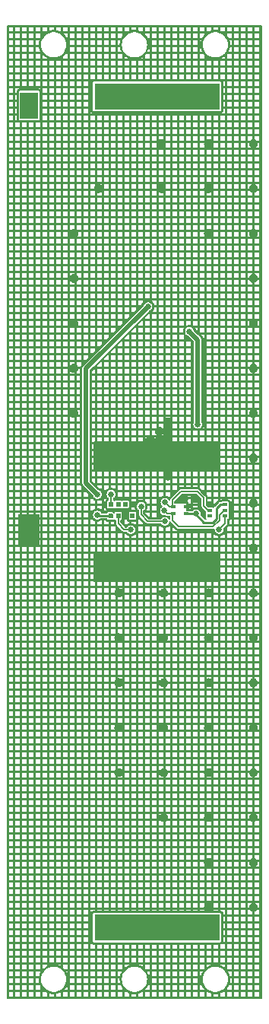
<source format=gbr>
%TF.GenerationSoftware,KiCad,Pcbnew,7.0.5*%
%TF.CreationDate,2023-06-02T13:02:35-04:00*%
%TF.ProjectId,SIDE,53494445-2e6b-4696-9361-645f70636258,rev?*%
%TF.SameCoordinates,Original*%
%TF.FileFunction,Copper,L1,Top*%
%TF.FilePolarity,Positive*%
%FSLAX46Y46*%
G04 Gerber Fmt 4.6, Leading zero omitted, Abs format (unit mm)*
G04 Created by KiCad (PCBNEW 7.0.5) date 2023-06-02 13:02:35*
%MOMM*%
%LPD*%
G01*
G04 APERTURE LIST*
G04 Aperture macros list*
%AMOutline5P*
0 Free polygon, 5 corners , with rotation*
0 The origin of the aperture is its center*
0 number of corners: always 5*
0 $1 to $10 corner X, Y*
0 $11 Rotation angle, in degrees counterclockwise*
0 create outline with 5 corners*
4,1,5,$1,$2,$3,$4,$5,$6,$7,$8,$9,$10,$1,$2,$11*%
%AMOutline6P*
0 Free polygon, 6 corners , with rotation*
0 The origin of the aperture is its center*
0 number of corners: always 6*
0 $1 to $12 corner X, Y*
0 $13 Rotation angle, in degrees counterclockwise*
0 create outline with 6 corners*
4,1,6,$1,$2,$3,$4,$5,$6,$7,$8,$9,$10,$11,$12,$1,$2,$13*%
%AMOutline7P*
0 Free polygon, 7 corners , with rotation*
0 The origin of the aperture is its center*
0 number of corners: always 7*
0 $1 to $14 corner X, Y*
0 $15 Rotation angle, in degrees counterclockwise*
0 create outline with 7 corners*
4,1,7,$1,$2,$3,$4,$5,$6,$7,$8,$9,$10,$11,$12,$13,$14,$1,$2,$15*%
%AMOutline8P*
0 Free polygon, 8 corners , with rotation*
0 The origin of the aperture is its center*
0 number of corners: always 8*
0 $1 to $16 corner X, Y*
0 $17 Rotation angle, in degrees counterclockwise*
0 create outline with 8 corners*
4,1,8,$1,$2,$3,$4,$5,$6,$7,$8,$9,$10,$11,$12,$13,$14,$15,$16,$1,$2,$17*%
G04 Aperture macros list end*
%TA.AperFunction,SMDPad,CuDef*%
%ADD10R,2.000000X3.000000*%
%TD*%
%TA.AperFunction,SMDPad,CuDef*%
%ADD11R,14.000000X3.000000*%
%TD*%
%TA.AperFunction,SMDPad,CuDef*%
%ADD12Outline5P,-0.287500X0.244000X0.287500X0.244000X0.287500X-0.067100X0.110600X-0.244000X-0.287500X-0.244000X90.000000*%
%TD*%
%TA.AperFunction,SMDPad,CuDef*%
%ADD13R,0.488000X0.575000*%
%TD*%
%TA.AperFunction,SMDPad,CuDef*%
%ADD14R,0.500000X0.300000*%
%TD*%
%TA.AperFunction,SMDPad,CuDef*%
%ADD15R,0.550000X0.300000*%
%TD*%
%TA.AperFunction,ViaPad*%
%ADD16C,0.660400*%
%TD*%
%TA.AperFunction,Conductor*%
%ADD17C,0.254000*%
%TD*%
%TA.AperFunction,Conductor*%
%ADD18C,0.152400*%
%TD*%
%TA.AperFunction,Conductor*%
%ADD19C,0.508000*%
%TD*%
G04 APERTURE END LIST*
D10*
%TO.P,J1,1*%
%TO.N,/BW*%
X139970000Y-50493022D03*
%TD*%
%TO.P,J2,1*%
%TO.N,GND*%
X139970000Y-97718022D03*
%TD*%
D11*
%TO.P,SC2,1,+*%
%TO.N,Net-(D2-A)*%
X154220000Y-141958022D03*
%TO.P,SC2,2,-*%
%TO.N,GND*%
X154220000Y-101958022D03*
%TD*%
D12*
%TO.P,U1,1,VDD*%
%TO.N,+1V8*%
X149102500Y-96161022D03*
D13*
%TO.P,U1,2,SCL*%
%TO.N,/SCL_1.8*%
X149902500Y-96161022D03*
%TO.P,U1,3,GND*%
%TO.N,GND*%
X150702500Y-96161022D03*
%TO.P,U1,4,LDR*%
%TO.N,unconnected-(U1-LDR-Pad4)*%
X151502500Y-96161022D03*
%TO.P,U1,5,PGND*%
%TO.N,GND*%
X151502500Y-94885022D03*
%TO.P,U1,6,GPIO*%
%TO.N,unconnected-(U1-GPIO-Pad6)*%
X150702500Y-94885022D03*
%TO.P,U1,7,INT*%
%TO.N,unconnected-(U1-INT-Pad7)*%
X149902500Y-94885022D03*
%TO.P,U1,8,SDA*%
%TO.N,/SDA_1.8*%
X149102500Y-94885022D03*
%TD*%
D11*
%TO.P,SC1,1,+*%
%TO.N,Net-(D1-A)*%
X154220000Y-49468022D03*
%TO.P,SC1,2,-*%
%TO.N,GND*%
X154220000Y-89468022D03*
%TD*%
D14*
%TO.P,U3,1,SDA*%
%TO.N,/SDA*%
X156060000Y-95123022D03*
%TO.P,U3,2,SCL*%
%TO.N,/SCL*%
X156060000Y-95923022D03*
%TO.P,U3,3,VDD*%
%TO.N,+3V3*%
X157460000Y-95923022D03*
%TO.P,U3,4,VSS*%
%TO.N,GND*%
X157460000Y-95123022D03*
%TD*%
D15*
%TO.P,IC1,1,GND*%
%TO.N,GND*%
X160070000Y-94873022D03*
%TO.P,IC1,2,SDA*%
%TO.N,/SDA*%
X160070000Y-95523022D03*
%TO.P,IC1,3,INT*%
%TO.N,unconnected-(IC1-INT-Pad3)*%
X160070000Y-96173022D03*
%TO.P,IC1,4,ADDR*%
%TO.N,Net-(IC1-ADDR)*%
X161820000Y-96173022D03*
%TO.P,IC1,5,SCL*%
%TO.N,/SCL*%
X161820000Y-95523022D03*
%TO.P,IC1,6,VDD*%
%TO.N,+3V3*%
X161820000Y-94873022D03*
%TD*%
D16*
%TO.N,+3V3*%
X155100000Y-96758022D03*
X157840000Y-75628022D03*
X158580000Y-95920522D03*
X152460000Y-95098022D03*
X158760000Y-85948022D03*
%TO.N,GND*%
X159970000Y-124718022D03*
X144970000Y-74718022D03*
X164970000Y-64718022D03*
X155470000Y-91718022D03*
X164970000Y-89718022D03*
X154470000Y-88718022D03*
X164970000Y-74718022D03*
X164970000Y-99718022D03*
X159970000Y-109718022D03*
X164970000Y-139718022D03*
X159970000Y-119718022D03*
X147720000Y-59718022D03*
X155470000Y-88718022D03*
X155470000Y-85718022D03*
X164970000Y-104718022D03*
X154470000Y-87718022D03*
X164970000Y-84718022D03*
X155470000Y-87718022D03*
X154470000Y-86718022D03*
X159970000Y-139718022D03*
X154720000Y-59718022D03*
X164970000Y-79718022D03*
X164970000Y-69718022D03*
X153470000Y-87718022D03*
X154970000Y-114718022D03*
X159970000Y-54718022D03*
X164970000Y-59718022D03*
X164970000Y-94718022D03*
X140470000Y-97718022D03*
X139470000Y-96568022D03*
X154970000Y-129718022D03*
X144970000Y-79718022D03*
X155470000Y-90718022D03*
X155470000Y-89718022D03*
X149970000Y-119718022D03*
X164970000Y-54718022D03*
X152470000Y-88718022D03*
X164970000Y-124718022D03*
X164970000Y-129718022D03*
X139470000Y-97718022D03*
X139470000Y-98818022D03*
X159970000Y-134718022D03*
X149970000Y-114718022D03*
X164970000Y-114718022D03*
X159970000Y-59718022D03*
X158580000Y-94198022D03*
X159970000Y-64718022D03*
X154720000Y-54718022D03*
X144970000Y-69718022D03*
X154970000Y-124718022D03*
X149970000Y-109718022D03*
X159970000Y-114718022D03*
X159970000Y-104718022D03*
X154970000Y-119718022D03*
X159970000Y-129718022D03*
X144970000Y-64718022D03*
X154970000Y-109718022D03*
X153470000Y-88718022D03*
X164970000Y-109718022D03*
X164970000Y-134718022D03*
X164970000Y-119718022D03*
X157210000Y-94198022D03*
X149970000Y-124718022D03*
X140470000Y-98818022D03*
X155470000Y-86718022D03*
X149970000Y-104718022D03*
X154970000Y-104718022D03*
X144970000Y-84718022D03*
X140470000Y-96568022D03*
%TO.N,/SDA_1.8*%
X149100000Y-93740522D03*
%TO.N,/SCL_1.8*%
X151307500Y-97688022D03*
%TO.N,+1V8*%
X147587500Y-96048022D03*
X147587500Y-93758022D03*
X153220000Y-72858022D03*
%TO.N,/SDA*%
X155120000Y-94648022D03*
%TO.N,/SCL*%
X155050000Y-95578022D03*
%TO.N,Net-(D1-A)*%
X155220000Y-49968022D03*
X159220000Y-49968022D03*
X151220000Y-49968022D03*
X160220000Y-48968022D03*
X150220000Y-48968022D03*
X154220000Y-48968022D03*
X158220000Y-48968022D03*
X152220000Y-48968022D03*
X153220000Y-49968022D03*
X156220000Y-48968022D03*
X149220000Y-49968022D03*
X157220000Y-49968022D03*
X148220000Y-48968022D03*
%TO.N,Net-(D2-A)*%
X159220000Y-142468022D03*
X157220000Y-142468022D03*
X158220000Y-141468022D03*
X153220000Y-142468022D03*
X151220000Y-142468022D03*
X155220000Y-142468022D03*
X148220000Y-141468022D03*
X152220000Y-141468022D03*
X154220000Y-141468022D03*
X149220000Y-142468022D03*
X150220000Y-141468022D03*
X156220000Y-141468022D03*
X160220000Y-141468022D03*
%TO.N,Net-(IC1-ADDR)*%
X161150000Y-97688022D03*
%TO.N,/BW*%
X140470000Y-50518022D03*
X140470000Y-51618022D03*
X139470000Y-51618022D03*
X139470000Y-50518022D03*
X139470000Y-49368022D03*
X140470000Y-49368022D03*
%TD*%
D17*
%TO.N,+3V3*%
X159460000Y-96878022D02*
X160400000Y-96878022D01*
D18*
X152460000Y-95098022D02*
X152460000Y-96018022D01*
D17*
X160834400Y-95329622D02*
X161291000Y-94873022D01*
X160400000Y-96878022D02*
X160834400Y-96443622D01*
X161291000Y-94873022D02*
X161820000Y-94873022D01*
X158580000Y-95920522D02*
X158580000Y-95998022D01*
D18*
X153200000Y-96758022D02*
X152460000Y-96018022D01*
D17*
X158577500Y-95923022D02*
X158580000Y-95920522D01*
X160834400Y-96443622D02*
X160834400Y-95329622D01*
D18*
X155100000Y-96758022D02*
X153200000Y-96758022D01*
D19*
X158760000Y-76548022D02*
X158760000Y-85948022D01*
D17*
X158580000Y-95998022D02*
X159460000Y-96878022D01*
X157460000Y-95923022D02*
X158577500Y-95923022D01*
D19*
X157840000Y-75628022D02*
X158760000Y-76548022D01*
D18*
%TO.N,/SDA_1.8*%
X149102500Y-94885022D02*
X149102500Y-93743022D01*
X149102500Y-93743022D02*
X149100000Y-93740522D01*
%TO.N,/SCL_1.8*%
X149902500Y-96161022D02*
X149902500Y-97020522D01*
X150570000Y-97688022D02*
X151307500Y-97688022D01*
X149902500Y-97020522D02*
X150570000Y-97688022D01*
D19*
%TO.N,+1V8*%
X146320000Y-92490522D02*
X146320000Y-79758022D01*
D17*
X147700500Y-96161022D02*
X147587500Y-96048022D01*
D19*
X147587500Y-93758022D02*
X146320000Y-92490522D01*
D17*
X149102500Y-96161022D02*
X147700500Y-96161022D01*
D19*
X146320000Y-79758022D02*
X153220000Y-72858022D01*
D18*
%TO.N,/SDA*%
X156880000Y-93438022D02*
X158740000Y-93438022D01*
X156060000Y-95123022D02*
X155595000Y-95123022D01*
X155933800Y-94384222D02*
X156880000Y-93438022D01*
X155933800Y-95004586D02*
X155933800Y-94384222D01*
X159915000Y-95523022D02*
X160070000Y-95523022D01*
X156060000Y-95123022D02*
X156052236Y-95123022D01*
X158740000Y-93438022D02*
X159410000Y-94108022D01*
X159410000Y-95018022D02*
X159915000Y-95523022D01*
X159410000Y-94108022D02*
X159410000Y-95018022D01*
X156052236Y-95123022D02*
X155933800Y-95004586D01*
X155595000Y-95123022D02*
X155120000Y-94648022D01*
%TO.N,/SCL*%
X161695000Y-95523022D02*
X161190000Y-96028022D01*
X160460000Y-97358022D02*
X156640000Y-97358022D01*
X156640000Y-97358022D02*
X155920000Y-96638022D01*
X155395000Y-95923022D02*
X155050000Y-95578022D01*
X155920000Y-96638022D02*
X155920000Y-96055258D01*
X161820000Y-95523022D02*
X161695000Y-95523022D01*
X156060000Y-95923022D02*
X155395000Y-95923022D01*
X161190000Y-96028022D02*
X161190000Y-96628022D01*
X155920000Y-96055258D02*
X156052236Y-95923022D01*
X161190000Y-96628022D02*
X160460000Y-97358022D01*
X156052236Y-95923022D02*
X156060000Y-95923022D01*
%TO.N,Net-(IC1-ADDR)*%
X161820000Y-97018022D02*
X161150000Y-97688022D01*
X161820000Y-96173022D02*
X161820000Y-97018022D01*
%TD*%
%TA.AperFunction,Conductor*%
%TO.N,GND*%
G36*
X158663743Y-93686201D02*
G01*
X158668988Y-93691007D01*
X159157014Y-94179032D01*
X159180590Y-94229589D01*
X159180900Y-94236697D01*
X159180900Y-95010968D01*
X159180844Y-95013102D01*
X159178665Y-95054657D01*
X159178666Y-95054662D01*
X159187354Y-95077295D01*
X159190988Y-95089562D01*
X159196031Y-95113287D01*
X159200613Y-95119594D01*
X159210770Y-95138299D01*
X159213567Y-95145584D01*
X159213568Y-95145586D01*
X159230719Y-95162738D01*
X159239024Y-95172461D01*
X159253278Y-95192080D01*
X159254321Y-95192682D01*
X159260029Y-95195978D01*
X159276921Y-95208939D01*
X159618215Y-95550234D01*
X159641790Y-95600791D01*
X159642100Y-95607897D01*
X159642100Y-95688073D01*
X159642101Y-95688084D01*
X159650971Y-95732677D01*
X159650974Y-95732683D01*
X159684603Y-95783013D01*
X159684766Y-95783256D01*
X159684769Y-95783258D01*
X159690446Y-95788935D01*
X159688232Y-95791148D01*
X159713202Y-95825205D01*
X159709551Y-95880869D01*
X159688862Y-95905525D01*
X159690446Y-95907109D01*
X159684763Y-95912791D01*
X159650972Y-95963362D01*
X159642100Y-96007962D01*
X159642100Y-96338074D01*
X159642101Y-96338084D01*
X159650971Y-96382677D01*
X159650974Y-96382683D01*
X159680924Y-96427507D01*
X159684766Y-96433256D01*
X159684769Y-96433258D01*
X159707978Y-96448766D01*
X159740963Y-96493752D01*
X159737315Y-96549416D01*
X159698739Y-96589712D01*
X159662671Y-96598122D01*
X159609718Y-96598122D01*
X159557299Y-96579043D01*
X159552053Y-96574237D01*
X159075596Y-96097780D01*
X159052021Y-96047223D01*
X159052540Y-96028517D01*
X159068068Y-95920522D01*
X159048298Y-95783017D01*
X158990589Y-95656653D01*
X158899617Y-95551665D01*
X158897390Y-95550234D01*
X158782756Y-95476562D01*
X158782754Y-95476561D01*
X158781157Y-95476092D01*
X158649459Y-95437422D01*
X158510541Y-95437422D01*
X158426933Y-95461971D01*
X158377245Y-95476561D01*
X158377243Y-95476562D01*
X158260383Y-95551663D01*
X158260382Y-95551664D01*
X158205525Y-95614975D01*
X158156779Y-95642098D01*
X158143893Y-95643122D01*
X157815541Y-95643122D01*
X157777306Y-95631523D01*
X157777081Y-95632068D01*
X157771550Y-95629777D01*
X157770234Y-95629378D01*
X157769659Y-95628994D01*
X157769660Y-95628994D01*
X157725059Y-95620122D01*
X157725057Y-95620122D01*
X157591550Y-95620122D01*
X157539131Y-95601043D01*
X157511239Y-95552733D01*
X157510000Y-95538572D01*
X157510000Y-95381939D01*
X157819338Y-95381939D01*
X157832946Y-95384646D01*
X157836828Y-95385618D01*
X157849017Y-95389315D01*
X157852789Y-95390664D01*
X157853895Y-95391122D01*
X158010400Y-95391122D01*
X158010400Y-95026422D01*
X158262400Y-95026422D01*
X158262400Y-95252002D01*
X158263055Y-95251675D01*
X158282090Y-95242983D01*
X158284778Y-95241870D01*
X158293452Y-95238635D01*
X158296214Y-95237715D01*
X158449584Y-95192682D01*
X158452405Y-95191962D01*
X158461456Y-95189993D01*
X158464320Y-95189476D01*
X158485033Y-95186498D01*
X158487929Y-95186187D01*
X158497168Y-95185526D01*
X158500077Y-95185422D01*
X158659923Y-95185422D01*
X158662832Y-95185526D01*
X158672071Y-95186187D01*
X158674967Y-95186498D01*
X158695680Y-95189476D01*
X158698544Y-95189993D01*
X158707595Y-95191962D01*
X158710416Y-95192682D01*
X158772400Y-95210881D01*
X158772400Y-95026422D01*
X158262400Y-95026422D01*
X158010400Y-95026422D01*
X157864468Y-95026422D01*
X157864468Y-95280206D01*
X157862901Y-95296115D01*
X157858671Y-95317382D01*
X157846494Y-95346781D01*
X157830377Y-95370901D01*
X157819338Y-95381939D01*
X157510000Y-95381939D01*
X157510000Y-95273023D01*
X157510000Y-95273022D01*
X157509999Y-95273022D01*
X157291550Y-95273022D01*
X157239131Y-95253943D01*
X157211239Y-95205633D01*
X157210000Y-95191472D01*
X157210000Y-95054572D01*
X157229079Y-95002153D01*
X157277389Y-94974261D01*
X157291550Y-94973022D01*
X157509999Y-94973022D01*
X157510000Y-94973022D01*
X157510000Y-94773022D01*
X157509999Y-94773022D01*
X156244450Y-94773022D01*
X156192031Y-94753943D01*
X156164139Y-94705633D01*
X156162900Y-94691472D01*
X156162900Y-94526590D01*
X157589457Y-94526590D01*
X157592669Y-94527229D01*
X157625344Y-94540763D01*
X157651802Y-94558441D01*
X157724581Y-94631220D01*
X157742259Y-94657678D01*
X157755793Y-94690353D01*
X157762000Y-94721560D01*
X157762000Y-94774422D01*
X158010400Y-94774422D01*
X158010400Y-94588448D01*
X158262400Y-94588448D01*
X158262400Y-94774422D01*
X158772400Y-94774422D01*
X158772400Y-94661881D01*
X158748146Y-94674240D01*
X158723880Y-94682124D01*
X158592757Y-94702892D01*
X158567243Y-94702892D01*
X158436120Y-94682124D01*
X158411854Y-94674240D01*
X158293566Y-94613969D01*
X158272924Y-94598972D01*
X158262400Y-94588448D01*
X158010400Y-94588448D01*
X158010400Y-94264422D01*
X157706374Y-94264422D01*
X157694102Y-94341902D01*
X157686218Y-94366168D01*
X157625947Y-94484456D01*
X157610950Y-94505098D01*
X157589457Y-94526590D01*
X156162900Y-94526590D01*
X156162900Y-94512898D01*
X156181979Y-94460479D01*
X156186785Y-94455233D01*
X156722897Y-93919122D01*
X157629786Y-93919122D01*
X157677325Y-94012422D01*
X158010400Y-94012422D01*
X158010400Y-93919122D01*
X157629786Y-93919122D01*
X156722897Y-93919122D01*
X156951012Y-93691007D01*
X157001570Y-93667432D01*
X157008677Y-93667122D01*
X158611324Y-93667122D01*
X158663743Y-93686201D01*
G37*
%TD.AperFunction*%
%TA.AperFunction,Conductor*%
G36*
X165885569Y-41542401D02*
G01*
X165913461Y-41590711D01*
X165914700Y-41604872D01*
X165914700Y-149831172D01*
X165895621Y-149883591D01*
X165847311Y-149911483D01*
X165833150Y-149912722D01*
X137606850Y-149912722D01*
X137554431Y-149893643D01*
X137526539Y-149845333D01*
X137525300Y-149831172D01*
X137525300Y-149128422D01*
X137777300Y-149128422D01*
X137777300Y-149638422D01*
X138198400Y-149638422D01*
X138198400Y-149128422D01*
X138450400Y-149128422D01*
X138450400Y-149638422D01*
X138960400Y-149638422D01*
X138960400Y-149128422D01*
X139212400Y-149128422D01*
X139212400Y-149638422D01*
X139722400Y-149638422D01*
X139722400Y-149128422D01*
X139974400Y-149128422D01*
X139974400Y-149638422D01*
X140484400Y-149638422D01*
X140484400Y-149128422D01*
X140736400Y-149128422D01*
X140736400Y-149638422D01*
X141246400Y-149638422D01*
X141246400Y-149128422D01*
X141498400Y-149128422D01*
X141498400Y-149638422D01*
X142008400Y-149638422D01*
X142008400Y-149312482D01*
X142260400Y-149312482D01*
X142260400Y-149638422D01*
X142770400Y-149638422D01*
X143022400Y-149638422D01*
X143532400Y-149638422D01*
X143532400Y-149162795D01*
X143401051Y-149233878D01*
X143399550Y-149234650D01*
X143394734Y-149237004D01*
X143393207Y-149237712D01*
X143382120Y-149242576D01*
X143380558Y-149243222D01*
X143375563Y-149245171D01*
X143373984Y-149245749D01*
X143142260Y-149325302D01*
X143140649Y-149325818D01*
X143135513Y-149327346D01*
X143133896Y-149327791D01*
X143122161Y-149330764D01*
X143120511Y-149331146D01*
X143115262Y-149332246D01*
X143113610Y-149332556D01*
X143022400Y-149347776D01*
X143022400Y-149638422D01*
X142770400Y-149638422D01*
X142770400Y-149375322D01*
X142597501Y-149375322D01*
X142595814Y-149375287D01*
X142590459Y-149375065D01*
X142588780Y-149374961D01*
X142576713Y-149373962D01*
X142575030Y-149373787D01*
X142569709Y-149373124D01*
X142568046Y-149372881D01*
X142326390Y-149332556D01*
X142324738Y-149332246D01*
X142319489Y-149331146D01*
X142317839Y-149330764D01*
X142306104Y-149327791D01*
X142304487Y-149327346D01*
X142299351Y-149325818D01*
X142297740Y-149325302D01*
X142260400Y-149312482D01*
X142008400Y-149312482D01*
X142008400Y-149217345D01*
X141844083Y-149128422D01*
X143784400Y-149128422D01*
X143784400Y-149638422D01*
X144294400Y-149638422D01*
X144294400Y-149128422D01*
X144546400Y-149128422D01*
X144546400Y-149638422D01*
X145056400Y-149638422D01*
X145056400Y-149128422D01*
X145308400Y-149128422D01*
X145308400Y-149638422D01*
X145818400Y-149638422D01*
X145818400Y-149128422D01*
X146070400Y-149128422D01*
X146070400Y-149638422D01*
X146580400Y-149638422D01*
X146580400Y-149128422D01*
X146832400Y-149128422D01*
X146832400Y-149638422D01*
X147342400Y-149638422D01*
X147342400Y-149128422D01*
X147594400Y-149128422D01*
X147594400Y-149638422D01*
X148104400Y-149638422D01*
X148104400Y-149128422D01*
X148356400Y-149128422D01*
X148356400Y-149638422D01*
X148866400Y-149638422D01*
X148866400Y-149128422D01*
X149118400Y-149128422D01*
X149118400Y-149638422D01*
X149628400Y-149638422D01*
X149628400Y-149128422D01*
X149880400Y-149128422D01*
X149880400Y-149638422D01*
X150390400Y-149638422D01*
X150390400Y-149128422D01*
X150642400Y-149128422D01*
X150642400Y-149638422D01*
X151152400Y-149638422D01*
X151152400Y-149345573D01*
X151404400Y-149345573D01*
X151404400Y-149638422D01*
X151914400Y-149638422D01*
X152166400Y-149638422D01*
X152676400Y-149638422D01*
X152676400Y-149128422D01*
X152928400Y-149128422D01*
X152928400Y-149638422D01*
X153438400Y-149638422D01*
X153438400Y-149128422D01*
X153690400Y-149128422D01*
X153690400Y-149638422D01*
X154200400Y-149638422D01*
X154200400Y-149128422D01*
X154452400Y-149128422D01*
X154452400Y-149638422D01*
X154962400Y-149638422D01*
X154962400Y-149128422D01*
X155214400Y-149128422D01*
X155214400Y-149638422D01*
X155724400Y-149638422D01*
X155724400Y-149128422D01*
X155976400Y-149128422D01*
X155976400Y-149638422D01*
X156486400Y-149638422D01*
X156486400Y-149128422D01*
X156738400Y-149128422D01*
X156738400Y-149638422D01*
X157248400Y-149638422D01*
X157248400Y-149128422D01*
X157500400Y-149128422D01*
X157500400Y-149638422D01*
X158010400Y-149638422D01*
X158010400Y-149128422D01*
X158262400Y-149128422D01*
X158262400Y-149638422D01*
X158772400Y-149638422D01*
X158772400Y-149128422D01*
X159024400Y-149128422D01*
X159024400Y-149638422D01*
X159534400Y-149638422D01*
X159534400Y-149128422D01*
X159786400Y-149128422D01*
X159786400Y-149638422D01*
X160296400Y-149638422D01*
X160548400Y-149638422D01*
X161058400Y-149638422D01*
X161310400Y-149638422D01*
X161820400Y-149638422D01*
X161820400Y-149128422D01*
X162072400Y-149128422D01*
X162072400Y-149638422D01*
X162582400Y-149638422D01*
X162582400Y-149128422D01*
X162834400Y-149128422D01*
X162834400Y-149638422D01*
X163344400Y-149638422D01*
X163344400Y-149128422D01*
X163596400Y-149128422D01*
X163596400Y-149638422D01*
X164106400Y-149638422D01*
X164106400Y-149128422D01*
X164358400Y-149128422D01*
X164358400Y-149638422D01*
X164868400Y-149638422D01*
X164868400Y-149128422D01*
X165120400Y-149128422D01*
X165120400Y-149638422D01*
X165630400Y-149638422D01*
X165630400Y-149128422D01*
X165120400Y-149128422D01*
X164868400Y-149128422D01*
X164358400Y-149128422D01*
X164106400Y-149128422D01*
X163596400Y-149128422D01*
X163344400Y-149128422D01*
X162834400Y-149128422D01*
X162582400Y-149128422D01*
X162072400Y-149128422D01*
X161820400Y-149128422D01*
X161595917Y-149128422D01*
X161401051Y-149233878D01*
X161399550Y-149234650D01*
X161394734Y-149237004D01*
X161393207Y-149237712D01*
X161382120Y-149242576D01*
X161380558Y-149243222D01*
X161375563Y-149245171D01*
X161373984Y-149245749D01*
X161310400Y-149267577D01*
X161310400Y-149638422D01*
X161058400Y-149638422D01*
X161058400Y-149341768D01*
X160871954Y-149372881D01*
X160870291Y-149373124D01*
X160864970Y-149373787D01*
X160863287Y-149373962D01*
X160851220Y-149374961D01*
X160849541Y-149375065D01*
X160844186Y-149375287D01*
X160842499Y-149375322D01*
X160597501Y-149375322D01*
X160595814Y-149375287D01*
X160590459Y-149375065D01*
X160588780Y-149374961D01*
X160576713Y-149373962D01*
X160575030Y-149373787D01*
X160569709Y-149373124D01*
X160568045Y-149372881D01*
X160548400Y-149369602D01*
X160548400Y-149638422D01*
X160296400Y-149638422D01*
X160296400Y-149324841D01*
X160066016Y-149245749D01*
X160064437Y-149245171D01*
X160059442Y-149243222D01*
X160057880Y-149242576D01*
X160046793Y-149237712D01*
X160045266Y-149237004D01*
X160040450Y-149234650D01*
X160038949Y-149233878D01*
X159844083Y-149128422D01*
X159786400Y-149128422D01*
X159534400Y-149128422D01*
X159024400Y-149128422D01*
X158772400Y-149128422D01*
X158262400Y-149128422D01*
X158010400Y-149128422D01*
X157500400Y-149128422D01*
X157248400Y-149128422D01*
X156738400Y-149128422D01*
X156486400Y-149128422D01*
X155976400Y-149128422D01*
X155724400Y-149128422D01*
X155214400Y-149128422D01*
X154962400Y-149128422D01*
X154452400Y-149128422D01*
X154200400Y-149128422D01*
X153690400Y-149128422D01*
X153438400Y-149128422D01*
X152928400Y-149128422D01*
X152676400Y-149128422D01*
X152595917Y-149128422D01*
X152401051Y-149233878D01*
X152399550Y-149234650D01*
X152394734Y-149237004D01*
X152393207Y-149237712D01*
X152382120Y-149242576D01*
X152380558Y-149243222D01*
X152375563Y-149245171D01*
X152373984Y-149245749D01*
X152166400Y-149317014D01*
X152166400Y-149638422D01*
X151914400Y-149638422D01*
X151914400Y-149365798D01*
X151871955Y-149372881D01*
X151870291Y-149373124D01*
X151864970Y-149373787D01*
X151863287Y-149373962D01*
X151851220Y-149374961D01*
X151849541Y-149375065D01*
X151844186Y-149375287D01*
X151842499Y-149375322D01*
X151597501Y-149375322D01*
X151595814Y-149375287D01*
X151590459Y-149375065D01*
X151588780Y-149374961D01*
X151576713Y-149373962D01*
X151575030Y-149373787D01*
X151569709Y-149373124D01*
X151568046Y-149372881D01*
X151404400Y-149345573D01*
X151152400Y-149345573D01*
X151152400Y-149275404D01*
X151066016Y-149245749D01*
X151064437Y-149245171D01*
X151059442Y-149243222D01*
X151057880Y-149242576D01*
X151046793Y-149237712D01*
X151045266Y-149237004D01*
X151040450Y-149234650D01*
X151038949Y-149233878D01*
X150844083Y-149128422D01*
X150642400Y-149128422D01*
X150390400Y-149128422D01*
X149880400Y-149128422D01*
X149628400Y-149128422D01*
X149118400Y-149128422D01*
X148866400Y-149128422D01*
X148356400Y-149128422D01*
X148104400Y-149128422D01*
X147594400Y-149128422D01*
X147342400Y-149128422D01*
X146832400Y-149128422D01*
X146580400Y-149128422D01*
X146070400Y-149128422D01*
X145818400Y-149128422D01*
X145308400Y-149128422D01*
X145056400Y-149128422D01*
X144546400Y-149128422D01*
X144294400Y-149128422D01*
X143784400Y-149128422D01*
X141844083Y-149128422D01*
X141498400Y-149128422D01*
X141246400Y-149128422D01*
X140736400Y-149128422D01*
X140484400Y-149128422D01*
X139974400Y-149128422D01*
X139722400Y-149128422D01*
X139212400Y-149128422D01*
X138960400Y-149128422D01*
X138450400Y-149128422D01*
X138198400Y-149128422D01*
X137777300Y-149128422D01*
X137525300Y-149128422D01*
X137525300Y-148366422D01*
X137777300Y-148366422D01*
X137777300Y-148876422D01*
X138198400Y-148876422D01*
X138198400Y-148366422D01*
X138450400Y-148366422D01*
X138450400Y-148876422D01*
X138960400Y-148876422D01*
X138960400Y-148366422D01*
X139212400Y-148366422D01*
X139212400Y-148876422D01*
X139722400Y-148876422D01*
X139722400Y-148366422D01*
X139974400Y-148366422D01*
X139974400Y-148876422D01*
X140484400Y-148876422D01*
X140484400Y-148366422D01*
X140736400Y-148366422D01*
X140736400Y-148876422D01*
X141246400Y-148876422D01*
X141246400Y-148484312D01*
X141194689Y-148366422D01*
X140736400Y-148366422D01*
X140484400Y-148366422D01*
X139974400Y-148366422D01*
X139722400Y-148366422D01*
X139212400Y-148366422D01*
X138960400Y-148366422D01*
X138450400Y-148366422D01*
X138198400Y-148366422D01*
X137777300Y-148366422D01*
X137525300Y-148366422D01*
X137525300Y-147604422D01*
X137777300Y-147604422D01*
X137777300Y-148114422D01*
X138198400Y-148114422D01*
X138198400Y-147604422D01*
X138450400Y-147604422D01*
X138450400Y-148114422D01*
X138960400Y-148114422D01*
X138960400Y-147604422D01*
X139212400Y-147604422D01*
X139212400Y-148114422D01*
X139722400Y-148114422D01*
X139722400Y-147604422D01*
X139974400Y-147604422D01*
X139974400Y-148114422D01*
X140484400Y-148114422D01*
X140484400Y-147604422D01*
X140736400Y-147604422D01*
X140736400Y-148114422D01*
X141110768Y-148114422D01*
X141083341Y-148006114D01*
X141082962Y-148004476D01*
X141081860Y-147999225D01*
X141081547Y-147997559D01*
X141079556Y-147985618D01*
X141079315Y-147983964D01*
X141078651Y-147978651D01*
X141078476Y-147976965D01*
X141058245Y-147732800D01*
X141058141Y-147731119D01*
X141057919Y-147725763D01*
X141057884Y-147724076D01*
X141057884Y-147718028D01*
X141309884Y-147718028D01*
X141329115Y-147950116D01*
X141386287Y-148175882D01*
X141386289Y-148175888D01*
X141479840Y-148389163D01*
X141607224Y-148584139D01*
X141760235Y-148750352D01*
X141764954Y-148755478D01*
X141948740Y-148898524D01*
X141948742Y-148898525D01*
X141948746Y-148898528D01*
X142153559Y-149009367D01*
X142153563Y-149009369D01*
X142153570Y-149009371D01*
X142153569Y-149009371D01*
X142373833Y-149084988D01*
X142373835Y-149084988D01*
X142373837Y-149084989D01*
X142603554Y-149123322D01*
X142603559Y-149123322D01*
X142836441Y-149123322D01*
X142836446Y-149123322D01*
X143066163Y-149084989D01*
X143286437Y-149009369D01*
X143491260Y-148898524D01*
X143519657Y-148876422D01*
X143906229Y-148876422D01*
X144294400Y-148876422D01*
X144294400Y-148366422D01*
X144546400Y-148366422D01*
X144546400Y-148876422D01*
X145056400Y-148876422D01*
X145056400Y-148366422D01*
X145308400Y-148366422D01*
X145308400Y-148876422D01*
X145818400Y-148876422D01*
X145818400Y-148366422D01*
X146070400Y-148366422D01*
X146070400Y-148876422D01*
X146580400Y-148876422D01*
X146580400Y-148366422D01*
X146832400Y-148366422D01*
X146832400Y-148876422D01*
X147342400Y-148876422D01*
X147342400Y-148366422D01*
X147594400Y-148366422D01*
X147594400Y-148876422D01*
X148104400Y-148876422D01*
X148104400Y-148366422D01*
X148356400Y-148366422D01*
X148356400Y-148876422D01*
X148866400Y-148876422D01*
X148866400Y-148366422D01*
X149118400Y-148366422D01*
X149118400Y-148876422D01*
X149628400Y-148876422D01*
X149628400Y-148366422D01*
X149880400Y-148366422D01*
X149880400Y-148876422D01*
X150390400Y-148876422D01*
X150390400Y-148713003D01*
X150265563Y-148521926D01*
X150264673Y-148520500D01*
X150261925Y-148515889D01*
X150261088Y-148514415D01*
X150255326Y-148503766D01*
X150254558Y-148502273D01*
X150252206Y-148497464D01*
X150251497Y-148495933D01*
X150194689Y-148366422D01*
X149880400Y-148366422D01*
X149628400Y-148366422D01*
X149118400Y-148366422D01*
X148866400Y-148366422D01*
X148356400Y-148366422D01*
X148104400Y-148366422D01*
X147594400Y-148366422D01*
X147342400Y-148366422D01*
X146832400Y-148366422D01*
X146580400Y-148366422D01*
X146070400Y-148366422D01*
X145818400Y-148366422D01*
X145308400Y-148366422D01*
X145056400Y-148366422D01*
X144546400Y-148366422D01*
X144294400Y-148366422D01*
X144245311Y-148366422D01*
X144188503Y-148495933D01*
X144187794Y-148497464D01*
X144185442Y-148502273D01*
X144184674Y-148503766D01*
X144178912Y-148514415D01*
X144178075Y-148515889D01*
X144175327Y-148520500D01*
X144174437Y-148521926D01*
X144040437Y-148727028D01*
X144039488Y-148728417D01*
X144036377Y-148732774D01*
X144035371Y-148734124D01*
X144027936Y-148743680D01*
X144026871Y-148744991D01*
X144023402Y-148749087D01*
X144022285Y-148750352D01*
X143906229Y-148876422D01*
X143519657Y-148876422D01*
X143675046Y-148755478D01*
X143759475Y-148663763D01*
X143832775Y-148584139D01*
X143832776Y-148584137D01*
X143832780Y-148584133D01*
X143960160Y-148389163D01*
X144053712Y-148175886D01*
X144110884Y-147950119D01*
X144117294Y-147872753D01*
X144130116Y-147718028D01*
X144130116Y-147718015D01*
X144120703Y-147604422D01*
X144546400Y-147604422D01*
X144546400Y-148114422D01*
X145056400Y-148114422D01*
X145056400Y-147604422D01*
X145308400Y-147604422D01*
X145308400Y-148114422D01*
X145818400Y-148114422D01*
X145818400Y-147604422D01*
X146070400Y-147604422D01*
X146070400Y-148114422D01*
X146580400Y-148114422D01*
X146580400Y-147604422D01*
X146832400Y-147604422D01*
X146832400Y-148114422D01*
X147342400Y-148114422D01*
X147342400Y-147604422D01*
X147594400Y-147604422D01*
X147594400Y-148114422D01*
X148104400Y-148114422D01*
X148104400Y-147604422D01*
X148356400Y-147604422D01*
X148356400Y-148114422D01*
X148866400Y-148114422D01*
X148866400Y-147604422D01*
X149118400Y-147604422D01*
X149118400Y-148114422D01*
X149628400Y-148114422D01*
X149628400Y-147604422D01*
X149880400Y-147604422D01*
X149880400Y-148114422D01*
X150110768Y-148114422D01*
X150083341Y-148006114D01*
X150082962Y-148004476D01*
X150081860Y-147999225D01*
X150081547Y-147997559D01*
X150079556Y-147985618D01*
X150079315Y-147983964D01*
X150078651Y-147978651D01*
X150078476Y-147976965D01*
X150058245Y-147732800D01*
X150058141Y-147731119D01*
X150057919Y-147725763D01*
X150057884Y-147724076D01*
X150057884Y-147718028D01*
X150309884Y-147718028D01*
X150329115Y-147950116D01*
X150386287Y-148175882D01*
X150386289Y-148175888D01*
X150479840Y-148389163D01*
X150607224Y-148584139D01*
X150760235Y-148750352D01*
X150764954Y-148755478D01*
X150948740Y-148898524D01*
X150948742Y-148898525D01*
X150948746Y-148898528D01*
X151153559Y-149009367D01*
X151153563Y-149009369D01*
X151153570Y-149009371D01*
X151153569Y-149009371D01*
X151373833Y-149084988D01*
X151373835Y-149084988D01*
X151373837Y-149084989D01*
X151603554Y-149123322D01*
X151603559Y-149123322D01*
X151836441Y-149123322D01*
X151836446Y-149123322D01*
X152066163Y-149084989D01*
X152286437Y-149009369D01*
X152491260Y-148898524D01*
X152519657Y-148876422D01*
X152928400Y-148876422D01*
X153438400Y-148876422D01*
X153438400Y-148366422D01*
X153690400Y-148366422D01*
X153690400Y-148876422D01*
X154200400Y-148876422D01*
X154200400Y-148366422D01*
X154452400Y-148366422D01*
X154452400Y-148876422D01*
X154962400Y-148876422D01*
X154962400Y-148366422D01*
X155214400Y-148366422D01*
X155214400Y-148876422D01*
X155724400Y-148876422D01*
X155724400Y-148366422D01*
X155976400Y-148366422D01*
X155976400Y-148876422D01*
X156486400Y-148876422D01*
X156486400Y-148366422D01*
X156738400Y-148366422D01*
X156738400Y-148876422D01*
X157248400Y-148876422D01*
X157248400Y-148366422D01*
X157500400Y-148366422D01*
X157500400Y-148876422D01*
X158010400Y-148876422D01*
X158010400Y-148366422D01*
X158262400Y-148366422D01*
X158262400Y-148876422D01*
X158772400Y-148876422D01*
X158772400Y-148366422D01*
X159024400Y-148366422D01*
X159024400Y-148876422D01*
X159533771Y-148876422D01*
X159417715Y-148750352D01*
X159416598Y-148749087D01*
X159413129Y-148744991D01*
X159412064Y-148743680D01*
X159404629Y-148734124D01*
X159403623Y-148732774D01*
X159400512Y-148728417D01*
X159399563Y-148727028D01*
X159265563Y-148521926D01*
X159264673Y-148520500D01*
X159261925Y-148515889D01*
X159261088Y-148514415D01*
X159255326Y-148503766D01*
X159254558Y-148502273D01*
X159252206Y-148497464D01*
X159251497Y-148495933D01*
X159194689Y-148366422D01*
X159024400Y-148366422D01*
X158772400Y-148366422D01*
X158262400Y-148366422D01*
X158010400Y-148366422D01*
X157500400Y-148366422D01*
X157248400Y-148366422D01*
X156738400Y-148366422D01*
X156486400Y-148366422D01*
X155976400Y-148366422D01*
X155724400Y-148366422D01*
X155214400Y-148366422D01*
X154962400Y-148366422D01*
X154452400Y-148366422D01*
X154200400Y-148366422D01*
X153690400Y-148366422D01*
X153438400Y-148366422D01*
X153245311Y-148366422D01*
X153188503Y-148495933D01*
X153187794Y-148497464D01*
X153185442Y-148502273D01*
X153184674Y-148503766D01*
X153178912Y-148514415D01*
X153178075Y-148515889D01*
X153175327Y-148520500D01*
X153174437Y-148521926D01*
X153040437Y-148727028D01*
X153039488Y-148728417D01*
X153036377Y-148732774D01*
X153035371Y-148734124D01*
X153027936Y-148743680D01*
X153026871Y-148744991D01*
X153023402Y-148749087D01*
X153022285Y-148750353D01*
X152928400Y-148852337D01*
X152928400Y-148876422D01*
X152519657Y-148876422D01*
X152675046Y-148755478D01*
X152759475Y-148663763D01*
X152832775Y-148584139D01*
X152832776Y-148584137D01*
X152832780Y-148584133D01*
X152960160Y-148389163D01*
X153053712Y-148175886D01*
X153069277Y-148114422D01*
X153329232Y-148114422D01*
X153438400Y-148114422D01*
X153438400Y-147604422D01*
X153690400Y-147604422D01*
X153690400Y-148114422D01*
X154200400Y-148114422D01*
X154200400Y-147604422D01*
X154452400Y-147604422D01*
X154452400Y-148114422D01*
X154962400Y-148114422D01*
X154962400Y-147604422D01*
X155214400Y-147604422D01*
X155214400Y-148114422D01*
X155724400Y-148114422D01*
X155724400Y-147604422D01*
X155976400Y-147604422D01*
X155976400Y-148114422D01*
X156486400Y-148114422D01*
X156486400Y-147604422D01*
X156738400Y-147604422D01*
X156738400Y-148114422D01*
X157248400Y-148114422D01*
X157248400Y-147604422D01*
X157500400Y-147604422D01*
X157500400Y-148114422D01*
X158010400Y-148114422D01*
X158010400Y-147604422D01*
X158262400Y-147604422D01*
X158262400Y-148114422D01*
X158772400Y-148114422D01*
X158772400Y-147604422D01*
X159024400Y-147604422D01*
X159024400Y-148114422D01*
X159110768Y-148114422D01*
X159083341Y-148006114D01*
X159082962Y-148004476D01*
X159081860Y-147999225D01*
X159081547Y-147997559D01*
X159079556Y-147985618D01*
X159079315Y-147983964D01*
X159078651Y-147978651D01*
X159078476Y-147976965D01*
X159058245Y-147732800D01*
X159058141Y-147731119D01*
X159057919Y-147725763D01*
X159057884Y-147724076D01*
X159057884Y-147718028D01*
X159309884Y-147718028D01*
X159329115Y-147950116D01*
X159386287Y-148175882D01*
X159386289Y-148175888D01*
X159479840Y-148389163D01*
X159607224Y-148584139D01*
X159760235Y-148750352D01*
X159764954Y-148755478D01*
X159948740Y-148898524D01*
X159948742Y-148898525D01*
X159948746Y-148898528D01*
X160153559Y-149009367D01*
X160153563Y-149009369D01*
X160153570Y-149009371D01*
X160153569Y-149009371D01*
X160373833Y-149084988D01*
X160373835Y-149084988D01*
X160373837Y-149084989D01*
X160603554Y-149123322D01*
X160603559Y-149123322D01*
X160836441Y-149123322D01*
X160836446Y-149123322D01*
X161066163Y-149084989D01*
X161286437Y-149009369D01*
X161491260Y-148898524D01*
X161519657Y-148876422D01*
X162072400Y-148876422D01*
X162582400Y-148876422D01*
X162582400Y-148366422D01*
X162834400Y-148366422D01*
X162834400Y-148876422D01*
X163344400Y-148876422D01*
X163344400Y-148366422D01*
X163596400Y-148366422D01*
X163596400Y-148876422D01*
X164106400Y-148876422D01*
X164106400Y-148366422D01*
X164358400Y-148366422D01*
X164358400Y-148876422D01*
X164868400Y-148876422D01*
X164868400Y-148366422D01*
X165120400Y-148366422D01*
X165120400Y-148876422D01*
X165630400Y-148876422D01*
X165630400Y-148366422D01*
X165120400Y-148366422D01*
X164868400Y-148366422D01*
X164358400Y-148366422D01*
X164106400Y-148366422D01*
X163596400Y-148366422D01*
X163344400Y-148366422D01*
X162834400Y-148366422D01*
X162582400Y-148366422D01*
X162245311Y-148366422D01*
X162188503Y-148495933D01*
X162187794Y-148497464D01*
X162185442Y-148502273D01*
X162184674Y-148503766D01*
X162178912Y-148514415D01*
X162178075Y-148515889D01*
X162175327Y-148520500D01*
X162174437Y-148521926D01*
X162072400Y-148678105D01*
X162072400Y-148876422D01*
X161519657Y-148876422D01*
X161675046Y-148755478D01*
X161759475Y-148663763D01*
X161832775Y-148584139D01*
X161832776Y-148584137D01*
X161832780Y-148584133D01*
X161960160Y-148389163D01*
X162053712Y-148175886D01*
X162069277Y-148114422D01*
X162329232Y-148114422D01*
X162582400Y-148114422D01*
X162582400Y-147604422D01*
X162834400Y-147604422D01*
X162834400Y-148114422D01*
X163344400Y-148114422D01*
X163344400Y-147604422D01*
X163596400Y-147604422D01*
X163596400Y-148114422D01*
X164106400Y-148114422D01*
X164106400Y-147604422D01*
X164358400Y-147604422D01*
X164358400Y-148114422D01*
X164868400Y-148114422D01*
X164868400Y-147604422D01*
X165120400Y-147604422D01*
X165120400Y-148114422D01*
X165630400Y-148114422D01*
X165630400Y-147604422D01*
X165120400Y-147604422D01*
X164868400Y-147604422D01*
X164358400Y-147604422D01*
X164106400Y-147604422D01*
X163596400Y-147604422D01*
X163344400Y-147604422D01*
X162834400Y-147604422D01*
X162582400Y-147604422D01*
X162373566Y-147604422D01*
X162381755Y-147703244D01*
X162381859Y-147704925D01*
X162382081Y-147710281D01*
X162382116Y-147711968D01*
X162382116Y-147724076D01*
X162382081Y-147725763D01*
X162381859Y-147731119D01*
X162381755Y-147732800D01*
X162361524Y-147976965D01*
X162361349Y-147978651D01*
X162360685Y-147983964D01*
X162360444Y-147985618D01*
X162358453Y-147997559D01*
X162358140Y-147999225D01*
X162357038Y-148004476D01*
X162356659Y-148006114D01*
X162329232Y-148114422D01*
X162069277Y-148114422D01*
X162110884Y-147950119D01*
X162117294Y-147872753D01*
X162130116Y-147718028D01*
X162130116Y-147718015D01*
X162110884Y-147485927D01*
X162110884Y-147485925D01*
X162053712Y-147260158D01*
X161960160Y-147046881D01*
X161832780Y-146851911D01*
X161832778Y-146851909D01*
X161832775Y-146851904D01*
X161824046Y-146842422D01*
X162127596Y-146842422D01*
X162174437Y-146914118D01*
X162175327Y-146915544D01*
X162178075Y-146920155D01*
X162178912Y-146921629D01*
X162184674Y-146932278D01*
X162185442Y-146933771D01*
X162187794Y-146938580D01*
X162188503Y-146940111D01*
X162286916Y-147164470D01*
X162287559Y-147166022D01*
X162289506Y-147171010D01*
X162290086Y-147172593D01*
X162294020Y-147184045D01*
X162294536Y-147185656D01*
X162296067Y-147190801D01*
X162296515Y-147192426D01*
X162337031Y-147352422D01*
X162582400Y-147352422D01*
X162582400Y-146842422D01*
X162834400Y-146842422D01*
X162834400Y-147352422D01*
X163344400Y-147352422D01*
X163344400Y-146842422D01*
X163596400Y-146842422D01*
X163596400Y-147352422D01*
X164106400Y-147352422D01*
X164106400Y-146842422D01*
X164358400Y-146842422D01*
X164358400Y-147352422D01*
X164868400Y-147352422D01*
X164868400Y-146842422D01*
X165120400Y-146842422D01*
X165120400Y-147352422D01*
X165630400Y-147352422D01*
X165630400Y-146842422D01*
X165120400Y-146842422D01*
X164868400Y-146842422D01*
X164358400Y-146842422D01*
X164106400Y-146842422D01*
X163596400Y-146842422D01*
X163344400Y-146842422D01*
X162834400Y-146842422D01*
X162582400Y-146842422D01*
X162127596Y-146842422D01*
X161824046Y-146842422D01*
X161675050Y-146680570D01*
X161675047Y-146680567D01*
X161675046Y-146680566D01*
X161491260Y-146537520D01*
X161491258Y-146537518D01*
X161491253Y-146537515D01*
X161286440Y-146426676D01*
X161286430Y-146426672D01*
X161066166Y-146351055D01*
X160836448Y-146312722D01*
X160836446Y-146312722D01*
X160603554Y-146312722D01*
X160603551Y-146312722D01*
X160373833Y-146351055D01*
X160153569Y-146426672D01*
X160153559Y-146426676D01*
X159948746Y-146537515D01*
X159764952Y-146680567D01*
X159764949Y-146680570D01*
X159607224Y-146851904D01*
X159479840Y-147046880D01*
X159386289Y-147260155D01*
X159386287Y-147260161D01*
X159329115Y-147485927D01*
X159309884Y-147718015D01*
X159309884Y-147718028D01*
X159057884Y-147718028D01*
X159057884Y-147711968D01*
X159057919Y-147710281D01*
X159058141Y-147704925D01*
X159058245Y-147703244D01*
X159066434Y-147604422D01*
X159024400Y-147604422D01*
X158772400Y-147604422D01*
X158262400Y-147604422D01*
X158010400Y-147604422D01*
X157500400Y-147604422D01*
X157248400Y-147604422D01*
X156738400Y-147604422D01*
X156486400Y-147604422D01*
X155976400Y-147604422D01*
X155724400Y-147604422D01*
X155214400Y-147604422D01*
X154962400Y-147604422D01*
X154452400Y-147604422D01*
X154200400Y-147604422D01*
X153690400Y-147604422D01*
X153438400Y-147604422D01*
X153373566Y-147604422D01*
X153381755Y-147703244D01*
X153381859Y-147704925D01*
X153382081Y-147710281D01*
X153382116Y-147711968D01*
X153382116Y-147724076D01*
X153382081Y-147725763D01*
X153381859Y-147731119D01*
X153381755Y-147732800D01*
X153361524Y-147976965D01*
X153361349Y-147978651D01*
X153360685Y-147983964D01*
X153360444Y-147985618D01*
X153358453Y-147997559D01*
X153358140Y-147999225D01*
X153357038Y-148004476D01*
X153356659Y-148006114D01*
X153329232Y-148114422D01*
X153069277Y-148114422D01*
X153110884Y-147950119D01*
X153117294Y-147872753D01*
X153130116Y-147718028D01*
X153130116Y-147718015D01*
X153110884Y-147485927D01*
X153110884Y-147485925D01*
X153053712Y-147260158D01*
X152960160Y-147046881D01*
X152832780Y-146851911D01*
X152832778Y-146851909D01*
X152832775Y-146851904D01*
X152824046Y-146842422D01*
X153127596Y-146842422D01*
X153174437Y-146914118D01*
X153175327Y-146915544D01*
X153178075Y-146920155D01*
X153178912Y-146921629D01*
X153184674Y-146932278D01*
X153185442Y-146933771D01*
X153187794Y-146938580D01*
X153188503Y-146940111D01*
X153286916Y-147164470D01*
X153287559Y-147166022D01*
X153289506Y-147171010D01*
X153290086Y-147172593D01*
X153294020Y-147184045D01*
X153294536Y-147185656D01*
X153296067Y-147190801D01*
X153296515Y-147192426D01*
X153337031Y-147352422D01*
X153438400Y-147352422D01*
X153438400Y-146842422D01*
X153690400Y-146842422D01*
X153690400Y-147352422D01*
X154200400Y-147352422D01*
X154200400Y-146842422D01*
X154452400Y-146842422D01*
X154452400Y-147352422D01*
X154962400Y-147352422D01*
X154962400Y-146842422D01*
X155214400Y-146842422D01*
X155214400Y-147352422D01*
X155724400Y-147352422D01*
X155724400Y-146842422D01*
X155976400Y-146842422D01*
X155976400Y-147352422D01*
X156486400Y-147352422D01*
X156486400Y-146842422D01*
X156738400Y-146842422D01*
X156738400Y-147352422D01*
X157248400Y-147352422D01*
X157248400Y-146842422D01*
X157500400Y-146842422D01*
X157500400Y-147352422D01*
X158010400Y-147352422D01*
X158010400Y-146842422D01*
X158262400Y-146842422D01*
X158262400Y-147352422D01*
X158772400Y-147352422D01*
X158772400Y-146842422D01*
X159024400Y-146842422D01*
X159024400Y-147352422D01*
X159102969Y-147352422D01*
X159143485Y-147192426D01*
X159143933Y-147190801D01*
X159145464Y-147185656D01*
X159145980Y-147184045D01*
X159149914Y-147172593D01*
X159150494Y-147171010D01*
X159152441Y-147166022D01*
X159153084Y-147164470D01*
X159251497Y-146940111D01*
X159252206Y-146938580D01*
X159254558Y-146933771D01*
X159255326Y-146932278D01*
X159261088Y-146921629D01*
X159261925Y-146920155D01*
X159264673Y-146915544D01*
X159265563Y-146914118D01*
X159312404Y-146842422D01*
X159024400Y-146842422D01*
X158772400Y-146842422D01*
X158262400Y-146842422D01*
X158010400Y-146842422D01*
X157500400Y-146842422D01*
X157248400Y-146842422D01*
X156738400Y-146842422D01*
X156486400Y-146842422D01*
X155976400Y-146842422D01*
X155724400Y-146842422D01*
X155214400Y-146842422D01*
X154962400Y-146842422D01*
X154452400Y-146842422D01*
X154200400Y-146842422D01*
X153690400Y-146842422D01*
X153438400Y-146842422D01*
X153127596Y-146842422D01*
X152824046Y-146842422D01*
X152675050Y-146680570D01*
X152675047Y-146680567D01*
X152675046Y-146680566D01*
X152491260Y-146537520D01*
X152491258Y-146537518D01*
X152491253Y-146537515D01*
X152286440Y-146426676D01*
X152286430Y-146426672D01*
X152066166Y-146351055D01*
X151836448Y-146312722D01*
X151836446Y-146312722D01*
X151603554Y-146312722D01*
X151603551Y-146312722D01*
X151373833Y-146351055D01*
X151153569Y-146426672D01*
X151153559Y-146426676D01*
X150948746Y-146537515D01*
X150764952Y-146680567D01*
X150764949Y-146680570D01*
X150607224Y-146851904D01*
X150479840Y-147046880D01*
X150386289Y-147260155D01*
X150386287Y-147260161D01*
X150329115Y-147485927D01*
X150309884Y-147718015D01*
X150309884Y-147718028D01*
X150057884Y-147718028D01*
X150057884Y-147711968D01*
X150057919Y-147710281D01*
X150058141Y-147704925D01*
X150058245Y-147703244D01*
X150066434Y-147604422D01*
X149880400Y-147604422D01*
X149628400Y-147604422D01*
X149118400Y-147604422D01*
X148866400Y-147604422D01*
X148356400Y-147604422D01*
X148104400Y-147604422D01*
X147594400Y-147604422D01*
X147342400Y-147604422D01*
X146832400Y-147604422D01*
X146580400Y-147604422D01*
X146070400Y-147604422D01*
X145818400Y-147604422D01*
X145308400Y-147604422D01*
X145056400Y-147604422D01*
X144546400Y-147604422D01*
X144120703Y-147604422D01*
X144110884Y-147485927D01*
X144110884Y-147485925D01*
X144053712Y-147260158D01*
X143960160Y-147046881D01*
X143832780Y-146851911D01*
X143832778Y-146851909D01*
X143832775Y-146851904D01*
X143824046Y-146842422D01*
X144127596Y-146842422D01*
X144174437Y-146914118D01*
X144175327Y-146915544D01*
X144178075Y-146920155D01*
X144178912Y-146921629D01*
X144184674Y-146932278D01*
X144185442Y-146933771D01*
X144187794Y-146938580D01*
X144188503Y-146940111D01*
X144286916Y-147164470D01*
X144287559Y-147166022D01*
X144289506Y-147171010D01*
X144290086Y-147172593D01*
X144294020Y-147184045D01*
X144294400Y-147185231D01*
X144294400Y-146842422D01*
X144546400Y-146842422D01*
X144546400Y-147352422D01*
X145056400Y-147352422D01*
X145056400Y-146842422D01*
X145308400Y-146842422D01*
X145308400Y-147352422D01*
X145818400Y-147352422D01*
X145818400Y-146842422D01*
X146070400Y-146842422D01*
X146070400Y-147352422D01*
X146580400Y-147352422D01*
X146580400Y-146842422D01*
X146832400Y-146842422D01*
X146832400Y-147352422D01*
X147342400Y-147352422D01*
X147342400Y-146842422D01*
X147594400Y-146842422D01*
X147594400Y-147352422D01*
X148104400Y-147352422D01*
X148104400Y-146842422D01*
X148356400Y-146842422D01*
X148356400Y-147352422D01*
X148866400Y-147352422D01*
X148866400Y-146842422D01*
X149118400Y-146842422D01*
X149118400Y-147352422D01*
X149628400Y-147352422D01*
X149628400Y-146842422D01*
X149880400Y-146842422D01*
X149880400Y-147352422D01*
X150102969Y-147352422D01*
X150143485Y-147192426D01*
X150143933Y-147190801D01*
X150145464Y-147185656D01*
X150145980Y-147184045D01*
X150149914Y-147172593D01*
X150150494Y-147171010D01*
X150152441Y-147166022D01*
X150153084Y-147164470D01*
X150251497Y-146940111D01*
X150252206Y-146938580D01*
X150254558Y-146933771D01*
X150255326Y-146932278D01*
X150261088Y-146921629D01*
X150261925Y-146920155D01*
X150264673Y-146915544D01*
X150265563Y-146914118D01*
X150312404Y-146842422D01*
X149880400Y-146842422D01*
X149628400Y-146842422D01*
X149118400Y-146842422D01*
X148866400Y-146842422D01*
X148356400Y-146842422D01*
X148104400Y-146842422D01*
X147594400Y-146842422D01*
X147342400Y-146842422D01*
X146832400Y-146842422D01*
X146580400Y-146842422D01*
X146070400Y-146842422D01*
X145818400Y-146842422D01*
X145308400Y-146842422D01*
X145056400Y-146842422D01*
X144546400Y-146842422D01*
X144294400Y-146842422D01*
X144127596Y-146842422D01*
X143824046Y-146842422D01*
X143675050Y-146680570D01*
X143675047Y-146680567D01*
X143675046Y-146680566D01*
X143491260Y-146537520D01*
X143491258Y-146537518D01*
X143491253Y-146537515D01*
X143286440Y-146426676D01*
X143286430Y-146426672D01*
X143066166Y-146351055D01*
X142836448Y-146312722D01*
X142836446Y-146312722D01*
X142603554Y-146312722D01*
X142603551Y-146312722D01*
X142373833Y-146351055D01*
X142153569Y-146426672D01*
X142153559Y-146426676D01*
X141948746Y-146537515D01*
X141764952Y-146680567D01*
X141764949Y-146680570D01*
X141607224Y-146851904D01*
X141479840Y-147046880D01*
X141386289Y-147260155D01*
X141386287Y-147260161D01*
X141329115Y-147485927D01*
X141309884Y-147718015D01*
X141309884Y-147718028D01*
X141057884Y-147718028D01*
X141057884Y-147711968D01*
X141057919Y-147710281D01*
X141058141Y-147704925D01*
X141058245Y-147703244D01*
X141066434Y-147604422D01*
X140736400Y-147604422D01*
X140484400Y-147604422D01*
X139974400Y-147604422D01*
X139722400Y-147604422D01*
X139212400Y-147604422D01*
X138960400Y-147604422D01*
X138450400Y-147604422D01*
X138198400Y-147604422D01*
X137777300Y-147604422D01*
X137525300Y-147604422D01*
X137525300Y-146842422D01*
X137777300Y-146842422D01*
X137777300Y-147352422D01*
X138198400Y-147352422D01*
X138198400Y-146842422D01*
X138450400Y-146842422D01*
X138450400Y-147352422D01*
X138960400Y-147352422D01*
X138960400Y-146842422D01*
X139212400Y-146842422D01*
X139212400Y-147352422D01*
X139722400Y-147352422D01*
X139722400Y-146842422D01*
X139974400Y-146842422D01*
X139974400Y-147352422D01*
X140484400Y-147352422D01*
X140484400Y-146842422D01*
X140736400Y-146842422D01*
X140736400Y-147352422D01*
X141102969Y-147352422D01*
X141143485Y-147192426D01*
X141143933Y-147190801D01*
X141145464Y-147185656D01*
X141145980Y-147184045D01*
X141149914Y-147172593D01*
X141150494Y-147171010D01*
X141152441Y-147166022D01*
X141153084Y-147164470D01*
X141246400Y-146951730D01*
X141246400Y-146842422D01*
X140736400Y-146842422D01*
X140484400Y-146842422D01*
X139974400Y-146842422D01*
X139722400Y-146842422D01*
X139212400Y-146842422D01*
X138960400Y-146842422D01*
X138450400Y-146842422D01*
X138198400Y-146842422D01*
X137777300Y-146842422D01*
X137525300Y-146842422D01*
X137525300Y-146080422D01*
X137777300Y-146080422D01*
X137777300Y-146590422D01*
X138198400Y-146590422D01*
X138198400Y-146080422D01*
X138450400Y-146080422D01*
X138450400Y-146590422D01*
X138960400Y-146590422D01*
X138960400Y-146080422D01*
X139212400Y-146080422D01*
X139212400Y-146590422D01*
X139722400Y-146590422D01*
X139722400Y-146080422D01*
X139974400Y-146080422D01*
X139974400Y-146590422D01*
X140484400Y-146590422D01*
X140484400Y-146080422D01*
X140736400Y-146080422D01*
X140736400Y-146590422D01*
X141246400Y-146590422D01*
X141246400Y-146080422D01*
X141498400Y-146080422D01*
X141498400Y-146590422D01*
X141505417Y-146590422D01*
X141583651Y-146505438D01*
X141584818Y-146504221D01*
X141588607Y-146500432D01*
X141589824Y-146499265D01*
X141598729Y-146491066D01*
X141599990Y-146489953D01*
X141604082Y-146486486D01*
X141605394Y-146485421D01*
X141798733Y-146334941D01*
X141800080Y-146333937D01*
X141804437Y-146330826D01*
X141805827Y-146329875D01*
X141815966Y-146323249D01*
X141817406Y-146322350D01*
X141822018Y-146319603D01*
X141823479Y-146318773D01*
X142008400Y-146218698D01*
X142008400Y-146080422D01*
X143022400Y-146080422D01*
X143022400Y-146088266D01*
X143113610Y-146103488D01*
X143115262Y-146103798D01*
X143120511Y-146104898D01*
X143122161Y-146105280D01*
X143133896Y-146108253D01*
X143135513Y-146108698D01*
X143140649Y-146110226D01*
X143142260Y-146110742D01*
X143373984Y-146190295D01*
X143375563Y-146190873D01*
X143380558Y-146192822D01*
X143382120Y-146193468D01*
X143393207Y-146198332D01*
X143394734Y-146199040D01*
X143399550Y-146201394D01*
X143401051Y-146202166D01*
X143532400Y-146273248D01*
X143532400Y-146080422D01*
X143784400Y-146080422D01*
X143784400Y-146446344D01*
X143834606Y-146485421D01*
X143835918Y-146486486D01*
X143840010Y-146489953D01*
X143841271Y-146491066D01*
X143850176Y-146499265D01*
X143851393Y-146500432D01*
X143855182Y-146504221D01*
X143856349Y-146505438D01*
X143934583Y-146590422D01*
X144294400Y-146590422D01*
X144294400Y-146080422D01*
X144546400Y-146080422D01*
X144546400Y-146590422D01*
X145056400Y-146590422D01*
X145056400Y-146080422D01*
X145308400Y-146080422D01*
X145308400Y-146590422D01*
X145818400Y-146590422D01*
X145818400Y-146080422D01*
X146070400Y-146080422D01*
X146070400Y-146590422D01*
X146580400Y-146590422D01*
X146580400Y-146080422D01*
X146832400Y-146080422D01*
X146832400Y-146590422D01*
X147342400Y-146590422D01*
X147342400Y-146080422D01*
X147594400Y-146080422D01*
X147594400Y-146590422D01*
X148104400Y-146590422D01*
X148104400Y-146080422D01*
X148356400Y-146080422D01*
X148356400Y-146590422D01*
X148866400Y-146590422D01*
X148866400Y-146080422D01*
X149118400Y-146080422D01*
X149118400Y-146590422D01*
X149628400Y-146590422D01*
X149628400Y-146080422D01*
X149880400Y-146080422D01*
X149880400Y-146590422D01*
X150390400Y-146590422D01*
X150390400Y-146080422D01*
X150642400Y-146080422D01*
X150642400Y-146456618D01*
X150798733Y-146334941D01*
X150800080Y-146333937D01*
X150804437Y-146330826D01*
X150805827Y-146329875D01*
X150815966Y-146323249D01*
X150817406Y-146322350D01*
X150822018Y-146319603D01*
X150823479Y-146318773D01*
X151038949Y-146202166D01*
X151040450Y-146201394D01*
X151045266Y-146199040D01*
X151046793Y-146198332D01*
X151057880Y-146193468D01*
X151059442Y-146192822D01*
X151064437Y-146190873D01*
X151066015Y-146190295D01*
X151152400Y-146160638D01*
X151152400Y-146080422D01*
X152166400Y-146080422D01*
X152166400Y-146119029D01*
X152373984Y-146190295D01*
X152375563Y-146190873D01*
X152380558Y-146192822D01*
X152382120Y-146193468D01*
X152393207Y-146198332D01*
X152394734Y-146199040D01*
X152399550Y-146201394D01*
X152401051Y-146202166D01*
X152616521Y-146318773D01*
X152617982Y-146319603D01*
X152622594Y-146322350D01*
X152624034Y-146323249D01*
X152634173Y-146329875D01*
X152635563Y-146330826D01*
X152639920Y-146333937D01*
X152641267Y-146334941D01*
X152676400Y-146362285D01*
X152676400Y-146080422D01*
X152928400Y-146080422D01*
X152928400Y-146583705D01*
X152934583Y-146590422D01*
X153438400Y-146590422D01*
X153438400Y-146080422D01*
X153690400Y-146080422D01*
X153690400Y-146590422D01*
X154200400Y-146590422D01*
X154200400Y-146080422D01*
X154452400Y-146080422D01*
X154452400Y-146590422D01*
X154962400Y-146590422D01*
X154962400Y-146080422D01*
X155214400Y-146080422D01*
X155214400Y-146590422D01*
X155724400Y-146590422D01*
X155724400Y-146080422D01*
X155976400Y-146080422D01*
X155976400Y-146590422D01*
X156486400Y-146590422D01*
X156486400Y-146080422D01*
X156738400Y-146080422D01*
X156738400Y-146590422D01*
X157248400Y-146590422D01*
X157248400Y-146080422D01*
X157500400Y-146080422D01*
X157500400Y-146590422D01*
X158010400Y-146590422D01*
X158010400Y-146080422D01*
X158262400Y-146080422D01*
X158262400Y-146590422D01*
X158772400Y-146590422D01*
X158772400Y-146080422D01*
X159024400Y-146080422D01*
X159024400Y-146590422D01*
X159505416Y-146590422D01*
X159534400Y-146558936D01*
X159534400Y-146080422D01*
X159786400Y-146080422D01*
X159786400Y-146344539D01*
X159798733Y-146334941D01*
X159800080Y-146333937D01*
X159804437Y-146330826D01*
X159805827Y-146329875D01*
X159815966Y-146323249D01*
X159817406Y-146322350D01*
X159822018Y-146319603D01*
X159823479Y-146318773D01*
X160038949Y-146202166D01*
X160040450Y-146201394D01*
X160045266Y-146199040D01*
X160046793Y-146198332D01*
X160057880Y-146193468D01*
X160059442Y-146192822D01*
X160064437Y-146190873D01*
X160066016Y-146190295D01*
X160296400Y-146111202D01*
X160296400Y-146080422D01*
X161310400Y-146080422D01*
X161310400Y-146168465D01*
X161373985Y-146190295D01*
X161375563Y-146190873D01*
X161380558Y-146192822D01*
X161382120Y-146193468D01*
X161393207Y-146198332D01*
X161394734Y-146199040D01*
X161399550Y-146201394D01*
X161401051Y-146202166D01*
X161616521Y-146318773D01*
X161617982Y-146319603D01*
X161622594Y-146322350D01*
X161624034Y-146323249D01*
X161634173Y-146329875D01*
X161635563Y-146330826D01*
X161639920Y-146333937D01*
X161641267Y-146334941D01*
X161820400Y-146474364D01*
X161820400Y-146080422D01*
X162072400Y-146080422D01*
X162072400Y-146590422D01*
X162582400Y-146590422D01*
X162582400Y-146080422D01*
X162834400Y-146080422D01*
X162834400Y-146590422D01*
X163344400Y-146590422D01*
X163344400Y-146080422D01*
X163596400Y-146080422D01*
X163596400Y-146590422D01*
X164106400Y-146590422D01*
X164106400Y-146080422D01*
X164358400Y-146080422D01*
X164358400Y-146590422D01*
X164868400Y-146590422D01*
X164868400Y-146080422D01*
X165120400Y-146080422D01*
X165120400Y-146590422D01*
X165630400Y-146590422D01*
X165630400Y-146080422D01*
X165120400Y-146080422D01*
X164868400Y-146080422D01*
X164358400Y-146080422D01*
X164106400Y-146080422D01*
X163596400Y-146080422D01*
X163344400Y-146080422D01*
X162834400Y-146080422D01*
X162582400Y-146080422D01*
X162072400Y-146080422D01*
X161820400Y-146080422D01*
X161310400Y-146080422D01*
X160296400Y-146080422D01*
X159786400Y-146080422D01*
X159534400Y-146080422D01*
X159024400Y-146080422D01*
X158772400Y-146080422D01*
X158262400Y-146080422D01*
X158010400Y-146080422D01*
X157500400Y-146080422D01*
X157248400Y-146080422D01*
X156738400Y-146080422D01*
X156486400Y-146080422D01*
X155976400Y-146080422D01*
X155724400Y-146080422D01*
X155214400Y-146080422D01*
X154962400Y-146080422D01*
X154452400Y-146080422D01*
X154200400Y-146080422D01*
X153690400Y-146080422D01*
X153438400Y-146080422D01*
X152928400Y-146080422D01*
X152676400Y-146080422D01*
X152166400Y-146080422D01*
X151152400Y-146080422D01*
X150642400Y-146080422D01*
X150390400Y-146080422D01*
X149880400Y-146080422D01*
X149628400Y-146080422D01*
X149118400Y-146080422D01*
X148866400Y-146080422D01*
X148356400Y-146080422D01*
X148104400Y-146080422D01*
X147594400Y-146080422D01*
X147342400Y-146080422D01*
X146832400Y-146080422D01*
X146580400Y-146080422D01*
X146070400Y-146080422D01*
X145818400Y-146080422D01*
X145308400Y-146080422D01*
X145056400Y-146080422D01*
X144546400Y-146080422D01*
X144294400Y-146080422D01*
X143784400Y-146080422D01*
X143532400Y-146080422D01*
X143022400Y-146080422D01*
X142008400Y-146080422D01*
X141498400Y-146080422D01*
X141246400Y-146080422D01*
X140736400Y-146080422D01*
X140484400Y-146080422D01*
X139974400Y-146080422D01*
X139722400Y-146080422D01*
X139212400Y-146080422D01*
X138960400Y-146080422D01*
X138450400Y-146080422D01*
X138198400Y-146080422D01*
X137777300Y-146080422D01*
X137525300Y-146080422D01*
X137525300Y-145318422D01*
X137777300Y-145318422D01*
X137777300Y-145828422D01*
X138198400Y-145828422D01*
X138198400Y-145318422D01*
X138450400Y-145318422D01*
X138450400Y-145828422D01*
X138960400Y-145828422D01*
X138960400Y-145318422D01*
X139212400Y-145318422D01*
X139212400Y-145828422D01*
X139722400Y-145828422D01*
X139722400Y-145318422D01*
X139974400Y-145318422D01*
X139974400Y-145828422D01*
X140484400Y-145828422D01*
X140484400Y-145318422D01*
X140736400Y-145318422D01*
X140736400Y-145828422D01*
X141246400Y-145828422D01*
X141246400Y-145318422D01*
X141498400Y-145318422D01*
X141498400Y-145828422D01*
X142008400Y-145828422D01*
X142008400Y-145318422D01*
X142260400Y-145318422D01*
X142260400Y-145828422D01*
X142770400Y-145828422D01*
X142770400Y-145318422D01*
X143022400Y-145318422D01*
X143022400Y-145828422D01*
X143532400Y-145828422D01*
X143532400Y-145318422D01*
X143784400Y-145318422D01*
X143784400Y-145828422D01*
X144294400Y-145828422D01*
X144294400Y-145318422D01*
X144546400Y-145318422D01*
X144546400Y-145828422D01*
X145056400Y-145828422D01*
X145056400Y-145318422D01*
X145308400Y-145318422D01*
X145308400Y-145828422D01*
X145818400Y-145828422D01*
X145818400Y-145318422D01*
X146070400Y-145318422D01*
X146070400Y-145828422D01*
X146580400Y-145828422D01*
X146580400Y-145318422D01*
X146832400Y-145318422D01*
X146832400Y-145828422D01*
X147342400Y-145828422D01*
X147342400Y-145318422D01*
X147594400Y-145318422D01*
X147594400Y-145828422D01*
X148104400Y-145828422D01*
X148104400Y-145318422D01*
X148356400Y-145318422D01*
X148356400Y-145828422D01*
X148866400Y-145828422D01*
X148866400Y-145318422D01*
X149118400Y-145318422D01*
X149118400Y-145828422D01*
X149628400Y-145828422D01*
X149628400Y-145318422D01*
X149880400Y-145318422D01*
X149880400Y-145828422D01*
X150390400Y-145828422D01*
X150390400Y-145318422D01*
X150642400Y-145318422D01*
X150642400Y-145828422D01*
X151152400Y-145828422D01*
X151152400Y-145318422D01*
X151404400Y-145318422D01*
X151404400Y-145828422D01*
X151914400Y-145828422D01*
X151914400Y-145318422D01*
X152166400Y-145318422D01*
X152166400Y-145828422D01*
X152676400Y-145828422D01*
X152676400Y-145318422D01*
X152928400Y-145318422D01*
X152928400Y-145828422D01*
X153438400Y-145828422D01*
X153438400Y-145318422D01*
X153690400Y-145318422D01*
X153690400Y-145828422D01*
X154200400Y-145828422D01*
X154200400Y-145318422D01*
X154452400Y-145318422D01*
X154452400Y-145828422D01*
X154962400Y-145828422D01*
X154962400Y-145318422D01*
X155214400Y-145318422D01*
X155214400Y-145828422D01*
X155724400Y-145828422D01*
X155724400Y-145318422D01*
X155976400Y-145318422D01*
X155976400Y-145828422D01*
X156486400Y-145828422D01*
X156486400Y-145318422D01*
X156738400Y-145318422D01*
X156738400Y-145828422D01*
X157248400Y-145828422D01*
X157248400Y-145318422D01*
X157500400Y-145318422D01*
X157500400Y-145828422D01*
X158010400Y-145828422D01*
X158010400Y-145318422D01*
X158262400Y-145318422D01*
X158262400Y-145828422D01*
X158772400Y-145828422D01*
X158772400Y-145318422D01*
X159024400Y-145318422D01*
X159024400Y-145828422D01*
X159534400Y-145828422D01*
X159534400Y-145318422D01*
X159786400Y-145318422D01*
X159786400Y-145828422D01*
X160296400Y-145828422D01*
X160296400Y-145318422D01*
X160548400Y-145318422D01*
X160548400Y-145828422D01*
X161058400Y-145828422D01*
X161058400Y-145318422D01*
X161310400Y-145318422D01*
X161310400Y-145828422D01*
X161820400Y-145828422D01*
X161820400Y-145318422D01*
X162072400Y-145318422D01*
X162072400Y-145828422D01*
X162582400Y-145828422D01*
X162582400Y-145318422D01*
X162834400Y-145318422D01*
X162834400Y-145828422D01*
X163344400Y-145828422D01*
X163344400Y-145318422D01*
X163596400Y-145318422D01*
X163596400Y-145828422D01*
X164106400Y-145828422D01*
X164106400Y-145318422D01*
X164358400Y-145318422D01*
X164358400Y-145828422D01*
X164868400Y-145828422D01*
X164868400Y-145318422D01*
X165120400Y-145318422D01*
X165120400Y-145828422D01*
X165630400Y-145828422D01*
X165630400Y-145318422D01*
X165120400Y-145318422D01*
X164868400Y-145318422D01*
X164358400Y-145318422D01*
X164106400Y-145318422D01*
X163596400Y-145318422D01*
X163344400Y-145318422D01*
X162834400Y-145318422D01*
X162582400Y-145318422D01*
X162072400Y-145318422D01*
X161820400Y-145318422D01*
X161310400Y-145318422D01*
X161058400Y-145318422D01*
X160548400Y-145318422D01*
X160296400Y-145318422D01*
X159786400Y-145318422D01*
X159534400Y-145318422D01*
X159024400Y-145318422D01*
X158772400Y-145318422D01*
X158262400Y-145318422D01*
X158010400Y-145318422D01*
X157500400Y-145318422D01*
X157248400Y-145318422D01*
X156738400Y-145318422D01*
X156486400Y-145318422D01*
X155976400Y-145318422D01*
X155724400Y-145318422D01*
X155214400Y-145318422D01*
X154962400Y-145318422D01*
X154452400Y-145318422D01*
X154200400Y-145318422D01*
X153690400Y-145318422D01*
X153438400Y-145318422D01*
X152928400Y-145318422D01*
X152676400Y-145318422D01*
X152166400Y-145318422D01*
X151914400Y-145318422D01*
X151404400Y-145318422D01*
X151152400Y-145318422D01*
X150642400Y-145318422D01*
X150390400Y-145318422D01*
X149880400Y-145318422D01*
X149628400Y-145318422D01*
X149118400Y-145318422D01*
X148866400Y-145318422D01*
X148356400Y-145318422D01*
X148104400Y-145318422D01*
X147594400Y-145318422D01*
X147342400Y-145318422D01*
X146832400Y-145318422D01*
X146580400Y-145318422D01*
X146070400Y-145318422D01*
X145818400Y-145318422D01*
X145308400Y-145318422D01*
X145056400Y-145318422D01*
X144546400Y-145318422D01*
X144294400Y-145318422D01*
X143784400Y-145318422D01*
X143532400Y-145318422D01*
X143022400Y-145318422D01*
X142770400Y-145318422D01*
X142260400Y-145318422D01*
X142008400Y-145318422D01*
X141498400Y-145318422D01*
X141246400Y-145318422D01*
X140736400Y-145318422D01*
X140484400Y-145318422D01*
X139974400Y-145318422D01*
X139722400Y-145318422D01*
X139212400Y-145318422D01*
X138960400Y-145318422D01*
X138450400Y-145318422D01*
X138198400Y-145318422D01*
X137777300Y-145318422D01*
X137525300Y-145318422D01*
X137525300Y-144556422D01*
X137777300Y-144556422D01*
X137777300Y-145066422D01*
X138198400Y-145066422D01*
X138198400Y-144556422D01*
X138450400Y-144556422D01*
X138450400Y-145066422D01*
X138960400Y-145066422D01*
X138960400Y-144556422D01*
X139212400Y-144556422D01*
X139212400Y-145066422D01*
X139722400Y-145066422D01*
X139722400Y-144556422D01*
X139974400Y-144556422D01*
X139974400Y-145066422D01*
X140484400Y-145066422D01*
X140484400Y-144556422D01*
X140736400Y-144556422D01*
X140736400Y-145066422D01*
X141246400Y-145066422D01*
X141246400Y-144556422D01*
X141498400Y-144556422D01*
X141498400Y-145066422D01*
X142008400Y-145066422D01*
X142008400Y-144556422D01*
X142260400Y-144556422D01*
X142260400Y-145066422D01*
X142770400Y-145066422D01*
X142770400Y-144556422D01*
X143022400Y-144556422D01*
X143022400Y-145066422D01*
X143532400Y-145066422D01*
X143532400Y-144556422D01*
X143784400Y-144556422D01*
X143784400Y-145066422D01*
X144294400Y-145066422D01*
X144294400Y-144556422D01*
X144546400Y-144556422D01*
X144546400Y-145066422D01*
X145056400Y-145066422D01*
X145056400Y-144556422D01*
X145308400Y-144556422D01*
X145308400Y-145066422D01*
X145818400Y-145066422D01*
X145818400Y-144556422D01*
X146070400Y-144556422D01*
X146070400Y-145066422D01*
X146580400Y-145066422D01*
X146580400Y-144556422D01*
X146832400Y-144556422D01*
X146832400Y-145066422D01*
X147342400Y-145066422D01*
X147342400Y-144556422D01*
X147594400Y-144556422D01*
X147594400Y-145066422D01*
X148104400Y-145066422D01*
X148104400Y-144556422D01*
X148356400Y-144556422D01*
X148356400Y-145066422D01*
X148866400Y-145066422D01*
X148866400Y-144556422D01*
X149118400Y-144556422D01*
X149118400Y-145066422D01*
X149628400Y-145066422D01*
X149628400Y-144556422D01*
X149880400Y-144556422D01*
X149880400Y-145066422D01*
X150390400Y-145066422D01*
X150390400Y-144556422D01*
X150642400Y-144556422D01*
X150642400Y-145066422D01*
X151152400Y-145066422D01*
X151152400Y-144556422D01*
X151404400Y-144556422D01*
X151404400Y-145066422D01*
X151914400Y-145066422D01*
X151914400Y-144556422D01*
X152166400Y-144556422D01*
X152166400Y-145066422D01*
X152676400Y-145066422D01*
X152676400Y-144556422D01*
X152928400Y-144556422D01*
X152928400Y-145066422D01*
X153438400Y-145066422D01*
X153438400Y-144556422D01*
X153690400Y-144556422D01*
X153690400Y-145066422D01*
X154200400Y-145066422D01*
X154200400Y-144556422D01*
X154452400Y-144556422D01*
X154452400Y-145066422D01*
X154962400Y-145066422D01*
X154962400Y-144556422D01*
X155214400Y-144556422D01*
X155214400Y-145066422D01*
X155724400Y-145066422D01*
X155724400Y-144556422D01*
X155976400Y-144556422D01*
X155976400Y-145066422D01*
X156486400Y-145066422D01*
X156486400Y-144556422D01*
X156738400Y-144556422D01*
X156738400Y-145066422D01*
X157248400Y-145066422D01*
X157248400Y-144556422D01*
X157500400Y-144556422D01*
X157500400Y-145066422D01*
X158010400Y-145066422D01*
X158010400Y-144556422D01*
X158262400Y-144556422D01*
X158262400Y-145066422D01*
X158772400Y-145066422D01*
X158772400Y-144556422D01*
X159024400Y-144556422D01*
X159024400Y-145066422D01*
X159534400Y-145066422D01*
X159534400Y-144556422D01*
X159786400Y-144556422D01*
X159786400Y-145066422D01*
X160296400Y-145066422D01*
X160296400Y-144556422D01*
X160548400Y-144556422D01*
X160548400Y-145066422D01*
X161058400Y-145066422D01*
X161058400Y-144556422D01*
X161310400Y-144556422D01*
X161310400Y-145066422D01*
X161820400Y-145066422D01*
X161820400Y-144556422D01*
X162072400Y-144556422D01*
X162072400Y-145066422D01*
X162582400Y-145066422D01*
X162582400Y-144556422D01*
X162834400Y-144556422D01*
X162834400Y-145066422D01*
X163344400Y-145066422D01*
X163344400Y-144556422D01*
X163596400Y-144556422D01*
X163596400Y-145066422D01*
X164106400Y-145066422D01*
X164106400Y-144556422D01*
X164358400Y-144556422D01*
X164358400Y-145066422D01*
X164868400Y-145066422D01*
X164868400Y-144556422D01*
X165120400Y-144556422D01*
X165120400Y-145066422D01*
X165630400Y-145066422D01*
X165630400Y-144556422D01*
X165120400Y-144556422D01*
X164868400Y-144556422D01*
X164358400Y-144556422D01*
X164106400Y-144556422D01*
X163596400Y-144556422D01*
X163344400Y-144556422D01*
X162834400Y-144556422D01*
X162582400Y-144556422D01*
X162072400Y-144556422D01*
X161820400Y-144556422D01*
X161310400Y-144556422D01*
X161058400Y-144556422D01*
X160548400Y-144556422D01*
X160296400Y-144556422D01*
X159786400Y-144556422D01*
X159534400Y-144556422D01*
X159024400Y-144556422D01*
X158772400Y-144556422D01*
X158262400Y-144556422D01*
X158010400Y-144556422D01*
X157500400Y-144556422D01*
X157248400Y-144556422D01*
X156738400Y-144556422D01*
X156486400Y-144556422D01*
X155976400Y-144556422D01*
X155724400Y-144556422D01*
X155214400Y-144556422D01*
X154962400Y-144556422D01*
X154452400Y-144556422D01*
X154200400Y-144556422D01*
X153690400Y-144556422D01*
X153438400Y-144556422D01*
X152928400Y-144556422D01*
X152676400Y-144556422D01*
X152166400Y-144556422D01*
X151914400Y-144556422D01*
X151404400Y-144556422D01*
X151152400Y-144556422D01*
X150642400Y-144556422D01*
X150390400Y-144556422D01*
X149880400Y-144556422D01*
X149628400Y-144556422D01*
X149118400Y-144556422D01*
X148866400Y-144556422D01*
X148356400Y-144556422D01*
X148104400Y-144556422D01*
X147594400Y-144556422D01*
X147342400Y-144556422D01*
X146832400Y-144556422D01*
X146580400Y-144556422D01*
X146070400Y-144556422D01*
X145818400Y-144556422D01*
X145308400Y-144556422D01*
X145056400Y-144556422D01*
X144546400Y-144556422D01*
X144294400Y-144556422D01*
X143784400Y-144556422D01*
X143532400Y-144556422D01*
X143022400Y-144556422D01*
X142770400Y-144556422D01*
X142260400Y-144556422D01*
X142008400Y-144556422D01*
X141498400Y-144556422D01*
X141246400Y-144556422D01*
X140736400Y-144556422D01*
X140484400Y-144556422D01*
X139974400Y-144556422D01*
X139722400Y-144556422D01*
X139212400Y-144556422D01*
X138960400Y-144556422D01*
X138450400Y-144556422D01*
X138198400Y-144556422D01*
X137777300Y-144556422D01*
X137525300Y-144556422D01*
X137525300Y-143794422D01*
X137777300Y-143794422D01*
X137777300Y-144304422D01*
X138198400Y-144304422D01*
X138198400Y-143794422D01*
X138450400Y-143794422D01*
X138450400Y-144304422D01*
X138960400Y-144304422D01*
X138960400Y-143794422D01*
X139212400Y-143794422D01*
X139212400Y-144304422D01*
X139722400Y-144304422D01*
X139722400Y-143794422D01*
X139974400Y-143794422D01*
X139974400Y-144304422D01*
X140484400Y-144304422D01*
X140484400Y-143794422D01*
X140736400Y-143794422D01*
X140736400Y-144304422D01*
X141246400Y-144304422D01*
X141246400Y-143794422D01*
X141498400Y-143794422D01*
X141498400Y-144304422D01*
X142008400Y-144304422D01*
X142008400Y-143794422D01*
X142260400Y-143794422D01*
X142260400Y-144304422D01*
X142770400Y-144304422D01*
X142770400Y-143794422D01*
X143022400Y-143794422D01*
X143022400Y-144304422D01*
X143532400Y-144304422D01*
X143532400Y-143794422D01*
X143784400Y-143794422D01*
X143784400Y-144304422D01*
X144294400Y-144304422D01*
X144294400Y-143794422D01*
X144546400Y-143794422D01*
X144546400Y-144304422D01*
X145056400Y-144304422D01*
X145056400Y-143794422D01*
X145308400Y-143794422D01*
X145308400Y-144304422D01*
X145818400Y-144304422D01*
X145818400Y-143794422D01*
X146070400Y-143794422D01*
X146070400Y-144304422D01*
X146580400Y-144304422D01*
X146580400Y-143794422D01*
X146832400Y-143794422D01*
X146832400Y-144304422D01*
X147342400Y-144304422D01*
X147342400Y-143862921D01*
X147594400Y-143862921D01*
X147594400Y-144304422D01*
X148104400Y-144304422D01*
X148104400Y-143862921D01*
X148356400Y-143862921D01*
X148356400Y-144304422D01*
X148866400Y-144304422D01*
X148866400Y-143862921D01*
X149118400Y-143862921D01*
X149118400Y-144304422D01*
X149628400Y-144304422D01*
X149628400Y-143862921D01*
X149880400Y-143862921D01*
X149880400Y-144304422D01*
X150390400Y-144304422D01*
X150390400Y-143862921D01*
X150642400Y-143862921D01*
X150642400Y-144304422D01*
X151152400Y-144304422D01*
X151152400Y-143862921D01*
X151404400Y-143862921D01*
X151404400Y-144304422D01*
X151914400Y-144304422D01*
X151914400Y-143862921D01*
X152166400Y-143862921D01*
X152166400Y-144304422D01*
X152676400Y-144304422D01*
X152676400Y-143862921D01*
X152928400Y-143862921D01*
X152928400Y-144304422D01*
X153438400Y-144304422D01*
X153438400Y-143862921D01*
X153690400Y-143862921D01*
X153690400Y-144304422D01*
X154200400Y-144304422D01*
X154200400Y-143862921D01*
X154452400Y-143862921D01*
X154452400Y-144304422D01*
X154962400Y-144304422D01*
X154962400Y-143862921D01*
X155214400Y-143862921D01*
X155214400Y-144304422D01*
X155724400Y-144304422D01*
X155724400Y-143862921D01*
X155976400Y-143862921D01*
X155976400Y-144304422D01*
X156486400Y-144304422D01*
X156486400Y-143862921D01*
X156738400Y-143862921D01*
X156738400Y-144304422D01*
X157248400Y-144304422D01*
X157248400Y-143862921D01*
X157500400Y-143862921D01*
X157500400Y-144304422D01*
X158010400Y-144304422D01*
X158010400Y-143862921D01*
X158262400Y-143862921D01*
X158262400Y-144304422D01*
X158772400Y-144304422D01*
X158772400Y-143862921D01*
X159024400Y-143862921D01*
X159024400Y-144304422D01*
X159534400Y-144304422D01*
X159534400Y-143862921D01*
X159786400Y-143862921D01*
X159786400Y-144304422D01*
X160296400Y-144304422D01*
X160296400Y-143862921D01*
X160548400Y-143862921D01*
X160548400Y-144304422D01*
X161058400Y-144304422D01*
X161310400Y-144304422D01*
X161820400Y-144304422D01*
X161820400Y-143794422D01*
X162072400Y-143794422D01*
X162072400Y-144304422D01*
X162582400Y-144304422D01*
X162582400Y-143794422D01*
X162834400Y-143794422D01*
X162834400Y-144304422D01*
X163344400Y-144304422D01*
X163344400Y-143794422D01*
X163596400Y-143794422D01*
X163596400Y-144304422D01*
X164106400Y-144304422D01*
X164106400Y-143794422D01*
X164358400Y-143794422D01*
X164358400Y-144304422D01*
X164868400Y-144304422D01*
X164868400Y-143794422D01*
X165120400Y-143794422D01*
X165120400Y-144304422D01*
X165630400Y-144304422D01*
X165630400Y-143794422D01*
X165120400Y-143794422D01*
X164868400Y-143794422D01*
X164358400Y-143794422D01*
X164106400Y-143794422D01*
X163596400Y-143794422D01*
X163344400Y-143794422D01*
X162834400Y-143794422D01*
X162582400Y-143794422D01*
X162072400Y-143794422D01*
X161820400Y-143794422D01*
X161445341Y-143794422D01*
X161407687Y-143819581D01*
X161404255Y-143821638D01*
X161393018Y-143827645D01*
X161389394Y-143829359D01*
X161362782Y-143840381D01*
X161359014Y-143841729D01*
X161346826Y-143845426D01*
X161342943Y-143846399D01*
X161310400Y-143852871D01*
X161310400Y-144304422D01*
X161058400Y-144304422D01*
X161058400Y-143862921D01*
X160548400Y-143862921D01*
X160296400Y-143862921D01*
X159786400Y-143862921D01*
X159534400Y-143862921D01*
X159024400Y-143862921D01*
X158772400Y-143862921D01*
X158262400Y-143862921D01*
X158010400Y-143862921D01*
X157500400Y-143862921D01*
X157248400Y-143862921D01*
X156738400Y-143862921D01*
X156486400Y-143862921D01*
X155976400Y-143862921D01*
X155724400Y-143862921D01*
X155214400Y-143862921D01*
X154962400Y-143862921D01*
X154452400Y-143862921D01*
X154200400Y-143862921D01*
X153690400Y-143862921D01*
X153438400Y-143862921D01*
X152928400Y-143862921D01*
X152676400Y-143862921D01*
X152166400Y-143862921D01*
X151914400Y-143862921D01*
X151404400Y-143862921D01*
X151152400Y-143862921D01*
X150642400Y-143862921D01*
X150390400Y-143862921D01*
X149880400Y-143862921D01*
X149628400Y-143862921D01*
X149118400Y-143862921D01*
X148866400Y-143862921D01*
X148356400Y-143862921D01*
X148104400Y-143862921D01*
X147594400Y-143862921D01*
X147342400Y-143862921D01*
X147197756Y-143862922D01*
X147195755Y-143862873D01*
X147189399Y-143862561D01*
X147187403Y-143862414D01*
X147173097Y-143861005D01*
X147171118Y-143860761D01*
X147164816Y-143859828D01*
X147162834Y-143859484D01*
X147097054Y-143846398D01*
X147093172Y-143845426D01*
X147080983Y-143841729D01*
X147077212Y-143840380D01*
X147050600Y-143829357D01*
X147046980Y-143827645D01*
X147035745Y-143821639D01*
X147032311Y-143819581D01*
X146994659Y-143794422D01*
X146832400Y-143794422D01*
X146580400Y-143794422D01*
X146070400Y-143794422D01*
X145818400Y-143794422D01*
X145308400Y-143794422D01*
X145056400Y-143794422D01*
X144546400Y-143794422D01*
X144294400Y-143794422D01*
X143784400Y-143794422D01*
X143532400Y-143794422D01*
X143022400Y-143794422D01*
X142770400Y-143794422D01*
X142260400Y-143794422D01*
X142008400Y-143794422D01*
X141498400Y-143794422D01*
X141246400Y-143794422D01*
X140736400Y-143794422D01*
X140484400Y-143794422D01*
X139974400Y-143794422D01*
X139722400Y-143794422D01*
X139212400Y-143794422D01*
X138960400Y-143794422D01*
X138450400Y-143794422D01*
X138198400Y-143794422D01*
X137777300Y-143794422D01*
X137525300Y-143794422D01*
X137525300Y-143032422D01*
X137777300Y-143032422D01*
X137777300Y-143542422D01*
X138198400Y-143542422D01*
X138198400Y-143032422D01*
X138450400Y-143032422D01*
X138450400Y-143542422D01*
X138960400Y-143542422D01*
X138960400Y-143032422D01*
X139212400Y-143032422D01*
X139212400Y-143542422D01*
X139722400Y-143542422D01*
X139722400Y-143032422D01*
X139974400Y-143032422D01*
X139974400Y-143542422D01*
X140484400Y-143542422D01*
X140484400Y-143032422D01*
X140736400Y-143032422D01*
X140736400Y-143542422D01*
X141246400Y-143542422D01*
X141246400Y-143032422D01*
X141498400Y-143032422D01*
X141498400Y-143542422D01*
X142008400Y-143542422D01*
X142008400Y-143032422D01*
X142260400Y-143032422D01*
X142260400Y-143542422D01*
X142770400Y-143542422D01*
X142770400Y-143032422D01*
X143022400Y-143032422D01*
X143022400Y-143542422D01*
X143532400Y-143542422D01*
X143532400Y-143032422D01*
X143784400Y-143032422D01*
X143784400Y-143542422D01*
X144294400Y-143542422D01*
X144294400Y-143032422D01*
X144546400Y-143032422D01*
X144546400Y-143542422D01*
X145056400Y-143542422D01*
X145056400Y-143032422D01*
X145308400Y-143032422D01*
X145308400Y-143542422D01*
X145818400Y-143542422D01*
X145818400Y-143032422D01*
X146070400Y-143032422D01*
X146070400Y-143542422D01*
X146580400Y-143542422D01*
X146580400Y-143473074D01*
X147067100Y-143473074D01*
X147067101Y-143473084D01*
X147075082Y-143513206D01*
X147075972Y-143517680D01*
X147109766Y-143568256D01*
X147109769Y-143568258D01*
X147160340Y-143602049D01*
X147160342Y-143602050D01*
X147204943Y-143610922D01*
X161235056Y-143610921D01*
X161235060Y-143610920D01*
X161235062Y-143610920D01*
X161245975Y-143608749D01*
X161279658Y-143602050D01*
X161330234Y-143568256D01*
X161347496Y-143542422D01*
X161616044Y-143542422D01*
X161820400Y-143542422D01*
X161820400Y-143032422D01*
X162072400Y-143032422D01*
X162072400Y-143542422D01*
X162582400Y-143542422D01*
X162582400Y-143032422D01*
X162834400Y-143032422D01*
X162834400Y-143542422D01*
X163344400Y-143542422D01*
X163344400Y-143032422D01*
X163596400Y-143032422D01*
X163596400Y-143542422D01*
X164106400Y-143542422D01*
X164106400Y-143032422D01*
X164358400Y-143032422D01*
X164358400Y-143542422D01*
X164868400Y-143542422D01*
X164868400Y-143032422D01*
X165120400Y-143032422D01*
X165120400Y-143542422D01*
X165630400Y-143542422D01*
X165630400Y-143032422D01*
X165120400Y-143032422D01*
X164868400Y-143032422D01*
X164358400Y-143032422D01*
X164106400Y-143032422D01*
X163596400Y-143032422D01*
X163344400Y-143032422D01*
X162834400Y-143032422D01*
X162582400Y-143032422D01*
X162072400Y-143032422D01*
X161820400Y-143032422D01*
X161624900Y-143032422D01*
X161624900Y-143480267D01*
X161624851Y-143482267D01*
X161624539Y-143488623D01*
X161624392Y-143490619D01*
X161622983Y-143504925D01*
X161622739Y-143506904D01*
X161621806Y-143513206D01*
X161621462Y-143515188D01*
X161616044Y-143542422D01*
X161347496Y-143542422D01*
X161364028Y-143517680D01*
X161372900Y-143473079D01*
X161372899Y-142270422D01*
X161624900Y-142270422D01*
X161624900Y-142780422D01*
X161820400Y-142780422D01*
X161820400Y-142270422D01*
X162072400Y-142270422D01*
X162072400Y-142780422D01*
X162582400Y-142780422D01*
X162582400Y-142270422D01*
X162834400Y-142270422D01*
X162834400Y-142780422D01*
X163344400Y-142780422D01*
X163344400Y-142270422D01*
X163596400Y-142270422D01*
X163596400Y-142780422D01*
X164106400Y-142780422D01*
X164106400Y-142270422D01*
X164358400Y-142270422D01*
X164358400Y-142780422D01*
X164868400Y-142780422D01*
X164868400Y-142270422D01*
X165120400Y-142270422D01*
X165120400Y-142780422D01*
X165630400Y-142780422D01*
X165630400Y-142270422D01*
X165120400Y-142270422D01*
X164868400Y-142270422D01*
X164358400Y-142270422D01*
X164106400Y-142270422D01*
X163596400Y-142270422D01*
X163344400Y-142270422D01*
X162834400Y-142270422D01*
X162582400Y-142270422D01*
X162072400Y-142270422D01*
X161820400Y-142270422D01*
X161624900Y-142270422D01*
X161372899Y-142270422D01*
X161372899Y-141508422D01*
X161624899Y-141508422D01*
X161624900Y-142018422D01*
X161820400Y-142018422D01*
X161820400Y-141508422D01*
X162072400Y-141508422D01*
X162072400Y-142018422D01*
X162582400Y-142018422D01*
X162582400Y-141508422D01*
X162834400Y-141508422D01*
X162834400Y-142018422D01*
X163344400Y-142018422D01*
X163344400Y-141508422D01*
X163596400Y-141508422D01*
X163596400Y-142018422D01*
X164106400Y-142018422D01*
X164106400Y-141508422D01*
X164358400Y-141508422D01*
X164358400Y-142018422D01*
X164868400Y-142018422D01*
X164868400Y-141508422D01*
X165120400Y-141508422D01*
X165120400Y-142018422D01*
X165630400Y-142018422D01*
X165630400Y-141508422D01*
X165120400Y-141508422D01*
X164868400Y-141508422D01*
X164358400Y-141508422D01*
X164106400Y-141508422D01*
X163596400Y-141508422D01*
X163344400Y-141508422D01*
X162834400Y-141508422D01*
X162582400Y-141508422D01*
X162072400Y-141508422D01*
X161820400Y-141508422D01*
X161624899Y-141508422D01*
X161372899Y-141508422D01*
X161372899Y-140746422D01*
X161624899Y-140746422D01*
X161624899Y-141256422D01*
X161820400Y-141256422D01*
X161820400Y-140746422D01*
X162072400Y-140746422D01*
X162072400Y-141256422D01*
X162582400Y-141256422D01*
X162582400Y-140746422D01*
X162834400Y-140746422D01*
X162834400Y-141256422D01*
X163344400Y-141256422D01*
X163344400Y-140746422D01*
X163596400Y-140746422D01*
X163596400Y-141256422D01*
X164106400Y-141256422D01*
X164106400Y-140746422D01*
X164358400Y-140746422D01*
X164358400Y-141256422D01*
X164868400Y-141256422D01*
X164868400Y-140746422D01*
X165120400Y-140746422D01*
X165120400Y-141256422D01*
X165630400Y-141256422D01*
X165630400Y-140746422D01*
X165120400Y-140746422D01*
X164868400Y-140746422D01*
X164358400Y-140746422D01*
X164106400Y-140746422D01*
X163596400Y-140746422D01*
X163344400Y-140746422D01*
X162834400Y-140746422D01*
X162582400Y-140746422D01*
X162072400Y-140746422D01*
X161820400Y-140746422D01*
X161624899Y-140746422D01*
X161372899Y-140746422D01*
X161372899Y-140442966D01*
X161371469Y-140435778D01*
X161366565Y-140411118D01*
X161364028Y-140398364D01*
X161330234Y-140347788D01*
X161311214Y-140335079D01*
X161279659Y-140313994D01*
X161235058Y-140305122D01*
X147204947Y-140305122D01*
X147204937Y-140305123D01*
X147160344Y-140313993D01*
X147160338Y-140313996D01*
X147109769Y-140347785D01*
X147109763Y-140347791D01*
X147075972Y-140398362D01*
X147067100Y-140442962D01*
X147067100Y-143473074D01*
X146580400Y-143473074D01*
X146580400Y-143032422D01*
X146070400Y-143032422D01*
X145818400Y-143032422D01*
X145308400Y-143032422D01*
X145056400Y-143032422D01*
X144546400Y-143032422D01*
X144294400Y-143032422D01*
X143784400Y-143032422D01*
X143532400Y-143032422D01*
X143022400Y-143032422D01*
X142770400Y-143032422D01*
X142260400Y-143032422D01*
X142008400Y-143032422D01*
X141498400Y-143032422D01*
X141246400Y-143032422D01*
X140736400Y-143032422D01*
X140484400Y-143032422D01*
X139974400Y-143032422D01*
X139722400Y-143032422D01*
X139212400Y-143032422D01*
X138960400Y-143032422D01*
X138450400Y-143032422D01*
X138198400Y-143032422D01*
X137777300Y-143032422D01*
X137525300Y-143032422D01*
X137525300Y-142270422D01*
X137777300Y-142270422D01*
X137777300Y-142780422D01*
X138198400Y-142780422D01*
X138198400Y-142270422D01*
X138450400Y-142270422D01*
X138450400Y-142780422D01*
X138960400Y-142780422D01*
X138960400Y-142270422D01*
X139212400Y-142270422D01*
X139212400Y-142780422D01*
X139722400Y-142780422D01*
X139722400Y-142270422D01*
X139974400Y-142270422D01*
X139974400Y-142780422D01*
X140484400Y-142780422D01*
X140484400Y-142270422D01*
X140736400Y-142270422D01*
X140736400Y-142780422D01*
X141246400Y-142780422D01*
X141246400Y-142270422D01*
X141498400Y-142270422D01*
X141498400Y-142780422D01*
X142008400Y-142780422D01*
X142008400Y-142270422D01*
X142260400Y-142270422D01*
X142260400Y-142780422D01*
X142770400Y-142780422D01*
X142770400Y-142270422D01*
X143022400Y-142270422D01*
X143022400Y-142780422D01*
X143532400Y-142780422D01*
X143532400Y-142270422D01*
X143784400Y-142270422D01*
X143784400Y-142780422D01*
X144294400Y-142780422D01*
X144294400Y-142270422D01*
X144546400Y-142270422D01*
X144546400Y-142780422D01*
X145056400Y-142780422D01*
X145056400Y-142270422D01*
X145308400Y-142270422D01*
X145308400Y-142780422D01*
X145818400Y-142780422D01*
X145818400Y-142270422D01*
X146070400Y-142270422D01*
X146070400Y-142780422D01*
X146580400Y-142780422D01*
X146580400Y-142270422D01*
X146070400Y-142270422D01*
X145818400Y-142270422D01*
X145308400Y-142270422D01*
X145056400Y-142270422D01*
X144546400Y-142270422D01*
X144294400Y-142270422D01*
X143784400Y-142270422D01*
X143532400Y-142270422D01*
X143022400Y-142270422D01*
X142770400Y-142270422D01*
X142260400Y-142270422D01*
X142008400Y-142270422D01*
X141498400Y-142270422D01*
X141246400Y-142270422D01*
X140736400Y-142270422D01*
X140484400Y-142270422D01*
X139974400Y-142270422D01*
X139722400Y-142270422D01*
X139212400Y-142270422D01*
X138960400Y-142270422D01*
X138450400Y-142270422D01*
X138198400Y-142270422D01*
X137777300Y-142270422D01*
X137525300Y-142270422D01*
X137525300Y-141508422D01*
X137777300Y-141508422D01*
X137777300Y-142018422D01*
X138198400Y-142018422D01*
X138198400Y-141508422D01*
X138450400Y-141508422D01*
X138450400Y-142018422D01*
X138960400Y-142018422D01*
X138960400Y-141508422D01*
X139212400Y-141508422D01*
X139212400Y-142018422D01*
X139722400Y-142018422D01*
X139722400Y-141508422D01*
X139974400Y-141508422D01*
X139974400Y-142018422D01*
X140484400Y-142018422D01*
X140484400Y-141508422D01*
X140736400Y-141508422D01*
X140736400Y-142018422D01*
X141246400Y-142018422D01*
X141246400Y-141508422D01*
X141498400Y-141508422D01*
X141498400Y-142018422D01*
X142008400Y-142018422D01*
X142008400Y-141508422D01*
X142260400Y-141508422D01*
X142260400Y-142018422D01*
X142770400Y-142018422D01*
X142770400Y-141508422D01*
X143022400Y-141508422D01*
X143022400Y-142018422D01*
X143532400Y-142018422D01*
X143532400Y-141508422D01*
X143784400Y-141508422D01*
X143784400Y-142018422D01*
X144294400Y-142018422D01*
X144294400Y-141508422D01*
X144546400Y-141508422D01*
X144546400Y-142018422D01*
X145056400Y-142018422D01*
X145056400Y-141508422D01*
X145308400Y-141508422D01*
X145308400Y-142018422D01*
X145818400Y-142018422D01*
X145818400Y-141508422D01*
X146070400Y-141508422D01*
X146070400Y-142018422D01*
X146580400Y-142018422D01*
X146580400Y-141508422D01*
X146070400Y-141508422D01*
X145818400Y-141508422D01*
X145308400Y-141508422D01*
X145056400Y-141508422D01*
X144546400Y-141508422D01*
X144294400Y-141508422D01*
X143784400Y-141508422D01*
X143532400Y-141508422D01*
X143022400Y-141508422D01*
X142770400Y-141508422D01*
X142260400Y-141508422D01*
X142008400Y-141508422D01*
X141498400Y-141508422D01*
X141246400Y-141508422D01*
X140736400Y-141508422D01*
X140484400Y-141508422D01*
X139974400Y-141508422D01*
X139722400Y-141508422D01*
X139212400Y-141508422D01*
X138960400Y-141508422D01*
X138450400Y-141508422D01*
X138198400Y-141508422D01*
X137777300Y-141508422D01*
X137525300Y-141508422D01*
X137525300Y-140746422D01*
X137777300Y-140746422D01*
X137777300Y-141256422D01*
X138198400Y-141256422D01*
X138198400Y-140746422D01*
X138450400Y-140746422D01*
X138450400Y-141256422D01*
X138960400Y-141256422D01*
X138960400Y-140746422D01*
X139212400Y-140746422D01*
X139212400Y-141256422D01*
X139722400Y-141256422D01*
X139722400Y-140746422D01*
X139974400Y-140746422D01*
X139974400Y-141256422D01*
X140484400Y-141256422D01*
X140484400Y-140746422D01*
X140736400Y-140746422D01*
X140736400Y-141256422D01*
X141246400Y-141256422D01*
X141246400Y-140746422D01*
X141498400Y-140746422D01*
X141498400Y-141256422D01*
X142008400Y-141256422D01*
X142008400Y-140746422D01*
X142260400Y-140746422D01*
X142260400Y-141256422D01*
X142770400Y-141256422D01*
X142770400Y-140746422D01*
X143022400Y-140746422D01*
X143022400Y-141256422D01*
X143532400Y-141256422D01*
X143532400Y-140746422D01*
X143784400Y-140746422D01*
X143784400Y-141256422D01*
X144294400Y-141256422D01*
X144294400Y-140746422D01*
X144546400Y-140746422D01*
X144546400Y-141256422D01*
X145056400Y-141256422D01*
X145056400Y-140746422D01*
X145308400Y-140746422D01*
X145308400Y-141256422D01*
X145818400Y-141256422D01*
X145818400Y-140746422D01*
X146070400Y-140746422D01*
X146070400Y-141256422D01*
X146580400Y-141256422D01*
X146580400Y-140746422D01*
X146070400Y-140746422D01*
X145818400Y-140746422D01*
X145308400Y-140746422D01*
X145056400Y-140746422D01*
X144546400Y-140746422D01*
X144294400Y-140746422D01*
X143784400Y-140746422D01*
X143532400Y-140746422D01*
X143022400Y-140746422D01*
X142770400Y-140746422D01*
X142260400Y-140746422D01*
X142008400Y-140746422D01*
X141498400Y-140746422D01*
X141246400Y-140746422D01*
X140736400Y-140746422D01*
X140484400Y-140746422D01*
X139974400Y-140746422D01*
X139722400Y-140746422D01*
X139212400Y-140746422D01*
X138960400Y-140746422D01*
X138450400Y-140746422D01*
X138198400Y-140746422D01*
X137777300Y-140746422D01*
X137525300Y-140746422D01*
X137525300Y-139984422D01*
X137777300Y-139984422D01*
X137777300Y-140494422D01*
X138198400Y-140494422D01*
X138198400Y-139984422D01*
X138450400Y-139984422D01*
X138450400Y-140494422D01*
X138960400Y-140494422D01*
X138960400Y-139984422D01*
X139212400Y-139984422D01*
X139212400Y-140494422D01*
X139722400Y-140494422D01*
X139722400Y-139984422D01*
X139974400Y-139984422D01*
X139974400Y-140494422D01*
X140484400Y-140494422D01*
X140484400Y-139984422D01*
X140736400Y-139984422D01*
X140736400Y-140494422D01*
X141246400Y-140494422D01*
X141246400Y-139984422D01*
X141498400Y-139984422D01*
X141498400Y-140494422D01*
X142008400Y-140494422D01*
X142008400Y-139984422D01*
X142260400Y-139984422D01*
X142260400Y-140494422D01*
X142770400Y-140494422D01*
X142770400Y-139984422D01*
X143022400Y-139984422D01*
X143022400Y-140494422D01*
X143532400Y-140494422D01*
X143532400Y-139984422D01*
X143784400Y-139984422D01*
X143784400Y-140494422D01*
X144294400Y-140494422D01*
X144294400Y-139984422D01*
X144546400Y-139984422D01*
X144546400Y-140494422D01*
X145056400Y-140494422D01*
X145056400Y-139984422D01*
X145308400Y-139984422D01*
X145308400Y-140494422D01*
X145818400Y-140494422D01*
X145818400Y-139984422D01*
X146070400Y-139984422D01*
X146070400Y-140494422D01*
X146580400Y-140494422D01*
X146580400Y-139984422D01*
X146832400Y-139984422D01*
X146832400Y-140331976D01*
X146832596Y-140331194D01*
X146836293Y-140319005D01*
X146837642Y-140315234D01*
X146848665Y-140288622D01*
X146850377Y-140285002D01*
X146856383Y-140273767D01*
X146858441Y-140270333D01*
X146908237Y-140195810D01*
X146910621Y-140192595D01*
X146918702Y-140182748D01*
X146921392Y-140179780D01*
X146941758Y-140159414D01*
X146944726Y-140156724D01*
X146954573Y-140148643D01*
X146957788Y-140146259D01*
X147032313Y-140096463D01*
X147035745Y-140094406D01*
X147046982Y-140088399D01*
X147050606Y-140086685D01*
X147077218Y-140075663D01*
X147080986Y-140074315D01*
X147093174Y-140070618D01*
X147097057Y-140069645D01*
X147162838Y-140056561D01*
X147164816Y-140056218D01*
X147171115Y-140055285D01*
X147173096Y-140055040D01*
X147187401Y-140053632D01*
X147189398Y-140053484D01*
X147195755Y-140053172D01*
X147197755Y-140053123D01*
X147342400Y-140053122D01*
X147342400Y-139984422D01*
X147594400Y-139984422D01*
X147594400Y-140053122D01*
X148104400Y-140053122D01*
X148104400Y-139984422D01*
X148356400Y-139984422D01*
X148356400Y-140053122D01*
X148866400Y-140053122D01*
X148866400Y-139984422D01*
X149118400Y-139984422D01*
X149118400Y-140053122D01*
X149628400Y-140053122D01*
X149628400Y-139984422D01*
X149880400Y-139984422D01*
X149880400Y-140053122D01*
X150390400Y-140053122D01*
X150390400Y-139984422D01*
X150642400Y-139984422D01*
X150642400Y-140053122D01*
X151152400Y-140053122D01*
X151152400Y-139984422D01*
X151404400Y-139984422D01*
X151404400Y-140053122D01*
X151914400Y-140053122D01*
X151914400Y-139984422D01*
X152166400Y-139984422D01*
X152166400Y-140053122D01*
X152676400Y-140053122D01*
X152676400Y-139984422D01*
X152928400Y-139984422D01*
X152928400Y-140053122D01*
X153438400Y-140053122D01*
X153438400Y-139984422D01*
X153690400Y-139984422D01*
X153690400Y-140053122D01*
X154200400Y-140053122D01*
X154200400Y-139984422D01*
X154452400Y-139984422D01*
X154452400Y-140053122D01*
X154962400Y-140053122D01*
X154962400Y-139984422D01*
X155214400Y-139984422D01*
X155214400Y-140053122D01*
X155724400Y-140053122D01*
X155724400Y-139984422D01*
X155976400Y-139984422D01*
X155976400Y-140053122D01*
X156486400Y-140053122D01*
X156486400Y-139984422D01*
X156738400Y-139984422D01*
X156738400Y-140053122D01*
X157248400Y-140053122D01*
X157248400Y-139984422D01*
X157500400Y-139984422D01*
X157500400Y-140053122D01*
X158010400Y-140053122D01*
X158010400Y-139984422D01*
X158262400Y-139984422D01*
X158262400Y-140053122D01*
X158772400Y-140053122D01*
X158772400Y-139984422D01*
X159024400Y-139984422D01*
X159024400Y-140053122D01*
X159534400Y-140053122D01*
X159534400Y-139984422D01*
X160548400Y-139984422D01*
X160548400Y-140053122D01*
X161058400Y-140053122D01*
X161058400Y-139984422D01*
X161310400Y-139984422D01*
X161310400Y-140063171D01*
X161342946Y-140069646D01*
X161346828Y-140070618D01*
X161359017Y-140074315D01*
X161362788Y-140075664D01*
X161389400Y-140086687D01*
X161393020Y-140088399D01*
X161404255Y-140094405D01*
X161407689Y-140096463D01*
X161482212Y-140146259D01*
X161485427Y-140148643D01*
X161495274Y-140156724D01*
X161498242Y-140159414D01*
X161518608Y-140179780D01*
X161521298Y-140182748D01*
X161529379Y-140192595D01*
X161531763Y-140195810D01*
X161581559Y-140270335D01*
X161583616Y-140273767D01*
X161589623Y-140285004D01*
X161591337Y-140288628D01*
X161602359Y-140315240D01*
X161603707Y-140319008D01*
X161607404Y-140331196D01*
X161608377Y-140335079D01*
X161621461Y-140400860D01*
X161621804Y-140402838D01*
X161622737Y-140409137D01*
X161622982Y-140411118D01*
X161624390Y-140425423D01*
X161624538Y-140427420D01*
X161624850Y-140433777D01*
X161624899Y-140435778D01*
X161624899Y-140494422D01*
X161820400Y-140494422D01*
X161820400Y-139984422D01*
X162072400Y-139984422D01*
X162072400Y-140494422D01*
X162582400Y-140494422D01*
X162582400Y-139984422D01*
X162834400Y-139984422D01*
X162834400Y-140494422D01*
X163344400Y-140494422D01*
X163344400Y-139984422D01*
X163596400Y-139984422D01*
X163596400Y-140494422D01*
X164106400Y-140494422D01*
X164106400Y-139984422D01*
X164358400Y-139984422D01*
X164358400Y-140494422D01*
X164868400Y-140494422D01*
X165120400Y-140494422D01*
X165630400Y-140494422D01*
X165630400Y-139984422D01*
X165396154Y-139984422D01*
X165385946Y-140004456D01*
X165370950Y-140025098D01*
X165277076Y-140118972D01*
X165256434Y-140133969D01*
X165138146Y-140194240D01*
X165120400Y-140200005D01*
X165120400Y-140494422D01*
X164868400Y-140494422D01*
X164868400Y-140208820D01*
X164826120Y-140202124D01*
X164801854Y-140194240D01*
X164683566Y-140133969D01*
X164662924Y-140118972D01*
X164569050Y-140025098D01*
X164554054Y-140004456D01*
X164543846Y-139984422D01*
X164358400Y-139984422D01*
X164106400Y-139984422D01*
X163596400Y-139984422D01*
X163344400Y-139984422D01*
X162834400Y-139984422D01*
X162582400Y-139984422D01*
X162072400Y-139984422D01*
X161820400Y-139984422D01*
X161310400Y-139984422D01*
X161058400Y-139984422D01*
X160548400Y-139984422D01*
X159534400Y-139984422D01*
X159024400Y-139984422D01*
X158772400Y-139984422D01*
X158262400Y-139984422D01*
X158010400Y-139984422D01*
X157500400Y-139984422D01*
X157248400Y-139984422D01*
X156738400Y-139984422D01*
X156486400Y-139984422D01*
X155976400Y-139984422D01*
X155724400Y-139984422D01*
X155214400Y-139984422D01*
X154962400Y-139984422D01*
X154452400Y-139984422D01*
X154200400Y-139984422D01*
X153690400Y-139984422D01*
X153438400Y-139984422D01*
X152928400Y-139984422D01*
X152676400Y-139984422D01*
X152166400Y-139984422D01*
X151914400Y-139984422D01*
X151404400Y-139984422D01*
X151152400Y-139984422D01*
X150642400Y-139984422D01*
X150390400Y-139984422D01*
X149880400Y-139984422D01*
X149628400Y-139984422D01*
X149118400Y-139984422D01*
X148866400Y-139984422D01*
X148356400Y-139984422D01*
X148104400Y-139984422D01*
X147594400Y-139984422D01*
X147342400Y-139984422D01*
X146832400Y-139984422D01*
X146580400Y-139984422D01*
X146070400Y-139984422D01*
X145818400Y-139984422D01*
X145308400Y-139984422D01*
X145056400Y-139984422D01*
X144546400Y-139984422D01*
X144294400Y-139984422D01*
X143784400Y-139984422D01*
X143532400Y-139984422D01*
X143022400Y-139984422D01*
X142770400Y-139984422D01*
X142260400Y-139984422D01*
X142008400Y-139984422D01*
X141498400Y-139984422D01*
X141246400Y-139984422D01*
X140736400Y-139984422D01*
X140484400Y-139984422D01*
X139974400Y-139984422D01*
X139722400Y-139984422D01*
X139212400Y-139984422D01*
X138960400Y-139984422D01*
X138450400Y-139984422D01*
X138198400Y-139984422D01*
X137777300Y-139984422D01*
X137525300Y-139984422D01*
X137525300Y-139222422D01*
X137777300Y-139222422D01*
X137777300Y-139732422D01*
X138198400Y-139732422D01*
X138198400Y-139222422D01*
X138450400Y-139222422D01*
X138450400Y-139732422D01*
X138960400Y-139732422D01*
X138960400Y-139222422D01*
X139212400Y-139222422D01*
X139212400Y-139732422D01*
X139722400Y-139732422D01*
X139722400Y-139222422D01*
X139974400Y-139222422D01*
X139974400Y-139732422D01*
X140484400Y-139732422D01*
X140484400Y-139222422D01*
X140736400Y-139222422D01*
X140736400Y-139732422D01*
X141246400Y-139732422D01*
X141246400Y-139222422D01*
X141498400Y-139222422D01*
X141498400Y-139732422D01*
X142008400Y-139732422D01*
X142008400Y-139222422D01*
X142260400Y-139222422D01*
X142260400Y-139732422D01*
X142770400Y-139732422D01*
X142770400Y-139222422D01*
X143022400Y-139222422D01*
X143022400Y-139732422D01*
X143532400Y-139732422D01*
X143532400Y-139222422D01*
X143784400Y-139222422D01*
X143784400Y-139732422D01*
X144294400Y-139732422D01*
X144294400Y-139222422D01*
X144546400Y-139222422D01*
X144546400Y-139732422D01*
X145056400Y-139732422D01*
X145056400Y-139222422D01*
X145308400Y-139222422D01*
X145308400Y-139732422D01*
X145818400Y-139732422D01*
X145818400Y-139222422D01*
X146070400Y-139222422D01*
X146070400Y-139732422D01*
X146580400Y-139732422D01*
X146580400Y-139222422D01*
X146832400Y-139222422D01*
X146832400Y-139732422D01*
X147342400Y-139732422D01*
X147342400Y-139222422D01*
X147594400Y-139222422D01*
X147594400Y-139732422D01*
X148104400Y-139732422D01*
X148104400Y-139222422D01*
X148356400Y-139222422D01*
X148356400Y-139732422D01*
X148866400Y-139732422D01*
X148866400Y-139222422D01*
X149118400Y-139222422D01*
X149118400Y-139732422D01*
X149628400Y-139732422D01*
X149628400Y-139222422D01*
X149880400Y-139222422D01*
X149880400Y-139732422D01*
X150390400Y-139732422D01*
X150390400Y-139222422D01*
X150642400Y-139222422D01*
X150642400Y-139732422D01*
X151152400Y-139732422D01*
X151152400Y-139222422D01*
X151404400Y-139222422D01*
X151404400Y-139732422D01*
X151914400Y-139732422D01*
X151914400Y-139222422D01*
X152166400Y-139222422D01*
X152166400Y-139732422D01*
X152676400Y-139732422D01*
X152676400Y-139222422D01*
X152928400Y-139222422D01*
X152928400Y-139732422D01*
X153438400Y-139732422D01*
X153438400Y-139222422D01*
X153690400Y-139222422D01*
X153690400Y-139732422D01*
X154200400Y-139732422D01*
X154200400Y-139222422D01*
X154452400Y-139222422D01*
X154452400Y-139732422D01*
X154962400Y-139732422D01*
X154962400Y-139222422D01*
X155214400Y-139222422D01*
X155214400Y-139732422D01*
X155724400Y-139732422D01*
X155724400Y-139222422D01*
X155976400Y-139222422D01*
X155976400Y-139732422D01*
X156486400Y-139732422D01*
X156486400Y-139222422D01*
X156738400Y-139222422D01*
X156738400Y-139732422D01*
X157248400Y-139732422D01*
X157248400Y-139222422D01*
X157500400Y-139222422D01*
X157500400Y-139732422D01*
X158010400Y-139732422D01*
X158010400Y-139222422D01*
X158262400Y-139222422D01*
X158262400Y-139732422D01*
X158772400Y-139732422D01*
X158772400Y-139222422D01*
X159024400Y-139222422D01*
X159024400Y-139732422D01*
X159465390Y-139732422D01*
X159465130Y-139730779D01*
X159465130Y-139705265D01*
X159485898Y-139574142D01*
X159493782Y-139549876D01*
X159534400Y-139470158D01*
X159534400Y-139222422D01*
X159786400Y-139222422D01*
X159786400Y-139249678D01*
X159801854Y-139241804D01*
X159826120Y-139233920D01*
X159898715Y-139222422D01*
X160041285Y-139222422D01*
X160113880Y-139233920D01*
X160138146Y-139241804D01*
X160256434Y-139302075D01*
X160277076Y-139317072D01*
X160296400Y-139336396D01*
X160296400Y-139222422D01*
X160548400Y-139222422D01*
X160548400Y-139732422D01*
X161058400Y-139732422D01*
X161058400Y-139222422D01*
X161310400Y-139222422D01*
X161310400Y-139732422D01*
X161820400Y-139732422D01*
X161820400Y-139222422D01*
X162072400Y-139222422D01*
X162072400Y-139732422D01*
X162582400Y-139732422D01*
X162582400Y-139222422D01*
X162834400Y-139222422D01*
X162834400Y-139732422D01*
X163344400Y-139732422D01*
X163344400Y-139222422D01*
X163596400Y-139222422D01*
X163596400Y-139732422D01*
X164106400Y-139732422D01*
X164106400Y-139222422D01*
X164358400Y-139222422D01*
X164358400Y-139732422D01*
X164465390Y-139732422D01*
X164465130Y-139730779D01*
X164465130Y-139705265D01*
X164485898Y-139574142D01*
X164493782Y-139549876D01*
X164554053Y-139431588D01*
X164569050Y-139410946D01*
X164662924Y-139317072D01*
X164683566Y-139302075D01*
X164801854Y-139241804D01*
X164826119Y-139233920D01*
X164868400Y-139227223D01*
X164868400Y-139222422D01*
X165120400Y-139222422D01*
X165120400Y-139236038D01*
X165138146Y-139241804D01*
X165256434Y-139302075D01*
X165277076Y-139317072D01*
X165370950Y-139410946D01*
X165385947Y-139431588D01*
X165446218Y-139549876D01*
X165454102Y-139574142D01*
X165474870Y-139705265D01*
X165474870Y-139730779D01*
X165474610Y-139732422D01*
X165630400Y-139732422D01*
X165630400Y-139222422D01*
X165120400Y-139222422D01*
X164868400Y-139222422D01*
X164358400Y-139222422D01*
X164106400Y-139222422D01*
X163596400Y-139222422D01*
X163344400Y-139222422D01*
X162834400Y-139222422D01*
X162582400Y-139222422D01*
X162072400Y-139222422D01*
X161820400Y-139222422D01*
X161310400Y-139222422D01*
X161058400Y-139222422D01*
X160548400Y-139222422D01*
X160296400Y-139222422D01*
X160041285Y-139222422D01*
X159898715Y-139222422D01*
X159786400Y-139222422D01*
X159534400Y-139222422D01*
X159024400Y-139222422D01*
X158772400Y-139222422D01*
X158262400Y-139222422D01*
X158010400Y-139222422D01*
X157500400Y-139222422D01*
X157248400Y-139222422D01*
X156738400Y-139222422D01*
X156486400Y-139222422D01*
X155976400Y-139222422D01*
X155724400Y-139222422D01*
X155214400Y-139222422D01*
X154962400Y-139222422D01*
X154452400Y-139222422D01*
X154200400Y-139222422D01*
X153690400Y-139222422D01*
X153438400Y-139222422D01*
X152928400Y-139222422D01*
X152676400Y-139222422D01*
X152166400Y-139222422D01*
X151914400Y-139222422D01*
X151404400Y-139222422D01*
X151152400Y-139222422D01*
X150642400Y-139222422D01*
X150390400Y-139222422D01*
X149880400Y-139222422D01*
X149628400Y-139222422D01*
X149118400Y-139222422D01*
X148866400Y-139222422D01*
X148356400Y-139222422D01*
X148104400Y-139222422D01*
X147594400Y-139222422D01*
X147342400Y-139222422D01*
X146832400Y-139222422D01*
X146580400Y-139222422D01*
X146070400Y-139222422D01*
X145818400Y-139222422D01*
X145308400Y-139222422D01*
X145056400Y-139222422D01*
X144546400Y-139222422D01*
X144294400Y-139222422D01*
X143784400Y-139222422D01*
X143532400Y-139222422D01*
X143022400Y-139222422D01*
X142770400Y-139222422D01*
X142260400Y-139222422D01*
X142008400Y-139222422D01*
X141498400Y-139222422D01*
X141246400Y-139222422D01*
X140736400Y-139222422D01*
X140484400Y-139222422D01*
X139974400Y-139222422D01*
X139722400Y-139222422D01*
X139212400Y-139222422D01*
X138960400Y-139222422D01*
X138450400Y-139222422D01*
X138198400Y-139222422D01*
X137777300Y-139222422D01*
X137525300Y-139222422D01*
X137525300Y-138460422D01*
X137777300Y-138460422D01*
X137777300Y-138970422D01*
X138198400Y-138970422D01*
X138198400Y-138460422D01*
X138450400Y-138460422D01*
X138450400Y-138970422D01*
X138960400Y-138970422D01*
X138960400Y-138460422D01*
X139212400Y-138460422D01*
X139212400Y-138970422D01*
X139722400Y-138970422D01*
X139722400Y-138460422D01*
X139974400Y-138460422D01*
X139974400Y-138970422D01*
X140484400Y-138970422D01*
X140484400Y-138460422D01*
X140736400Y-138460422D01*
X140736400Y-138970422D01*
X141246400Y-138970422D01*
X141246400Y-138460422D01*
X141498400Y-138460422D01*
X141498400Y-138970422D01*
X142008400Y-138970422D01*
X142008400Y-138460422D01*
X142260400Y-138460422D01*
X142260400Y-138970422D01*
X142770400Y-138970422D01*
X142770400Y-138460422D01*
X143022400Y-138460422D01*
X143022400Y-138970422D01*
X143532400Y-138970422D01*
X143532400Y-138460422D01*
X143784400Y-138460422D01*
X143784400Y-138970422D01*
X144294400Y-138970422D01*
X144294400Y-138460422D01*
X144546400Y-138460422D01*
X144546400Y-138970422D01*
X145056400Y-138970422D01*
X145056400Y-138460422D01*
X145308400Y-138460422D01*
X145308400Y-138970422D01*
X145818400Y-138970422D01*
X145818400Y-138460422D01*
X146070400Y-138460422D01*
X146070400Y-138970422D01*
X146580400Y-138970422D01*
X146580400Y-138460422D01*
X146832400Y-138460422D01*
X146832400Y-138970422D01*
X147342400Y-138970422D01*
X147342400Y-138460422D01*
X147594400Y-138460422D01*
X147594400Y-138970422D01*
X148104400Y-138970422D01*
X148104400Y-138460422D01*
X148356400Y-138460422D01*
X148356400Y-138970422D01*
X148866400Y-138970422D01*
X148866400Y-138460422D01*
X149118400Y-138460422D01*
X149118400Y-138970422D01*
X149628400Y-138970422D01*
X149628400Y-138460422D01*
X149880400Y-138460422D01*
X149880400Y-138970422D01*
X150390400Y-138970422D01*
X150390400Y-138460422D01*
X150642400Y-138460422D01*
X150642400Y-138970422D01*
X151152400Y-138970422D01*
X151152400Y-138460422D01*
X151404400Y-138460422D01*
X151404400Y-138970422D01*
X151914400Y-138970422D01*
X151914400Y-138460422D01*
X152166400Y-138460422D01*
X152166400Y-138970422D01*
X152676400Y-138970422D01*
X152676400Y-138460422D01*
X152928400Y-138460422D01*
X152928400Y-138970422D01*
X153438400Y-138970422D01*
X153438400Y-138460422D01*
X153690400Y-138460422D01*
X153690400Y-138970422D01*
X154200400Y-138970422D01*
X154200400Y-138460422D01*
X154452400Y-138460422D01*
X154452400Y-138970422D01*
X154962400Y-138970422D01*
X154962400Y-138460422D01*
X155214400Y-138460422D01*
X155214400Y-138970422D01*
X155724400Y-138970422D01*
X155724400Y-138460422D01*
X155976400Y-138460422D01*
X155976400Y-138970422D01*
X156486400Y-138970422D01*
X156486400Y-138460422D01*
X156738400Y-138460422D01*
X156738400Y-138970422D01*
X157248400Y-138970422D01*
X157248400Y-138460422D01*
X157500400Y-138460422D01*
X157500400Y-138970422D01*
X158010400Y-138970422D01*
X158010400Y-138460422D01*
X158262400Y-138460422D01*
X158262400Y-138970422D01*
X158772400Y-138970422D01*
X158772400Y-138460422D01*
X159024400Y-138460422D01*
X159024400Y-138970422D01*
X159534400Y-138970422D01*
X159534400Y-138460422D01*
X159786400Y-138460422D01*
X159786400Y-138970422D01*
X160296400Y-138970422D01*
X160296400Y-138460422D01*
X160548400Y-138460422D01*
X160548400Y-138970422D01*
X161058400Y-138970422D01*
X161058400Y-138460422D01*
X161310400Y-138460422D01*
X161310400Y-138970422D01*
X161820400Y-138970422D01*
X161820400Y-138460422D01*
X162072400Y-138460422D01*
X162072400Y-138970422D01*
X162582400Y-138970422D01*
X162582400Y-138460422D01*
X162834400Y-138460422D01*
X162834400Y-138970422D01*
X163344400Y-138970422D01*
X163344400Y-138460422D01*
X163596400Y-138460422D01*
X163596400Y-138970422D01*
X164106400Y-138970422D01*
X164106400Y-138460422D01*
X164358400Y-138460422D01*
X164358400Y-138970422D01*
X164868400Y-138970422D01*
X164868400Y-138460422D01*
X165120400Y-138460422D01*
X165120400Y-138970422D01*
X165630400Y-138970422D01*
X165630400Y-138460422D01*
X165120400Y-138460422D01*
X164868400Y-138460422D01*
X164358400Y-138460422D01*
X164106400Y-138460422D01*
X163596400Y-138460422D01*
X163344400Y-138460422D01*
X162834400Y-138460422D01*
X162582400Y-138460422D01*
X162072400Y-138460422D01*
X161820400Y-138460422D01*
X161310400Y-138460422D01*
X161058400Y-138460422D01*
X160548400Y-138460422D01*
X160296400Y-138460422D01*
X159786400Y-138460422D01*
X159534400Y-138460422D01*
X159024400Y-138460422D01*
X158772400Y-138460422D01*
X158262400Y-138460422D01*
X158010400Y-138460422D01*
X157500400Y-138460422D01*
X157248400Y-138460422D01*
X156738400Y-138460422D01*
X156486400Y-138460422D01*
X155976400Y-138460422D01*
X155724400Y-138460422D01*
X155214400Y-138460422D01*
X154962400Y-138460422D01*
X154452400Y-138460422D01*
X154200400Y-138460422D01*
X153690400Y-138460422D01*
X153438400Y-138460422D01*
X152928400Y-138460422D01*
X152676400Y-138460422D01*
X152166400Y-138460422D01*
X151914400Y-138460422D01*
X151404400Y-138460422D01*
X151152400Y-138460422D01*
X150642400Y-138460422D01*
X150390400Y-138460422D01*
X149880400Y-138460422D01*
X149628400Y-138460422D01*
X149118400Y-138460422D01*
X148866400Y-138460422D01*
X148356400Y-138460422D01*
X148104400Y-138460422D01*
X147594400Y-138460422D01*
X147342400Y-138460422D01*
X146832400Y-138460422D01*
X146580400Y-138460422D01*
X146070400Y-138460422D01*
X145818400Y-138460422D01*
X145308400Y-138460422D01*
X145056400Y-138460422D01*
X144546400Y-138460422D01*
X144294400Y-138460422D01*
X143784400Y-138460422D01*
X143532400Y-138460422D01*
X143022400Y-138460422D01*
X142770400Y-138460422D01*
X142260400Y-138460422D01*
X142008400Y-138460422D01*
X141498400Y-138460422D01*
X141246400Y-138460422D01*
X140736400Y-138460422D01*
X140484400Y-138460422D01*
X139974400Y-138460422D01*
X139722400Y-138460422D01*
X139212400Y-138460422D01*
X138960400Y-138460422D01*
X138450400Y-138460422D01*
X138198400Y-138460422D01*
X137777300Y-138460422D01*
X137525300Y-138460422D01*
X137525300Y-137698422D01*
X137777300Y-137698422D01*
X137777300Y-138208422D01*
X138198400Y-138208422D01*
X138198400Y-137698422D01*
X138450400Y-137698422D01*
X138450400Y-138208422D01*
X138960400Y-138208422D01*
X138960400Y-137698422D01*
X139212400Y-137698422D01*
X139212400Y-138208422D01*
X139722400Y-138208422D01*
X139722400Y-137698422D01*
X139974400Y-137698422D01*
X139974400Y-138208422D01*
X140484400Y-138208422D01*
X140484400Y-137698422D01*
X140736400Y-137698422D01*
X140736400Y-138208422D01*
X141246400Y-138208422D01*
X141246400Y-137698422D01*
X141498400Y-137698422D01*
X141498400Y-138208422D01*
X142008400Y-138208422D01*
X142008400Y-137698422D01*
X142260400Y-137698422D01*
X142260400Y-138208422D01*
X142770400Y-138208422D01*
X142770400Y-137698422D01*
X143022400Y-137698422D01*
X143022400Y-138208422D01*
X143532400Y-138208422D01*
X143532400Y-137698422D01*
X143784400Y-137698422D01*
X143784400Y-138208422D01*
X144294400Y-138208422D01*
X144294400Y-137698422D01*
X144546400Y-137698422D01*
X144546400Y-138208422D01*
X145056400Y-138208422D01*
X145056400Y-137698422D01*
X145308400Y-137698422D01*
X145308400Y-138208422D01*
X145818400Y-138208422D01*
X145818400Y-137698422D01*
X146070400Y-137698422D01*
X146070400Y-138208422D01*
X146580400Y-138208422D01*
X146580400Y-137698422D01*
X146832400Y-137698422D01*
X146832400Y-138208422D01*
X147342400Y-138208422D01*
X147342400Y-137698422D01*
X147594400Y-137698422D01*
X147594400Y-138208422D01*
X148104400Y-138208422D01*
X148104400Y-137698422D01*
X148356400Y-137698422D01*
X148356400Y-138208422D01*
X148866400Y-138208422D01*
X148866400Y-137698422D01*
X149118400Y-137698422D01*
X149118400Y-138208422D01*
X149628400Y-138208422D01*
X149628400Y-137698422D01*
X149880400Y-137698422D01*
X149880400Y-138208422D01*
X150390400Y-138208422D01*
X150390400Y-137698422D01*
X150642400Y-137698422D01*
X150642400Y-138208422D01*
X151152400Y-138208422D01*
X151152400Y-137698422D01*
X151404400Y-137698422D01*
X151404400Y-138208422D01*
X151914400Y-138208422D01*
X151914400Y-137698422D01*
X152166400Y-137698422D01*
X152166400Y-138208422D01*
X152676400Y-138208422D01*
X152676400Y-137698422D01*
X152928400Y-137698422D01*
X152928400Y-138208422D01*
X153438400Y-138208422D01*
X153438400Y-137698422D01*
X153690400Y-137698422D01*
X153690400Y-138208422D01*
X154200400Y-138208422D01*
X154200400Y-137698422D01*
X154452400Y-137698422D01*
X154452400Y-138208422D01*
X154962400Y-138208422D01*
X154962400Y-137698422D01*
X155214400Y-137698422D01*
X155214400Y-138208422D01*
X155724400Y-138208422D01*
X155724400Y-137698422D01*
X155976400Y-137698422D01*
X155976400Y-138208422D01*
X156486400Y-138208422D01*
X156486400Y-137698422D01*
X156738400Y-137698422D01*
X156738400Y-138208422D01*
X157248400Y-138208422D01*
X157248400Y-137698422D01*
X157500400Y-137698422D01*
X157500400Y-138208422D01*
X158010400Y-138208422D01*
X158010400Y-137698422D01*
X158262400Y-137698422D01*
X158262400Y-138208422D01*
X158772400Y-138208422D01*
X158772400Y-137698422D01*
X159024400Y-137698422D01*
X159024400Y-138208422D01*
X159534400Y-138208422D01*
X159534400Y-137698422D01*
X159786400Y-137698422D01*
X159786400Y-138208422D01*
X160296400Y-138208422D01*
X160296400Y-137698422D01*
X160548400Y-137698422D01*
X160548400Y-138208422D01*
X161058400Y-138208422D01*
X161058400Y-137698422D01*
X161310400Y-137698422D01*
X161310400Y-138208422D01*
X161820400Y-138208422D01*
X161820400Y-137698422D01*
X162072400Y-137698422D01*
X162072400Y-138208422D01*
X162582400Y-138208422D01*
X162582400Y-137698422D01*
X162834400Y-137698422D01*
X162834400Y-138208422D01*
X163344400Y-138208422D01*
X163344400Y-137698422D01*
X163596400Y-137698422D01*
X163596400Y-138208422D01*
X164106400Y-138208422D01*
X164106400Y-137698422D01*
X164358400Y-137698422D01*
X164358400Y-138208422D01*
X164868400Y-138208422D01*
X164868400Y-137698422D01*
X165120400Y-137698422D01*
X165120400Y-138208422D01*
X165630400Y-138208422D01*
X165630400Y-137698422D01*
X165120400Y-137698422D01*
X164868400Y-137698422D01*
X164358400Y-137698422D01*
X164106400Y-137698422D01*
X163596400Y-137698422D01*
X163344400Y-137698422D01*
X162834400Y-137698422D01*
X162582400Y-137698422D01*
X162072400Y-137698422D01*
X161820400Y-137698422D01*
X161310400Y-137698422D01*
X161058400Y-137698422D01*
X160548400Y-137698422D01*
X160296400Y-137698422D01*
X159786400Y-137698422D01*
X159534400Y-137698422D01*
X159024400Y-137698422D01*
X158772400Y-137698422D01*
X158262400Y-137698422D01*
X158010400Y-137698422D01*
X157500400Y-137698422D01*
X157248400Y-137698422D01*
X156738400Y-137698422D01*
X156486400Y-137698422D01*
X155976400Y-137698422D01*
X155724400Y-137698422D01*
X155214400Y-137698422D01*
X154962400Y-137698422D01*
X154452400Y-137698422D01*
X154200400Y-137698422D01*
X153690400Y-137698422D01*
X153438400Y-137698422D01*
X152928400Y-137698422D01*
X152676400Y-137698422D01*
X152166400Y-137698422D01*
X151914400Y-137698422D01*
X151404400Y-137698422D01*
X151152400Y-137698422D01*
X150642400Y-137698422D01*
X150390400Y-137698422D01*
X149880400Y-137698422D01*
X149628400Y-137698422D01*
X149118400Y-137698422D01*
X148866400Y-137698422D01*
X148356400Y-137698422D01*
X148104400Y-137698422D01*
X147594400Y-137698422D01*
X147342400Y-137698422D01*
X146832400Y-137698422D01*
X146580400Y-137698422D01*
X146070400Y-137698422D01*
X145818400Y-137698422D01*
X145308400Y-137698422D01*
X145056400Y-137698422D01*
X144546400Y-137698422D01*
X144294400Y-137698422D01*
X143784400Y-137698422D01*
X143532400Y-137698422D01*
X143022400Y-137698422D01*
X142770400Y-137698422D01*
X142260400Y-137698422D01*
X142008400Y-137698422D01*
X141498400Y-137698422D01*
X141246400Y-137698422D01*
X140736400Y-137698422D01*
X140484400Y-137698422D01*
X139974400Y-137698422D01*
X139722400Y-137698422D01*
X139212400Y-137698422D01*
X138960400Y-137698422D01*
X138450400Y-137698422D01*
X138198400Y-137698422D01*
X137777300Y-137698422D01*
X137525300Y-137698422D01*
X137525300Y-136936422D01*
X137777300Y-136936422D01*
X137777300Y-137446422D01*
X138198400Y-137446422D01*
X138198400Y-136936422D01*
X138450400Y-136936422D01*
X138450400Y-137446422D01*
X138960400Y-137446422D01*
X138960400Y-136936422D01*
X139212400Y-136936422D01*
X139212400Y-137446422D01*
X139722400Y-137446422D01*
X139722400Y-136936422D01*
X139974400Y-136936422D01*
X139974400Y-137446422D01*
X140484400Y-137446422D01*
X140484400Y-136936422D01*
X140736400Y-136936422D01*
X140736400Y-137446422D01*
X141246400Y-137446422D01*
X141246400Y-136936422D01*
X141498400Y-136936422D01*
X141498400Y-137446422D01*
X142008400Y-137446422D01*
X142008400Y-136936422D01*
X142260400Y-136936422D01*
X142260400Y-137446422D01*
X142770400Y-137446422D01*
X142770400Y-136936422D01*
X143022400Y-136936422D01*
X143022400Y-137446422D01*
X143532400Y-137446422D01*
X143532400Y-136936422D01*
X143784400Y-136936422D01*
X143784400Y-137446422D01*
X144294400Y-137446422D01*
X144294400Y-136936422D01*
X144546400Y-136936422D01*
X144546400Y-137446422D01*
X145056400Y-137446422D01*
X145056400Y-136936422D01*
X145308400Y-136936422D01*
X145308400Y-137446422D01*
X145818400Y-137446422D01*
X145818400Y-136936422D01*
X146070400Y-136936422D01*
X146070400Y-137446422D01*
X146580400Y-137446422D01*
X146580400Y-136936422D01*
X146832400Y-136936422D01*
X146832400Y-137446422D01*
X147342400Y-137446422D01*
X147342400Y-136936422D01*
X147594400Y-136936422D01*
X147594400Y-137446422D01*
X148104400Y-137446422D01*
X148104400Y-136936422D01*
X148356400Y-136936422D01*
X148356400Y-137446422D01*
X148866400Y-137446422D01*
X148866400Y-136936422D01*
X149118400Y-136936422D01*
X149118400Y-137446422D01*
X149628400Y-137446422D01*
X149628400Y-136936422D01*
X149880400Y-136936422D01*
X149880400Y-137446422D01*
X150390400Y-137446422D01*
X150390400Y-136936422D01*
X150642400Y-136936422D01*
X150642400Y-137446422D01*
X151152400Y-137446422D01*
X151152400Y-136936422D01*
X151404400Y-136936422D01*
X151404400Y-137446422D01*
X151914400Y-137446422D01*
X151914400Y-136936422D01*
X152166400Y-136936422D01*
X152166400Y-137446422D01*
X152676400Y-137446422D01*
X152676400Y-136936422D01*
X152928400Y-136936422D01*
X152928400Y-137446422D01*
X153438400Y-137446422D01*
X153438400Y-136936422D01*
X153690400Y-136936422D01*
X153690400Y-137446422D01*
X154200400Y-137446422D01*
X154200400Y-136936422D01*
X154452400Y-136936422D01*
X154452400Y-137446422D01*
X154962400Y-137446422D01*
X154962400Y-136936422D01*
X155214400Y-136936422D01*
X155214400Y-137446422D01*
X155724400Y-137446422D01*
X155724400Y-136936422D01*
X155976400Y-136936422D01*
X155976400Y-137446422D01*
X156486400Y-137446422D01*
X156486400Y-136936422D01*
X156738400Y-136936422D01*
X156738400Y-137446422D01*
X157248400Y-137446422D01*
X157248400Y-136936422D01*
X157500400Y-136936422D01*
X157500400Y-137446422D01*
X158010400Y-137446422D01*
X158010400Y-136936422D01*
X158262400Y-136936422D01*
X158262400Y-137446422D01*
X158772400Y-137446422D01*
X158772400Y-136936422D01*
X159024400Y-136936422D01*
X159024400Y-137446422D01*
X159534400Y-137446422D01*
X159534400Y-136936422D01*
X159786400Y-136936422D01*
X159786400Y-137446422D01*
X160296400Y-137446422D01*
X160296400Y-136936422D01*
X160548400Y-136936422D01*
X160548400Y-137446422D01*
X161058400Y-137446422D01*
X161058400Y-136936422D01*
X161310400Y-136936422D01*
X161310400Y-137446422D01*
X161820400Y-137446422D01*
X161820400Y-136936422D01*
X162072400Y-136936422D01*
X162072400Y-137446422D01*
X162582400Y-137446422D01*
X162582400Y-136936422D01*
X162834400Y-136936422D01*
X162834400Y-137446422D01*
X163344400Y-137446422D01*
X163344400Y-136936422D01*
X163596400Y-136936422D01*
X163596400Y-137446422D01*
X164106400Y-137446422D01*
X164106400Y-136936422D01*
X164358400Y-136936422D01*
X164358400Y-137446422D01*
X164868400Y-137446422D01*
X164868400Y-136936422D01*
X165120400Y-136936422D01*
X165120400Y-137446422D01*
X165630400Y-137446422D01*
X165630400Y-136936422D01*
X165120400Y-136936422D01*
X164868400Y-136936422D01*
X164358400Y-136936422D01*
X164106400Y-136936422D01*
X163596400Y-136936422D01*
X163344400Y-136936422D01*
X162834400Y-136936422D01*
X162582400Y-136936422D01*
X162072400Y-136936422D01*
X161820400Y-136936422D01*
X161310400Y-136936422D01*
X161058400Y-136936422D01*
X160548400Y-136936422D01*
X160296400Y-136936422D01*
X159786400Y-136936422D01*
X159534400Y-136936422D01*
X159024400Y-136936422D01*
X158772400Y-136936422D01*
X158262400Y-136936422D01*
X158010400Y-136936422D01*
X157500400Y-136936422D01*
X157248400Y-136936422D01*
X156738400Y-136936422D01*
X156486400Y-136936422D01*
X155976400Y-136936422D01*
X155724400Y-136936422D01*
X155214400Y-136936422D01*
X154962400Y-136936422D01*
X154452400Y-136936422D01*
X154200400Y-136936422D01*
X153690400Y-136936422D01*
X153438400Y-136936422D01*
X152928400Y-136936422D01*
X152676400Y-136936422D01*
X152166400Y-136936422D01*
X151914400Y-136936422D01*
X151404400Y-136936422D01*
X151152400Y-136936422D01*
X150642400Y-136936422D01*
X150390400Y-136936422D01*
X149880400Y-136936422D01*
X149628400Y-136936422D01*
X149118400Y-136936422D01*
X148866400Y-136936422D01*
X148356400Y-136936422D01*
X148104400Y-136936422D01*
X147594400Y-136936422D01*
X147342400Y-136936422D01*
X146832400Y-136936422D01*
X146580400Y-136936422D01*
X146070400Y-136936422D01*
X145818400Y-136936422D01*
X145308400Y-136936422D01*
X145056400Y-136936422D01*
X144546400Y-136936422D01*
X144294400Y-136936422D01*
X143784400Y-136936422D01*
X143532400Y-136936422D01*
X143022400Y-136936422D01*
X142770400Y-136936422D01*
X142260400Y-136936422D01*
X142008400Y-136936422D01*
X141498400Y-136936422D01*
X141246400Y-136936422D01*
X140736400Y-136936422D01*
X140484400Y-136936422D01*
X139974400Y-136936422D01*
X139722400Y-136936422D01*
X139212400Y-136936422D01*
X138960400Y-136936422D01*
X138450400Y-136936422D01*
X138198400Y-136936422D01*
X137777300Y-136936422D01*
X137525300Y-136936422D01*
X137525300Y-136174422D01*
X137777300Y-136174422D01*
X137777300Y-136684422D01*
X138198400Y-136684422D01*
X138198400Y-136174422D01*
X138450400Y-136174422D01*
X138450400Y-136684422D01*
X138960400Y-136684422D01*
X138960400Y-136174422D01*
X139212400Y-136174422D01*
X139212400Y-136684422D01*
X139722400Y-136684422D01*
X139722400Y-136174422D01*
X139974400Y-136174422D01*
X139974400Y-136684422D01*
X140484400Y-136684422D01*
X140484400Y-136174422D01*
X140736400Y-136174422D01*
X140736400Y-136684422D01*
X141246400Y-136684422D01*
X141246400Y-136174422D01*
X141498400Y-136174422D01*
X141498400Y-136684422D01*
X142008400Y-136684422D01*
X142008400Y-136174422D01*
X142260400Y-136174422D01*
X142260400Y-136684422D01*
X142770400Y-136684422D01*
X142770400Y-136174422D01*
X143022400Y-136174422D01*
X143022400Y-136684422D01*
X143532400Y-136684422D01*
X143532400Y-136174422D01*
X143784400Y-136174422D01*
X143784400Y-136684422D01*
X144294400Y-136684422D01*
X144294400Y-136174422D01*
X144546400Y-136174422D01*
X144546400Y-136684422D01*
X145056400Y-136684422D01*
X145056400Y-136174422D01*
X145308400Y-136174422D01*
X145308400Y-136684422D01*
X145818400Y-136684422D01*
X145818400Y-136174422D01*
X146070400Y-136174422D01*
X146070400Y-136684422D01*
X146580400Y-136684422D01*
X146580400Y-136174422D01*
X146832400Y-136174422D01*
X146832400Y-136684422D01*
X147342400Y-136684422D01*
X147342400Y-136174422D01*
X147594400Y-136174422D01*
X147594400Y-136684422D01*
X148104400Y-136684422D01*
X148104400Y-136174422D01*
X148356400Y-136174422D01*
X148356400Y-136684422D01*
X148866400Y-136684422D01*
X148866400Y-136174422D01*
X149118400Y-136174422D01*
X149118400Y-136684422D01*
X149628400Y-136684422D01*
X149628400Y-136174422D01*
X149880400Y-136174422D01*
X149880400Y-136684422D01*
X150390400Y-136684422D01*
X150390400Y-136174422D01*
X150642400Y-136174422D01*
X150642400Y-136684422D01*
X151152400Y-136684422D01*
X151152400Y-136174422D01*
X151404400Y-136174422D01*
X151404400Y-136684422D01*
X151914400Y-136684422D01*
X151914400Y-136174422D01*
X152166400Y-136174422D01*
X152166400Y-136684422D01*
X152676400Y-136684422D01*
X152676400Y-136174422D01*
X152928400Y-136174422D01*
X152928400Y-136684422D01*
X153438400Y-136684422D01*
X153438400Y-136174422D01*
X153690400Y-136174422D01*
X153690400Y-136684422D01*
X154200400Y-136684422D01*
X154200400Y-136174422D01*
X154452400Y-136174422D01*
X154452400Y-136684422D01*
X154962400Y-136684422D01*
X154962400Y-136174422D01*
X155214400Y-136174422D01*
X155214400Y-136684422D01*
X155724400Y-136684422D01*
X155724400Y-136174422D01*
X155976400Y-136174422D01*
X155976400Y-136684422D01*
X156486400Y-136684422D01*
X156486400Y-136174422D01*
X156738400Y-136174422D01*
X156738400Y-136684422D01*
X157248400Y-136684422D01*
X157248400Y-136174422D01*
X157500400Y-136174422D01*
X157500400Y-136684422D01*
X158010400Y-136684422D01*
X158010400Y-136174422D01*
X158262400Y-136174422D01*
X158262400Y-136684422D01*
X158772400Y-136684422D01*
X158772400Y-136174422D01*
X159024400Y-136174422D01*
X159024400Y-136684422D01*
X159534400Y-136684422D01*
X159534400Y-136174422D01*
X159786400Y-136174422D01*
X159786400Y-136684422D01*
X160296400Y-136684422D01*
X160296400Y-136174422D01*
X160548400Y-136174422D01*
X160548400Y-136684422D01*
X161058400Y-136684422D01*
X161058400Y-136174422D01*
X161310400Y-136174422D01*
X161310400Y-136684422D01*
X161820400Y-136684422D01*
X161820400Y-136174422D01*
X162072400Y-136174422D01*
X162072400Y-136684422D01*
X162582400Y-136684422D01*
X162582400Y-136174422D01*
X162834400Y-136174422D01*
X162834400Y-136684422D01*
X163344400Y-136684422D01*
X163344400Y-136174422D01*
X163596400Y-136174422D01*
X163596400Y-136684422D01*
X164106400Y-136684422D01*
X164106400Y-136174422D01*
X164358400Y-136174422D01*
X164358400Y-136684422D01*
X164868400Y-136684422D01*
X164868400Y-136174422D01*
X165120400Y-136174422D01*
X165120400Y-136684422D01*
X165630400Y-136684422D01*
X165630400Y-136174422D01*
X165120400Y-136174422D01*
X164868400Y-136174422D01*
X164358400Y-136174422D01*
X164106400Y-136174422D01*
X163596400Y-136174422D01*
X163344400Y-136174422D01*
X162834400Y-136174422D01*
X162582400Y-136174422D01*
X162072400Y-136174422D01*
X161820400Y-136174422D01*
X161310400Y-136174422D01*
X161058400Y-136174422D01*
X160548400Y-136174422D01*
X160296400Y-136174422D01*
X159786400Y-136174422D01*
X159534400Y-136174422D01*
X159024400Y-136174422D01*
X158772400Y-136174422D01*
X158262400Y-136174422D01*
X158010400Y-136174422D01*
X157500400Y-136174422D01*
X157248400Y-136174422D01*
X156738400Y-136174422D01*
X156486400Y-136174422D01*
X155976400Y-136174422D01*
X155724400Y-136174422D01*
X155214400Y-136174422D01*
X154962400Y-136174422D01*
X154452400Y-136174422D01*
X154200400Y-136174422D01*
X153690400Y-136174422D01*
X153438400Y-136174422D01*
X152928400Y-136174422D01*
X152676400Y-136174422D01*
X152166400Y-136174422D01*
X151914400Y-136174422D01*
X151404400Y-136174422D01*
X151152400Y-136174422D01*
X150642400Y-136174422D01*
X150390400Y-136174422D01*
X149880400Y-136174422D01*
X149628400Y-136174422D01*
X149118400Y-136174422D01*
X148866400Y-136174422D01*
X148356400Y-136174422D01*
X148104400Y-136174422D01*
X147594400Y-136174422D01*
X147342400Y-136174422D01*
X146832400Y-136174422D01*
X146580400Y-136174422D01*
X146070400Y-136174422D01*
X145818400Y-136174422D01*
X145308400Y-136174422D01*
X145056400Y-136174422D01*
X144546400Y-136174422D01*
X144294400Y-136174422D01*
X143784400Y-136174422D01*
X143532400Y-136174422D01*
X143022400Y-136174422D01*
X142770400Y-136174422D01*
X142260400Y-136174422D01*
X142008400Y-136174422D01*
X141498400Y-136174422D01*
X141246400Y-136174422D01*
X140736400Y-136174422D01*
X140484400Y-136174422D01*
X139974400Y-136174422D01*
X139722400Y-136174422D01*
X139212400Y-136174422D01*
X138960400Y-136174422D01*
X138450400Y-136174422D01*
X138198400Y-136174422D01*
X137777300Y-136174422D01*
X137525300Y-136174422D01*
X137525300Y-135412422D01*
X137777300Y-135412422D01*
X137777300Y-135922422D01*
X138198400Y-135922422D01*
X138198400Y-135412422D01*
X138450400Y-135412422D01*
X138450400Y-135922422D01*
X138960400Y-135922422D01*
X138960400Y-135412422D01*
X139212400Y-135412422D01*
X139212400Y-135922422D01*
X139722400Y-135922422D01*
X139722400Y-135412422D01*
X139974400Y-135412422D01*
X139974400Y-135922422D01*
X140484400Y-135922422D01*
X140484400Y-135412422D01*
X140736400Y-135412422D01*
X140736400Y-135922422D01*
X141246400Y-135922422D01*
X141246400Y-135412422D01*
X141498400Y-135412422D01*
X141498400Y-135922422D01*
X142008400Y-135922422D01*
X142008400Y-135412422D01*
X142260400Y-135412422D01*
X142260400Y-135922422D01*
X142770400Y-135922422D01*
X142770400Y-135412422D01*
X143022400Y-135412422D01*
X143022400Y-135922422D01*
X143532400Y-135922422D01*
X143532400Y-135412422D01*
X143784400Y-135412422D01*
X143784400Y-135922422D01*
X144294400Y-135922422D01*
X144294400Y-135412422D01*
X144546400Y-135412422D01*
X144546400Y-135922422D01*
X145056400Y-135922422D01*
X145056400Y-135412422D01*
X145308400Y-135412422D01*
X145308400Y-135922422D01*
X145818400Y-135922422D01*
X145818400Y-135412422D01*
X146070400Y-135412422D01*
X146070400Y-135922422D01*
X146580400Y-135922422D01*
X146580400Y-135412422D01*
X146832400Y-135412422D01*
X146832400Y-135922422D01*
X147342400Y-135922422D01*
X147342400Y-135412422D01*
X147594400Y-135412422D01*
X147594400Y-135922422D01*
X148104400Y-135922422D01*
X148104400Y-135412422D01*
X148356400Y-135412422D01*
X148356400Y-135922422D01*
X148866400Y-135922422D01*
X148866400Y-135412422D01*
X149118400Y-135412422D01*
X149118400Y-135922422D01*
X149628400Y-135922422D01*
X149628400Y-135412422D01*
X149880400Y-135412422D01*
X149880400Y-135922422D01*
X150390400Y-135922422D01*
X150390400Y-135412422D01*
X150642400Y-135412422D01*
X150642400Y-135922422D01*
X151152400Y-135922422D01*
X151152400Y-135412422D01*
X151404400Y-135412422D01*
X151404400Y-135922422D01*
X151914400Y-135922422D01*
X151914400Y-135412422D01*
X152166400Y-135412422D01*
X152166400Y-135922422D01*
X152676400Y-135922422D01*
X152676400Y-135412422D01*
X152928400Y-135412422D01*
X152928400Y-135922422D01*
X153438400Y-135922422D01*
X153438400Y-135412422D01*
X153690400Y-135412422D01*
X153690400Y-135922422D01*
X154200400Y-135922422D01*
X154200400Y-135412422D01*
X154452400Y-135412422D01*
X154452400Y-135922422D01*
X154962400Y-135922422D01*
X154962400Y-135412422D01*
X155214400Y-135412422D01*
X155214400Y-135922422D01*
X155724400Y-135922422D01*
X155724400Y-135412422D01*
X155976400Y-135412422D01*
X155976400Y-135922422D01*
X156486400Y-135922422D01*
X156486400Y-135412422D01*
X156738400Y-135412422D01*
X156738400Y-135922422D01*
X157248400Y-135922422D01*
X157248400Y-135412422D01*
X157500400Y-135412422D01*
X157500400Y-135922422D01*
X158010400Y-135922422D01*
X158010400Y-135412422D01*
X158262400Y-135412422D01*
X158262400Y-135922422D01*
X158772400Y-135922422D01*
X158772400Y-135412422D01*
X159024400Y-135412422D01*
X159024400Y-135922422D01*
X159534400Y-135922422D01*
X159534400Y-135412422D01*
X159786400Y-135412422D01*
X159786400Y-135922422D01*
X160296400Y-135922422D01*
X160296400Y-135412422D01*
X160548400Y-135412422D01*
X160548400Y-135922422D01*
X161058400Y-135922422D01*
X161058400Y-135412422D01*
X161310400Y-135412422D01*
X161310400Y-135922422D01*
X161820400Y-135922422D01*
X161820400Y-135412422D01*
X162072400Y-135412422D01*
X162072400Y-135922422D01*
X162582400Y-135922422D01*
X162582400Y-135412422D01*
X162834400Y-135412422D01*
X162834400Y-135922422D01*
X163344400Y-135922422D01*
X163344400Y-135412422D01*
X163596400Y-135412422D01*
X163596400Y-135922422D01*
X164106400Y-135922422D01*
X164106400Y-135412422D01*
X164358400Y-135412422D01*
X164358400Y-135922422D01*
X164868400Y-135922422D01*
X164868400Y-135412422D01*
X165120400Y-135412422D01*
X165120400Y-135922422D01*
X165630400Y-135922422D01*
X165630400Y-135412422D01*
X165120400Y-135412422D01*
X164868400Y-135412422D01*
X164358400Y-135412422D01*
X164106400Y-135412422D01*
X163596400Y-135412422D01*
X163344400Y-135412422D01*
X162834400Y-135412422D01*
X162582400Y-135412422D01*
X162072400Y-135412422D01*
X161820400Y-135412422D01*
X161310400Y-135412422D01*
X161058400Y-135412422D01*
X160548400Y-135412422D01*
X160296400Y-135412422D01*
X159786400Y-135412422D01*
X159534400Y-135412422D01*
X159024400Y-135412422D01*
X158772400Y-135412422D01*
X158262400Y-135412422D01*
X158010400Y-135412422D01*
X157500400Y-135412422D01*
X157248400Y-135412422D01*
X156738400Y-135412422D01*
X156486400Y-135412422D01*
X155976400Y-135412422D01*
X155724400Y-135412422D01*
X155214400Y-135412422D01*
X154962400Y-135412422D01*
X154452400Y-135412422D01*
X154200400Y-135412422D01*
X153690400Y-135412422D01*
X153438400Y-135412422D01*
X152928400Y-135412422D01*
X152676400Y-135412422D01*
X152166400Y-135412422D01*
X151914400Y-135412422D01*
X151404400Y-135412422D01*
X151152400Y-135412422D01*
X150642400Y-135412422D01*
X150390400Y-135412422D01*
X149880400Y-135412422D01*
X149628400Y-135412422D01*
X149118400Y-135412422D01*
X148866400Y-135412422D01*
X148356400Y-135412422D01*
X148104400Y-135412422D01*
X147594400Y-135412422D01*
X147342400Y-135412422D01*
X146832400Y-135412422D01*
X146580400Y-135412422D01*
X146070400Y-135412422D01*
X145818400Y-135412422D01*
X145308400Y-135412422D01*
X145056400Y-135412422D01*
X144546400Y-135412422D01*
X144294400Y-135412422D01*
X143784400Y-135412422D01*
X143532400Y-135412422D01*
X143022400Y-135412422D01*
X142770400Y-135412422D01*
X142260400Y-135412422D01*
X142008400Y-135412422D01*
X141498400Y-135412422D01*
X141246400Y-135412422D01*
X140736400Y-135412422D01*
X140484400Y-135412422D01*
X139974400Y-135412422D01*
X139722400Y-135412422D01*
X139212400Y-135412422D01*
X138960400Y-135412422D01*
X138450400Y-135412422D01*
X138198400Y-135412422D01*
X137777300Y-135412422D01*
X137525300Y-135412422D01*
X137525300Y-134650422D01*
X137777300Y-134650422D01*
X137777300Y-135160422D01*
X138198400Y-135160422D01*
X138198400Y-134650422D01*
X138450400Y-134650422D01*
X138450400Y-135160422D01*
X138960400Y-135160422D01*
X138960400Y-134650422D01*
X139212400Y-134650422D01*
X139212400Y-135160422D01*
X139722400Y-135160422D01*
X139722400Y-134650422D01*
X139974400Y-134650422D01*
X139974400Y-135160422D01*
X140484400Y-135160422D01*
X140484400Y-134650422D01*
X140736400Y-134650422D01*
X140736400Y-135160422D01*
X141246400Y-135160422D01*
X141246400Y-134650422D01*
X141498400Y-134650422D01*
X141498400Y-135160422D01*
X142008400Y-135160422D01*
X142008400Y-134650422D01*
X142260400Y-134650422D01*
X142260400Y-135160422D01*
X142770400Y-135160422D01*
X142770400Y-134650422D01*
X143022400Y-134650422D01*
X143022400Y-135160422D01*
X143532400Y-135160422D01*
X143532400Y-134650422D01*
X143784400Y-134650422D01*
X143784400Y-135160422D01*
X144294400Y-135160422D01*
X144294400Y-134650422D01*
X144546400Y-134650422D01*
X144546400Y-135160422D01*
X145056400Y-135160422D01*
X145056400Y-134650422D01*
X145308400Y-134650422D01*
X145308400Y-135160422D01*
X145818400Y-135160422D01*
X145818400Y-134650422D01*
X146070400Y-134650422D01*
X146070400Y-135160422D01*
X146580400Y-135160422D01*
X146580400Y-134650422D01*
X146832400Y-134650422D01*
X146832400Y-135160422D01*
X147342400Y-135160422D01*
X147342400Y-134650422D01*
X147594400Y-134650422D01*
X147594400Y-135160422D01*
X148104400Y-135160422D01*
X148104400Y-134650422D01*
X148356400Y-134650422D01*
X148356400Y-135160422D01*
X148866400Y-135160422D01*
X148866400Y-134650422D01*
X149118400Y-134650422D01*
X149118400Y-135160422D01*
X149628400Y-135160422D01*
X149628400Y-134650422D01*
X149880400Y-134650422D01*
X149880400Y-135160422D01*
X150390400Y-135160422D01*
X150390400Y-134650422D01*
X150642400Y-134650422D01*
X150642400Y-135160422D01*
X151152400Y-135160422D01*
X151152400Y-134650422D01*
X151404400Y-134650422D01*
X151404400Y-135160422D01*
X151914400Y-135160422D01*
X151914400Y-134650422D01*
X152166400Y-134650422D01*
X152166400Y-135160422D01*
X152676400Y-135160422D01*
X152676400Y-134650422D01*
X152928400Y-134650422D01*
X152928400Y-135160422D01*
X153438400Y-135160422D01*
X153438400Y-134650422D01*
X153690400Y-134650422D01*
X153690400Y-135160422D01*
X154200400Y-135160422D01*
X154200400Y-134650422D01*
X154452400Y-134650422D01*
X154452400Y-135160422D01*
X154962400Y-135160422D01*
X154962400Y-134650422D01*
X155214400Y-134650422D01*
X155214400Y-135160422D01*
X155724400Y-135160422D01*
X155724400Y-134650422D01*
X155976400Y-134650422D01*
X155976400Y-135160422D01*
X156486400Y-135160422D01*
X156486400Y-134650422D01*
X156738400Y-134650422D01*
X156738400Y-135160422D01*
X157248400Y-135160422D01*
X157248400Y-134650422D01*
X157500400Y-134650422D01*
X157500400Y-135160422D01*
X158010400Y-135160422D01*
X158010400Y-134650422D01*
X158262400Y-134650422D01*
X158262400Y-135160422D01*
X158772400Y-135160422D01*
X158772400Y-134650422D01*
X159024400Y-134650422D01*
X159024400Y-135160422D01*
X159534400Y-135160422D01*
X159534400Y-134965882D01*
X159493783Y-134886168D01*
X159485898Y-134861902D01*
X159465130Y-134730779D01*
X159465130Y-134705265D01*
X159473816Y-134650422D01*
X160548400Y-134650422D01*
X160548400Y-135160422D01*
X161058400Y-135160422D01*
X161058400Y-134650422D01*
X161310400Y-134650422D01*
X161310400Y-135160422D01*
X161820400Y-135160422D01*
X161820400Y-134650422D01*
X162072400Y-134650422D01*
X162072400Y-135160422D01*
X162582400Y-135160422D01*
X162582400Y-134650422D01*
X162834400Y-134650422D01*
X162834400Y-135160422D01*
X163344400Y-135160422D01*
X163344400Y-134650422D01*
X163596400Y-134650422D01*
X163596400Y-135160422D01*
X164106400Y-135160422D01*
X164106400Y-134650422D01*
X164358400Y-134650422D01*
X164358400Y-135160422D01*
X164735483Y-135160422D01*
X165204517Y-135160422D01*
X165630400Y-135160422D01*
X165630400Y-134650422D01*
X165466184Y-134650422D01*
X165474870Y-134705265D01*
X165474870Y-134730779D01*
X165454102Y-134861902D01*
X165446218Y-134886168D01*
X165385947Y-135004456D01*
X165370950Y-135025098D01*
X165277076Y-135118972D01*
X165256434Y-135133969D01*
X165204517Y-135160422D01*
X164735483Y-135160422D01*
X164683566Y-135133969D01*
X164662924Y-135118972D01*
X164569050Y-135025098D01*
X164554053Y-135004456D01*
X164493782Y-134886168D01*
X164485898Y-134861902D01*
X164465130Y-134730779D01*
X164465130Y-134705265D01*
X164473816Y-134650422D01*
X164358400Y-134650422D01*
X164106400Y-134650422D01*
X163596400Y-134650422D01*
X163344400Y-134650422D01*
X162834400Y-134650422D01*
X162582400Y-134650422D01*
X162072400Y-134650422D01*
X161820400Y-134650422D01*
X161310400Y-134650422D01*
X161058400Y-134650422D01*
X160548400Y-134650422D01*
X159473816Y-134650422D01*
X159024400Y-134650422D01*
X158772400Y-134650422D01*
X158262400Y-134650422D01*
X158010400Y-134650422D01*
X157500400Y-134650422D01*
X157248400Y-134650422D01*
X156738400Y-134650422D01*
X156486400Y-134650422D01*
X155976400Y-134650422D01*
X155724400Y-134650422D01*
X155214400Y-134650422D01*
X154962400Y-134650422D01*
X154452400Y-134650422D01*
X154200400Y-134650422D01*
X153690400Y-134650422D01*
X153438400Y-134650422D01*
X152928400Y-134650422D01*
X152676400Y-134650422D01*
X152166400Y-134650422D01*
X151914400Y-134650422D01*
X151404400Y-134650422D01*
X151152400Y-134650422D01*
X150642400Y-134650422D01*
X150390400Y-134650422D01*
X149880400Y-134650422D01*
X149628400Y-134650422D01*
X149118400Y-134650422D01*
X148866400Y-134650422D01*
X148356400Y-134650422D01*
X148104400Y-134650422D01*
X147594400Y-134650422D01*
X147342400Y-134650422D01*
X146832400Y-134650422D01*
X146580400Y-134650422D01*
X146070400Y-134650422D01*
X145818400Y-134650422D01*
X145308400Y-134650422D01*
X145056400Y-134650422D01*
X144546400Y-134650422D01*
X144294400Y-134650422D01*
X143784400Y-134650422D01*
X143532400Y-134650422D01*
X143022400Y-134650422D01*
X142770400Y-134650422D01*
X142260400Y-134650422D01*
X142008400Y-134650422D01*
X141498400Y-134650422D01*
X141246400Y-134650422D01*
X140736400Y-134650422D01*
X140484400Y-134650422D01*
X139974400Y-134650422D01*
X139722400Y-134650422D01*
X139212400Y-134650422D01*
X138960400Y-134650422D01*
X138450400Y-134650422D01*
X138198400Y-134650422D01*
X137777300Y-134650422D01*
X137525300Y-134650422D01*
X137525300Y-133888422D01*
X137777300Y-133888422D01*
X137777300Y-134398422D01*
X138198400Y-134398422D01*
X138198400Y-133888422D01*
X138450400Y-133888422D01*
X138450400Y-134398422D01*
X138960400Y-134398422D01*
X138960400Y-133888422D01*
X139212400Y-133888422D01*
X139212400Y-134398422D01*
X139722400Y-134398422D01*
X139722400Y-133888422D01*
X139974400Y-133888422D01*
X139974400Y-134398422D01*
X140484400Y-134398422D01*
X140484400Y-133888422D01*
X140736400Y-133888422D01*
X140736400Y-134398422D01*
X141246400Y-134398422D01*
X141246400Y-133888422D01*
X141498400Y-133888422D01*
X141498400Y-134398422D01*
X142008400Y-134398422D01*
X142008400Y-133888422D01*
X142260400Y-133888422D01*
X142260400Y-134398422D01*
X142770400Y-134398422D01*
X142770400Y-133888422D01*
X143022400Y-133888422D01*
X143022400Y-134398422D01*
X143532400Y-134398422D01*
X143532400Y-133888422D01*
X143784400Y-133888422D01*
X143784400Y-134398422D01*
X144294400Y-134398422D01*
X144294400Y-133888422D01*
X144546400Y-133888422D01*
X144546400Y-134398422D01*
X145056400Y-134398422D01*
X145056400Y-133888422D01*
X145308400Y-133888422D01*
X145308400Y-134398422D01*
X145818400Y-134398422D01*
X145818400Y-133888422D01*
X146070400Y-133888422D01*
X146070400Y-134398422D01*
X146580400Y-134398422D01*
X146580400Y-133888422D01*
X146832400Y-133888422D01*
X146832400Y-134398422D01*
X147342400Y-134398422D01*
X147342400Y-133888422D01*
X147594400Y-133888422D01*
X147594400Y-134398422D01*
X148104400Y-134398422D01*
X148104400Y-133888422D01*
X148356400Y-133888422D01*
X148356400Y-134398422D01*
X148866400Y-134398422D01*
X148866400Y-133888422D01*
X149118400Y-133888422D01*
X149118400Y-134398422D01*
X149628400Y-134398422D01*
X149628400Y-133888422D01*
X149880400Y-133888422D01*
X149880400Y-134398422D01*
X150390400Y-134398422D01*
X150390400Y-133888422D01*
X150642400Y-133888422D01*
X150642400Y-134398422D01*
X151152400Y-134398422D01*
X151152400Y-133888422D01*
X151404400Y-133888422D01*
X151404400Y-134398422D01*
X151914400Y-134398422D01*
X151914400Y-133888422D01*
X152166400Y-133888422D01*
X152166400Y-134398422D01*
X152676400Y-134398422D01*
X152676400Y-133888422D01*
X152928400Y-133888422D01*
X152928400Y-134398422D01*
X153438400Y-134398422D01*
X153438400Y-133888422D01*
X153690400Y-133888422D01*
X153690400Y-134398422D01*
X154200400Y-134398422D01*
X154200400Y-133888422D01*
X154452400Y-133888422D01*
X154452400Y-134398422D01*
X154962400Y-134398422D01*
X154962400Y-133888422D01*
X155214400Y-133888422D01*
X155214400Y-134398422D01*
X155724400Y-134398422D01*
X155724400Y-133888422D01*
X155976400Y-133888422D01*
X155976400Y-134398422D01*
X156486400Y-134398422D01*
X156486400Y-133888422D01*
X156738400Y-133888422D01*
X156738400Y-134398422D01*
X157248400Y-134398422D01*
X157248400Y-133888422D01*
X157500400Y-133888422D01*
X157500400Y-134398422D01*
X158010400Y-134398422D01*
X158010400Y-133888422D01*
X158262400Y-133888422D01*
X158262400Y-134398422D01*
X158772400Y-134398422D01*
X158772400Y-133888422D01*
X159024400Y-133888422D01*
X159024400Y-134398422D01*
X159534400Y-134398422D01*
X159534400Y-133888422D01*
X159786400Y-133888422D01*
X159786400Y-134249678D01*
X159801854Y-134241804D01*
X159826120Y-134233920D01*
X159957243Y-134213152D01*
X159982757Y-134213152D01*
X160113880Y-134233920D01*
X160138146Y-134241804D01*
X160256434Y-134302075D01*
X160277076Y-134317072D01*
X160296400Y-134336396D01*
X160296400Y-133888422D01*
X160548400Y-133888422D01*
X160548400Y-134398422D01*
X161058400Y-134398422D01*
X161058400Y-133888422D01*
X161310400Y-133888422D01*
X161310400Y-134398422D01*
X161820400Y-134398422D01*
X161820400Y-133888422D01*
X162072400Y-133888422D01*
X162072400Y-134398422D01*
X162582400Y-134398422D01*
X162582400Y-133888422D01*
X162834400Y-133888422D01*
X162834400Y-134398422D01*
X163344400Y-134398422D01*
X163344400Y-133888422D01*
X163596400Y-133888422D01*
X163596400Y-134398422D01*
X164106400Y-134398422D01*
X164106400Y-133888422D01*
X164358400Y-133888422D01*
X164358400Y-134398422D01*
X164581574Y-134398422D01*
X164662924Y-134317072D01*
X164683566Y-134302075D01*
X164801854Y-134241804D01*
X164826119Y-134233920D01*
X164868400Y-134227223D01*
X164868400Y-133888422D01*
X165120400Y-133888422D01*
X165120400Y-134236038D01*
X165138146Y-134241804D01*
X165256434Y-134302075D01*
X165277076Y-134317072D01*
X165358426Y-134398422D01*
X165630400Y-134398422D01*
X165630400Y-133888422D01*
X165120400Y-133888422D01*
X164868400Y-133888422D01*
X164358400Y-133888422D01*
X164106400Y-133888422D01*
X163596400Y-133888422D01*
X163344400Y-133888422D01*
X162834400Y-133888422D01*
X162582400Y-133888422D01*
X162072400Y-133888422D01*
X161820400Y-133888422D01*
X161310400Y-133888422D01*
X161058400Y-133888422D01*
X160548400Y-133888422D01*
X160296400Y-133888422D01*
X159786400Y-133888422D01*
X159534400Y-133888422D01*
X159024400Y-133888422D01*
X158772400Y-133888422D01*
X158262400Y-133888422D01*
X158010400Y-133888422D01*
X157500400Y-133888422D01*
X157248400Y-133888422D01*
X156738400Y-133888422D01*
X156486400Y-133888422D01*
X155976400Y-133888422D01*
X155724400Y-133888422D01*
X155214400Y-133888422D01*
X154962400Y-133888422D01*
X154452400Y-133888422D01*
X154200400Y-133888422D01*
X153690400Y-133888422D01*
X153438400Y-133888422D01*
X152928400Y-133888422D01*
X152676400Y-133888422D01*
X152166400Y-133888422D01*
X151914400Y-133888422D01*
X151404400Y-133888422D01*
X151152400Y-133888422D01*
X150642400Y-133888422D01*
X150390400Y-133888422D01*
X149880400Y-133888422D01*
X149628400Y-133888422D01*
X149118400Y-133888422D01*
X148866400Y-133888422D01*
X148356400Y-133888422D01*
X148104400Y-133888422D01*
X147594400Y-133888422D01*
X147342400Y-133888422D01*
X146832400Y-133888422D01*
X146580400Y-133888422D01*
X146070400Y-133888422D01*
X145818400Y-133888422D01*
X145308400Y-133888422D01*
X145056400Y-133888422D01*
X144546400Y-133888422D01*
X144294400Y-133888422D01*
X143784400Y-133888422D01*
X143532400Y-133888422D01*
X143022400Y-133888422D01*
X142770400Y-133888422D01*
X142260400Y-133888422D01*
X142008400Y-133888422D01*
X141498400Y-133888422D01*
X141246400Y-133888422D01*
X140736400Y-133888422D01*
X140484400Y-133888422D01*
X139974400Y-133888422D01*
X139722400Y-133888422D01*
X139212400Y-133888422D01*
X138960400Y-133888422D01*
X138450400Y-133888422D01*
X138198400Y-133888422D01*
X137777300Y-133888422D01*
X137525300Y-133888422D01*
X137525300Y-133126422D01*
X137777300Y-133126422D01*
X137777300Y-133636422D01*
X138198400Y-133636422D01*
X138198400Y-133126422D01*
X138450400Y-133126422D01*
X138450400Y-133636422D01*
X138960400Y-133636422D01*
X138960400Y-133126422D01*
X139212400Y-133126422D01*
X139212400Y-133636422D01*
X139722400Y-133636422D01*
X139722400Y-133126422D01*
X139974400Y-133126422D01*
X139974400Y-133636422D01*
X140484400Y-133636422D01*
X140484400Y-133126422D01*
X140736400Y-133126422D01*
X140736400Y-133636422D01*
X141246400Y-133636422D01*
X141246400Y-133126422D01*
X141498400Y-133126422D01*
X141498400Y-133636422D01*
X142008400Y-133636422D01*
X142008400Y-133126422D01*
X142260400Y-133126422D01*
X142260400Y-133636422D01*
X142770400Y-133636422D01*
X142770400Y-133126422D01*
X143022400Y-133126422D01*
X143022400Y-133636422D01*
X143532400Y-133636422D01*
X143532400Y-133126422D01*
X143784400Y-133126422D01*
X143784400Y-133636422D01*
X144294400Y-133636422D01*
X144294400Y-133126422D01*
X144546400Y-133126422D01*
X144546400Y-133636422D01*
X145056400Y-133636422D01*
X145056400Y-133126422D01*
X145308400Y-133126422D01*
X145308400Y-133636422D01*
X145818400Y-133636422D01*
X145818400Y-133126422D01*
X146070400Y-133126422D01*
X146070400Y-133636422D01*
X146580400Y-133636422D01*
X146580400Y-133126422D01*
X146832400Y-133126422D01*
X146832400Y-133636422D01*
X147342400Y-133636422D01*
X147342400Y-133126422D01*
X147594400Y-133126422D01*
X147594400Y-133636422D01*
X148104400Y-133636422D01*
X148104400Y-133126422D01*
X148356400Y-133126422D01*
X148356400Y-133636422D01*
X148866400Y-133636422D01*
X148866400Y-133126422D01*
X149118400Y-133126422D01*
X149118400Y-133636422D01*
X149628400Y-133636422D01*
X149628400Y-133126422D01*
X149880400Y-133126422D01*
X149880400Y-133636422D01*
X150390400Y-133636422D01*
X150390400Y-133126422D01*
X150642400Y-133126422D01*
X150642400Y-133636422D01*
X151152400Y-133636422D01*
X151152400Y-133126422D01*
X151404400Y-133126422D01*
X151404400Y-133636422D01*
X151914400Y-133636422D01*
X151914400Y-133126422D01*
X152166400Y-133126422D01*
X152166400Y-133636422D01*
X152676400Y-133636422D01*
X152676400Y-133126422D01*
X152928400Y-133126422D01*
X152928400Y-133636422D01*
X153438400Y-133636422D01*
X153438400Y-133126422D01*
X153690400Y-133126422D01*
X153690400Y-133636422D01*
X154200400Y-133636422D01*
X154200400Y-133126422D01*
X154452400Y-133126422D01*
X154452400Y-133636422D01*
X154962400Y-133636422D01*
X154962400Y-133126422D01*
X155214400Y-133126422D01*
X155214400Y-133636422D01*
X155724400Y-133636422D01*
X155724400Y-133126422D01*
X155976400Y-133126422D01*
X155976400Y-133636422D01*
X156486400Y-133636422D01*
X156486400Y-133126422D01*
X156738400Y-133126422D01*
X156738400Y-133636422D01*
X157248400Y-133636422D01*
X157248400Y-133126422D01*
X157500400Y-133126422D01*
X157500400Y-133636422D01*
X158010400Y-133636422D01*
X158010400Y-133126422D01*
X158262400Y-133126422D01*
X158262400Y-133636422D01*
X158772400Y-133636422D01*
X158772400Y-133126422D01*
X159024400Y-133126422D01*
X159024400Y-133636422D01*
X159534400Y-133636422D01*
X159534400Y-133126422D01*
X159786400Y-133126422D01*
X159786400Y-133636422D01*
X160296400Y-133636422D01*
X160296400Y-133126422D01*
X160548400Y-133126422D01*
X160548400Y-133636422D01*
X161058400Y-133636422D01*
X161058400Y-133126422D01*
X161310400Y-133126422D01*
X161310400Y-133636422D01*
X161820400Y-133636422D01*
X161820400Y-133126422D01*
X162072400Y-133126422D01*
X162072400Y-133636422D01*
X162582400Y-133636422D01*
X162582400Y-133126422D01*
X162834400Y-133126422D01*
X162834400Y-133636422D01*
X163344400Y-133636422D01*
X163344400Y-133126422D01*
X163596400Y-133126422D01*
X163596400Y-133636422D01*
X164106400Y-133636422D01*
X164106400Y-133126422D01*
X164358400Y-133126422D01*
X164358400Y-133636422D01*
X164868400Y-133636422D01*
X164868400Y-133126422D01*
X165120400Y-133126422D01*
X165120400Y-133636422D01*
X165630400Y-133636422D01*
X165630400Y-133126422D01*
X165120400Y-133126422D01*
X164868400Y-133126422D01*
X164358400Y-133126422D01*
X164106400Y-133126422D01*
X163596400Y-133126422D01*
X163344400Y-133126422D01*
X162834400Y-133126422D01*
X162582400Y-133126422D01*
X162072400Y-133126422D01*
X161820400Y-133126422D01*
X161310400Y-133126422D01*
X161058400Y-133126422D01*
X160548400Y-133126422D01*
X160296400Y-133126422D01*
X159786400Y-133126422D01*
X159534400Y-133126422D01*
X159024400Y-133126422D01*
X158772400Y-133126422D01*
X158262400Y-133126422D01*
X158010400Y-133126422D01*
X157500400Y-133126422D01*
X157248400Y-133126422D01*
X156738400Y-133126422D01*
X156486400Y-133126422D01*
X155976400Y-133126422D01*
X155724400Y-133126422D01*
X155214400Y-133126422D01*
X154962400Y-133126422D01*
X154452400Y-133126422D01*
X154200400Y-133126422D01*
X153690400Y-133126422D01*
X153438400Y-133126422D01*
X152928400Y-133126422D01*
X152676400Y-133126422D01*
X152166400Y-133126422D01*
X151914400Y-133126422D01*
X151404400Y-133126422D01*
X151152400Y-133126422D01*
X150642400Y-133126422D01*
X150390400Y-133126422D01*
X149880400Y-133126422D01*
X149628400Y-133126422D01*
X149118400Y-133126422D01*
X148866400Y-133126422D01*
X148356400Y-133126422D01*
X148104400Y-133126422D01*
X147594400Y-133126422D01*
X147342400Y-133126422D01*
X146832400Y-133126422D01*
X146580400Y-133126422D01*
X146070400Y-133126422D01*
X145818400Y-133126422D01*
X145308400Y-133126422D01*
X145056400Y-133126422D01*
X144546400Y-133126422D01*
X144294400Y-133126422D01*
X143784400Y-133126422D01*
X143532400Y-133126422D01*
X143022400Y-133126422D01*
X142770400Y-133126422D01*
X142260400Y-133126422D01*
X142008400Y-133126422D01*
X141498400Y-133126422D01*
X141246400Y-133126422D01*
X140736400Y-133126422D01*
X140484400Y-133126422D01*
X139974400Y-133126422D01*
X139722400Y-133126422D01*
X139212400Y-133126422D01*
X138960400Y-133126422D01*
X138450400Y-133126422D01*
X138198400Y-133126422D01*
X137777300Y-133126422D01*
X137525300Y-133126422D01*
X137525300Y-132364422D01*
X137777300Y-132364422D01*
X137777300Y-132874422D01*
X138198400Y-132874422D01*
X138198400Y-132364422D01*
X138450400Y-132364422D01*
X138450400Y-132874422D01*
X138960400Y-132874422D01*
X138960400Y-132364422D01*
X139212400Y-132364422D01*
X139212400Y-132874422D01*
X139722400Y-132874422D01*
X139722400Y-132364422D01*
X139974400Y-132364422D01*
X139974400Y-132874422D01*
X140484400Y-132874422D01*
X140484400Y-132364422D01*
X140736400Y-132364422D01*
X140736400Y-132874422D01*
X141246400Y-132874422D01*
X141246400Y-132364422D01*
X141498400Y-132364422D01*
X141498400Y-132874422D01*
X142008400Y-132874422D01*
X142008400Y-132364422D01*
X142260400Y-132364422D01*
X142260400Y-132874422D01*
X142770400Y-132874422D01*
X142770400Y-132364422D01*
X143022400Y-132364422D01*
X143022400Y-132874422D01*
X143532400Y-132874422D01*
X143532400Y-132364422D01*
X143784400Y-132364422D01*
X143784400Y-132874422D01*
X144294400Y-132874422D01*
X144294400Y-132364422D01*
X144546400Y-132364422D01*
X144546400Y-132874422D01*
X145056400Y-132874422D01*
X145056400Y-132364422D01*
X145308400Y-132364422D01*
X145308400Y-132874422D01*
X145818400Y-132874422D01*
X145818400Y-132364422D01*
X146070400Y-132364422D01*
X146070400Y-132874422D01*
X146580400Y-132874422D01*
X146580400Y-132364422D01*
X146832400Y-132364422D01*
X146832400Y-132874422D01*
X147342400Y-132874422D01*
X147342400Y-132364422D01*
X147594400Y-132364422D01*
X147594400Y-132874422D01*
X148104400Y-132874422D01*
X148104400Y-132364422D01*
X148356400Y-132364422D01*
X148356400Y-132874422D01*
X148866400Y-132874422D01*
X148866400Y-132364422D01*
X149118400Y-132364422D01*
X149118400Y-132874422D01*
X149628400Y-132874422D01*
X149628400Y-132364422D01*
X149880400Y-132364422D01*
X149880400Y-132874422D01*
X150390400Y-132874422D01*
X150390400Y-132364422D01*
X150642400Y-132364422D01*
X150642400Y-132874422D01*
X151152400Y-132874422D01*
X151152400Y-132364422D01*
X151404400Y-132364422D01*
X151404400Y-132874422D01*
X151914400Y-132874422D01*
X151914400Y-132364422D01*
X152166400Y-132364422D01*
X152166400Y-132874422D01*
X152676400Y-132874422D01*
X152676400Y-132364422D01*
X152928400Y-132364422D01*
X152928400Y-132874422D01*
X153438400Y-132874422D01*
X153438400Y-132364422D01*
X153690400Y-132364422D01*
X153690400Y-132874422D01*
X154200400Y-132874422D01*
X154200400Y-132364422D01*
X154452400Y-132364422D01*
X154452400Y-132874422D01*
X154962400Y-132874422D01*
X154962400Y-132364422D01*
X155214400Y-132364422D01*
X155214400Y-132874422D01*
X155724400Y-132874422D01*
X155724400Y-132364422D01*
X155976400Y-132364422D01*
X155976400Y-132874422D01*
X156486400Y-132874422D01*
X156486400Y-132364422D01*
X156738400Y-132364422D01*
X156738400Y-132874422D01*
X157248400Y-132874422D01*
X157248400Y-132364422D01*
X157500400Y-132364422D01*
X157500400Y-132874422D01*
X158010400Y-132874422D01*
X158010400Y-132364422D01*
X158262400Y-132364422D01*
X158262400Y-132874422D01*
X158772400Y-132874422D01*
X158772400Y-132364422D01*
X159024400Y-132364422D01*
X159024400Y-132874422D01*
X159534400Y-132874422D01*
X159534400Y-132364422D01*
X159786400Y-132364422D01*
X159786400Y-132874422D01*
X160296400Y-132874422D01*
X160296400Y-132364422D01*
X160548400Y-132364422D01*
X160548400Y-132874422D01*
X161058400Y-132874422D01*
X161058400Y-132364422D01*
X161310400Y-132364422D01*
X161310400Y-132874422D01*
X161820400Y-132874422D01*
X161820400Y-132364422D01*
X162072400Y-132364422D01*
X162072400Y-132874422D01*
X162582400Y-132874422D01*
X162582400Y-132364422D01*
X162834400Y-132364422D01*
X162834400Y-132874422D01*
X163344400Y-132874422D01*
X163344400Y-132364422D01*
X163596400Y-132364422D01*
X163596400Y-132874422D01*
X164106400Y-132874422D01*
X164106400Y-132364422D01*
X164358400Y-132364422D01*
X164358400Y-132874422D01*
X164868400Y-132874422D01*
X164868400Y-132364422D01*
X165120400Y-132364422D01*
X165120400Y-132874422D01*
X165630400Y-132874422D01*
X165630400Y-132364422D01*
X165120400Y-132364422D01*
X164868400Y-132364422D01*
X164358400Y-132364422D01*
X164106400Y-132364422D01*
X163596400Y-132364422D01*
X163344400Y-132364422D01*
X162834400Y-132364422D01*
X162582400Y-132364422D01*
X162072400Y-132364422D01*
X161820400Y-132364422D01*
X161310400Y-132364422D01*
X161058400Y-132364422D01*
X160548400Y-132364422D01*
X160296400Y-132364422D01*
X159786400Y-132364422D01*
X159534400Y-132364422D01*
X159024400Y-132364422D01*
X158772400Y-132364422D01*
X158262400Y-132364422D01*
X158010400Y-132364422D01*
X157500400Y-132364422D01*
X157248400Y-132364422D01*
X156738400Y-132364422D01*
X156486400Y-132364422D01*
X155976400Y-132364422D01*
X155724400Y-132364422D01*
X155214400Y-132364422D01*
X154962400Y-132364422D01*
X154452400Y-132364422D01*
X154200400Y-132364422D01*
X153690400Y-132364422D01*
X153438400Y-132364422D01*
X152928400Y-132364422D01*
X152676400Y-132364422D01*
X152166400Y-132364422D01*
X151914400Y-132364422D01*
X151404400Y-132364422D01*
X151152400Y-132364422D01*
X150642400Y-132364422D01*
X150390400Y-132364422D01*
X149880400Y-132364422D01*
X149628400Y-132364422D01*
X149118400Y-132364422D01*
X148866400Y-132364422D01*
X148356400Y-132364422D01*
X148104400Y-132364422D01*
X147594400Y-132364422D01*
X147342400Y-132364422D01*
X146832400Y-132364422D01*
X146580400Y-132364422D01*
X146070400Y-132364422D01*
X145818400Y-132364422D01*
X145308400Y-132364422D01*
X145056400Y-132364422D01*
X144546400Y-132364422D01*
X144294400Y-132364422D01*
X143784400Y-132364422D01*
X143532400Y-132364422D01*
X143022400Y-132364422D01*
X142770400Y-132364422D01*
X142260400Y-132364422D01*
X142008400Y-132364422D01*
X141498400Y-132364422D01*
X141246400Y-132364422D01*
X140736400Y-132364422D01*
X140484400Y-132364422D01*
X139974400Y-132364422D01*
X139722400Y-132364422D01*
X139212400Y-132364422D01*
X138960400Y-132364422D01*
X138450400Y-132364422D01*
X138198400Y-132364422D01*
X137777300Y-132364422D01*
X137525300Y-132364422D01*
X137525300Y-131602422D01*
X137777300Y-131602422D01*
X137777300Y-132112422D01*
X138198400Y-132112422D01*
X138198400Y-131602422D01*
X138450400Y-131602422D01*
X138450400Y-132112422D01*
X138960400Y-132112422D01*
X138960400Y-131602422D01*
X139212400Y-131602422D01*
X139212400Y-132112422D01*
X139722400Y-132112422D01*
X139722400Y-131602422D01*
X139974400Y-131602422D01*
X139974400Y-132112422D01*
X140484400Y-132112422D01*
X140484400Y-131602422D01*
X140736400Y-131602422D01*
X140736400Y-132112422D01*
X141246400Y-132112422D01*
X141246400Y-131602422D01*
X141498400Y-131602422D01*
X141498400Y-132112422D01*
X142008400Y-132112422D01*
X142008400Y-131602422D01*
X142260400Y-131602422D01*
X142260400Y-132112422D01*
X142770400Y-132112422D01*
X142770400Y-131602422D01*
X143022400Y-131602422D01*
X143022400Y-132112422D01*
X143532400Y-132112422D01*
X143532400Y-131602422D01*
X143784400Y-131602422D01*
X143784400Y-132112422D01*
X144294400Y-132112422D01*
X144294400Y-131602422D01*
X144546400Y-131602422D01*
X144546400Y-132112422D01*
X145056400Y-132112422D01*
X145056400Y-131602422D01*
X145308400Y-131602422D01*
X145308400Y-132112422D01*
X145818400Y-132112422D01*
X145818400Y-131602422D01*
X146070400Y-131602422D01*
X146070400Y-132112422D01*
X146580400Y-132112422D01*
X146580400Y-131602422D01*
X146832400Y-131602422D01*
X146832400Y-132112422D01*
X147342400Y-132112422D01*
X147342400Y-131602422D01*
X147594400Y-131602422D01*
X147594400Y-132112422D01*
X148104400Y-132112422D01*
X148104400Y-131602422D01*
X148356400Y-131602422D01*
X148356400Y-132112422D01*
X148866400Y-132112422D01*
X148866400Y-131602422D01*
X149118400Y-131602422D01*
X149118400Y-132112422D01*
X149628400Y-132112422D01*
X149628400Y-131602422D01*
X149880400Y-131602422D01*
X149880400Y-132112422D01*
X150390400Y-132112422D01*
X150390400Y-131602422D01*
X150642400Y-131602422D01*
X150642400Y-132112422D01*
X151152400Y-132112422D01*
X151152400Y-131602422D01*
X151404400Y-131602422D01*
X151404400Y-132112422D01*
X151914400Y-132112422D01*
X151914400Y-131602422D01*
X152166400Y-131602422D01*
X152166400Y-132112422D01*
X152676400Y-132112422D01*
X152676400Y-131602422D01*
X152928400Y-131602422D01*
X152928400Y-132112422D01*
X153438400Y-132112422D01*
X153438400Y-131602422D01*
X153690400Y-131602422D01*
X153690400Y-132112422D01*
X154200400Y-132112422D01*
X154200400Y-131602422D01*
X154452400Y-131602422D01*
X154452400Y-132112422D01*
X154962400Y-132112422D01*
X154962400Y-131602422D01*
X155214400Y-131602422D01*
X155214400Y-132112422D01*
X155724400Y-132112422D01*
X155724400Y-131602422D01*
X155976400Y-131602422D01*
X155976400Y-132112422D01*
X156486400Y-132112422D01*
X156486400Y-131602422D01*
X156738400Y-131602422D01*
X156738400Y-132112422D01*
X157248400Y-132112422D01*
X157248400Y-131602422D01*
X157500400Y-131602422D01*
X157500400Y-132112422D01*
X158010400Y-132112422D01*
X158010400Y-131602422D01*
X158262400Y-131602422D01*
X158262400Y-132112422D01*
X158772400Y-132112422D01*
X158772400Y-131602422D01*
X159024400Y-131602422D01*
X159024400Y-132112422D01*
X159534400Y-132112422D01*
X159534400Y-131602422D01*
X159786400Y-131602422D01*
X159786400Y-132112422D01*
X160296400Y-132112422D01*
X160296400Y-131602422D01*
X160548400Y-131602422D01*
X160548400Y-132112422D01*
X161058400Y-132112422D01*
X161058400Y-131602422D01*
X161310400Y-131602422D01*
X161310400Y-132112422D01*
X161820400Y-132112422D01*
X161820400Y-131602422D01*
X162072400Y-131602422D01*
X162072400Y-132112422D01*
X162582400Y-132112422D01*
X162582400Y-131602422D01*
X162834400Y-131602422D01*
X162834400Y-132112422D01*
X163344400Y-132112422D01*
X163344400Y-131602422D01*
X163596400Y-131602422D01*
X163596400Y-132112422D01*
X164106400Y-132112422D01*
X164106400Y-131602422D01*
X164358400Y-131602422D01*
X164358400Y-132112422D01*
X164868400Y-132112422D01*
X164868400Y-131602422D01*
X165120400Y-131602422D01*
X165120400Y-132112422D01*
X165630400Y-132112422D01*
X165630400Y-131602422D01*
X165120400Y-131602422D01*
X164868400Y-131602422D01*
X164358400Y-131602422D01*
X164106400Y-131602422D01*
X163596400Y-131602422D01*
X163344400Y-131602422D01*
X162834400Y-131602422D01*
X162582400Y-131602422D01*
X162072400Y-131602422D01*
X161820400Y-131602422D01*
X161310400Y-131602422D01*
X161058400Y-131602422D01*
X160548400Y-131602422D01*
X160296400Y-131602422D01*
X159786400Y-131602422D01*
X159534400Y-131602422D01*
X159024400Y-131602422D01*
X158772400Y-131602422D01*
X158262400Y-131602422D01*
X158010400Y-131602422D01*
X157500400Y-131602422D01*
X157248400Y-131602422D01*
X156738400Y-131602422D01*
X156486400Y-131602422D01*
X155976400Y-131602422D01*
X155724400Y-131602422D01*
X155214400Y-131602422D01*
X154962400Y-131602422D01*
X154452400Y-131602422D01*
X154200400Y-131602422D01*
X153690400Y-131602422D01*
X153438400Y-131602422D01*
X152928400Y-131602422D01*
X152676400Y-131602422D01*
X152166400Y-131602422D01*
X151914400Y-131602422D01*
X151404400Y-131602422D01*
X151152400Y-131602422D01*
X150642400Y-131602422D01*
X150390400Y-131602422D01*
X149880400Y-131602422D01*
X149628400Y-131602422D01*
X149118400Y-131602422D01*
X148866400Y-131602422D01*
X148356400Y-131602422D01*
X148104400Y-131602422D01*
X147594400Y-131602422D01*
X147342400Y-131602422D01*
X146832400Y-131602422D01*
X146580400Y-131602422D01*
X146070400Y-131602422D01*
X145818400Y-131602422D01*
X145308400Y-131602422D01*
X145056400Y-131602422D01*
X144546400Y-131602422D01*
X144294400Y-131602422D01*
X143784400Y-131602422D01*
X143532400Y-131602422D01*
X143022400Y-131602422D01*
X142770400Y-131602422D01*
X142260400Y-131602422D01*
X142008400Y-131602422D01*
X141498400Y-131602422D01*
X141246400Y-131602422D01*
X140736400Y-131602422D01*
X140484400Y-131602422D01*
X139974400Y-131602422D01*
X139722400Y-131602422D01*
X139212400Y-131602422D01*
X138960400Y-131602422D01*
X138450400Y-131602422D01*
X138198400Y-131602422D01*
X137777300Y-131602422D01*
X137525300Y-131602422D01*
X137525300Y-130840422D01*
X137777300Y-130840422D01*
X137777300Y-131350422D01*
X138198400Y-131350422D01*
X138198400Y-130840422D01*
X138450400Y-130840422D01*
X138450400Y-131350422D01*
X138960400Y-131350422D01*
X138960400Y-130840422D01*
X139212400Y-130840422D01*
X139212400Y-131350422D01*
X139722400Y-131350422D01*
X139722400Y-130840422D01*
X139974400Y-130840422D01*
X139974400Y-131350422D01*
X140484400Y-131350422D01*
X140484400Y-130840422D01*
X140736400Y-130840422D01*
X140736400Y-131350422D01*
X141246400Y-131350422D01*
X141246400Y-130840422D01*
X141498400Y-130840422D01*
X141498400Y-131350422D01*
X142008400Y-131350422D01*
X142008400Y-130840422D01*
X142260400Y-130840422D01*
X142260400Y-131350422D01*
X142770400Y-131350422D01*
X142770400Y-130840422D01*
X143022400Y-130840422D01*
X143022400Y-131350422D01*
X143532400Y-131350422D01*
X143532400Y-130840422D01*
X143784400Y-130840422D01*
X143784400Y-131350422D01*
X144294400Y-131350422D01*
X144294400Y-130840422D01*
X144546400Y-130840422D01*
X144546400Y-131350422D01*
X145056400Y-131350422D01*
X145056400Y-130840422D01*
X145308400Y-130840422D01*
X145308400Y-131350422D01*
X145818400Y-131350422D01*
X145818400Y-130840422D01*
X146070400Y-130840422D01*
X146070400Y-131350422D01*
X146580400Y-131350422D01*
X146580400Y-130840422D01*
X146832400Y-130840422D01*
X146832400Y-131350422D01*
X147342400Y-131350422D01*
X147342400Y-130840422D01*
X147594400Y-130840422D01*
X147594400Y-131350422D01*
X148104400Y-131350422D01*
X148104400Y-130840422D01*
X148356400Y-130840422D01*
X148356400Y-131350422D01*
X148866400Y-131350422D01*
X148866400Y-130840422D01*
X149118400Y-130840422D01*
X149118400Y-131350422D01*
X149628400Y-131350422D01*
X149628400Y-130840422D01*
X149880400Y-130840422D01*
X149880400Y-131350422D01*
X150390400Y-131350422D01*
X150390400Y-130840422D01*
X150642400Y-130840422D01*
X150642400Y-131350422D01*
X151152400Y-131350422D01*
X151152400Y-130840422D01*
X151404400Y-130840422D01*
X151404400Y-131350422D01*
X151914400Y-131350422D01*
X151914400Y-130840422D01*
X152166400Y-130840422D01*
X152166400Y-131350422D01*
X152676400Y-131350422D01*
X152676400Y-130840422D01*
X152928400Y-130840422D01*
X152928400Y-131350422D01*
X153438400Y-131350422D01*
X153438400Y-130840422D01*
X153690400Y-130840422D01*
X153690400Y-131350422D01*
X154200400Y-131350422D01*
X154200400Y-130840422D01*
X154452400Y-130840422D01*
X154452400Y-131350422D01*
X154962400Y-131350422D01*
X154962400Y-130840422D01*
X155214400Y-130840422D01*
X155214400Y-131350422D01*
X155724400Y-131350422D01*
X155724400Y-130840422D01*
X155976400Y-130840422D01*
X155976400Y-131350422D01*
X156486400Y-131350422D01*
X156486400Y-130840422D01*
X156738400Y-130840422D01*
X156738400Y-131350422D01*
X157248400Y-131350422D01*
X157248400Y-130840422D01*
X157500400Y-130840422D01*
X157500400Y-131350422D01*
X158010400Y-131350422D01*
X158010400Y-130840422D01*
X158262400Y-130840422D01*
X158262400Y-131350422D01*
X158772400Y-131350422D01*
X158772400Y-130840422D01*
X159024400Y-130840422D01*
X159024400Y-131350422D01*
X159534400Y-131350422D01*
X159534400Y-130840422D01*
X159786400Y-130840422D01*
X159786400Y-131350422D01*
X160296400Y-131350422D01*
X160296400Y-130840422D01*
X160548400Y-130840422D01*
X160548400Y-131350422D01*
X161058400Y-131350422D01*
X161058400Y-130840422D01*
X161310400Y-130840422D01*
X161310400Y-131350422D01*
X161820400Y-131350422D01*
X161820400Y-130840422D01*
X162072400Y-130840422D01*
X162072400Y-131350422D01*
X162582400Y-131350422D01*
X162582400Y-130840422D01*
X162834400Y-130840422D01*
X162834400Y-131350422D01*
X163344400Y-131350422D01*
X163344400Y-130840422D01*
X163596400Y-130840422D01*
X163596400Y-131350422D01*
X164106400Y-131350422D01*
X164106400Y-130840422D01*
X164358400Y-130840422D01*
X164358400Y-131350422D01*
X164868400Y-131350422D01*
X164868400Y-130840422D01*
X165120400Y-130840422D01*
X165120400Y-131350422D01*
X165630400Y-131350422D01*
X165630400Y-130840422D01*
X165120400Y-130840422D01*
X164868400Y-130840422D01*
X164358400Y-130840422D01*
X164106400Y-130840422D01*
X163596400Y-130840422D01*
X163344400Y-130840422D01*
X162834400Y-130840422D01*
X162582400Y-130840422D01*
X162072400Y-130840422D01*
X161820400Y-130840422D01*
X161310400Y-130840422D01*
X161058400Y-130840422D01*
X160548400Y-130840422D01*
X160296400Y-130840422D01*
X159786400Y-130840422D01*
X159534400Y-130840422D01*
X159024400Y-130840422D01*
X158772400Y-130840422D01*
X158262400Y-130840422D01*
X158010400Y-130840422D01*
X157500400Y-130840422D01*
X157248400Y-130840422D01*
X156738400Y-130840422D01*
X156486400Y-130840422D01*
X155976400Y-130840422D01*
X155724400Y-130840422D01*
X155214400Y-130840422D01*
X154962400Y-130840422D01*
X154452400Y-130840422D01*
X154200400Y-130840422D01*
X153690400Y-130840422D01*
X153438400Y-130840422D01*
X152928400Y-130840422D01*
X152676400Y-130840422D01*
X152166400Y-130840422D01*
X151914400Y-130840422D01*
X151404400Y-130840422D01*
X151152400Y-130840422D01*
X150642400Y-130840422D01*
X150390400Y-130840422D01*
X149880400Y-130840422D01*
X149628400Y-130840422D01*
X149118400Y-130840422D01*
X148866400Y-130840422D01*
X148356400Y-130840422D01*
X148104400Y-130840422D01*
X147594400Y-130840422D01*
X147342400Y-130840422D01*
X146832400Y-130840422D01*
X146580400Y-130840422D01*
X146070400Y-130840422D01*
X145818400Y-130840422D01*
X145308400Y-130840422D01*
X145056400Y-130840422D01*
X144546400Y-130840422D01*
X144294400Y-130840422D01*
X143784400Y-130840422D01*
X143532400Y-130840422D01*
X143022400Y-130840422D01*
X142770400Y-130840422D01*
X142260400Y-130840422D01*
X142008400Y-130840422D01*
X141498400Y-130840422D01*
X141246400Y-130840422D01*
X140736400Y-130840422D01*
X140484400Y-130840422D01*
X139974400Y-130840422D01*
X139722400Y-130840422D01*
X139212400Y-130840422D01*
X138960400Y-130840422D01*
X138450400Y-130840422D01*
X138198400Y-130840422D01*
X137777300Y-130840422D01*
X137525300Y-130840422D01*
X137525300Y-130078422D01*
X137777300Y-130078422D01*
X137777300Y-130588422D01*
X138198400Y-130588422D01*
X138198400Y-130078422D01*
X138450400Y-130078422D01*
X138450400Y-130588422D01*
X138960400Y-130588422D01*
X138960400Y-130078422D01*
X139212400Y-130078422D01*
X139212400Y-130588422D01*
X139722400Y-130588422D01*
X139722400Y-130078422D01*
X139974400Y-130078422D01*
X139974400Y-130588422D01*
X140484400Y-130588422D01*
X140484400Y-130078422D01*
X140736400Y-130078422D01*
X140736400Y-130588422D01*
X141246400Y-130588422D01*
X141246400Y-130078422D01*
X141498400Y-130078422D01*
X141498400Y-130588422D01*
X142008400Y-130588422D01*
X142008400Y-130078422D01*
X142260400Y-130078422D01*
X142260400Y-130588422D01*
X142770400Y-130588422D01*
X142770400Y-130078422D01*
X143022400Y-130078422D01*
X143022400Y-130588422D01*
X143532400Y-130588422D01*
X143532400Y-130078422D01*
X143784400Y-130078422D01*
X143784400Y-130588422D01*
X144294400Y-130588422D01*
X144294400Y-130078422D01*
X144546400Y-130078422D01*
X144546400Y-130588422D01*
X145056400Y-130588422D01*
X145056400Y-130078422D01*
X145308400Y-130078422D01*
X145308400Y-130588422D01*
X145818400Y-130588422D01*
X145818400Y-130078422D01*
X146070400Y-130078422D01*
X146070400Y-130588422D01*
X146580400Y-130588422D01*
X146580400Y-130078422D01*
X146832400Y-130078422D01*
X146832400Y-130588422D01*
X147342400Y-130588422D01*
X147342400Y-130078422D01*
X147594400Y-130078422D01*
X147594400Y-130588422D01*
X148104400Y-130588422D01*
X148104400Y-130078422D01*
X148356400Y-130078422D01*
X148356400Y-130588422D01*
X148866400Y-130588422D01*
X148866400Y-130078422D01*
X149118400Y-130078422D01*
X149118400Y-130588422D01*
X149628400Y-130588422D01*
X149628400Y-130078422D01*
X149880400Y-130078422D01*
X149880400Y-130588422D01*
X150390400Y-130588422D01*
X150390400Y-130078422D01*
X150642400Y-130078422D01*
X150642400Y-130588422D01*
X151152400Y-130588422D01*
X151152400Y-130078422D01*
X151404400Y-130078422D01*
X151404400Y-130588422D01*
X151914400Y-130588422D01*
X151914400Y-130078422D01*
X152166400Y-130078422D01*
X152166400Y-130588422D01*
X152676400Y-130588422D01*
X152676400Y-130078422D01*
X152928400Y-130078422D01*
X152928400Y-130588422D01*
X153438400Y-130588422D01*
X153438400Y-130078422D01*
X153690400Y-130078422D01*
X153690400Y-130588422D01*
X154200400Y-130588422D01*
X154200400Y-130078422D01*
X154452400Y-130078422D01*
X154452400Y-130588422D01*
X154962400Y-130588422D01*
X155214400Y-130588422D01*
X155724400Y-130588422D01*
X155724400Y-130078422D01*
X155976400Y-130078422D01*
X155976400Y-130588422D01*
X156486400Y-130588422D01*
X156486400Y-130078422D01*
X156738400Y-130078422D01*
X156738400Y-130588422D01*
X157248400Y-130588422D01*
X157248400Y-130078422D01*
X157500400Y-130078422D01*
X157500400Y-130588422D01*
X158010400Y-130588422D01*
X158010400Y-130078422D01*
X158262400Y-130078422D01*
X158262400Y-130588422D01*
X158772400Y-130588422D01*
X158772400Y-130078422D01*
X159024400Y-130078422D01*
X159024400Y-130588422D01*
X159534400Y-130588422D01*
X159786400Y-130588422D01*
X160296400Y-130588422D01*
X160296400Y-130099648D01*
X160277076Y-130118972D01*
X160256434Y-130133969D01*
X160138146Y-130194240D01*
X160113880Y-130202124D01*
X159982757Y-130222892D01*
X159957243Y-130222892D01*
X159826120Y-130202124D01*
X159801854Y-130194240D01*
X159786400Y-130186365D01*
X159786400Y-130588422D01*
X159534400Y-130588422D01*
X159534400Y-130078422D01*
X160548400Y-130078422D01*
X160548400Y-130588422D01*
X161058400Y-130588422D01*
X161058400Y-130078422D01*
X161310400Y-130078422D01*
X161310400Y-130588422D01*
X161820400Y-130588422D01*
X161820400Y-130078422D01*
X162072400Y-130078422D01*
X162072400Y-130588422D01*
X162582400Y-130588422D01*
X162582400Y-130078422D01*
X162834400Y-130078422D01*
X162834400Y-130588422D01*
X163344400Y-130588422D01*
X163344400Y-130078422D01*
X163596400Y-130078422D01*
X163596400Y-130588422D01*
X164106400Y-130588422D01*
X164106400Y-130078422D01*
X164358400Y-130078422D01*
X164358400Y-130588422D01*
X164868400Y-130588422D01*
X165120400Y-130588422D01*
X165630400Y-130588422D01*
X165630400Y-130078422D01*
X165317626Y-130078422D01*
X165277076Y-130118972D01*
X165256434Y-130133969D01*
X165138146Y-130194240D01*
X165120400Y-130200005D01*
X165120400Y-130588422D01*
X164868400Y-130588422D01*
X164868400Y-130208820D01*
X164826120Y-130202124D01*
X164801854Y-130194240D01*
X164683566Y-130133969D01*
X164662924Y-130118972D01*
X164622374Y-130078422D01*
X164358400Y-130078422D01*
X164106400Y-130078422D01*
X163596400Y-130078422D01*
X163344400Y-130078422D01*
X162834400Y-130078422D01*
X162582400Y-130078422D01*
X162072400Y-130078422D01*
X161820400Y-130078422D01*
X161310400Y-130078422D01*
X161058400Y-130078422D01*
X160548400Y-130078422D01*
X159534400Y-130078422D01*
X159024400Y-130078422D01*
X158772400Y-130078422D01*
X158262400Y-130078422D01*
X158010400Y-130078422D01*
X157500400Y-130078422D01*
X157248400Y-130078422D01*
X156738400Y-130078422D01*
X156486400Y-130078422D01*
X155976400Y-130078422D01*
X155724400Y-130078422D01*
X155317626Y-130078422D01*
X155277076Y-130118972D01*
X155256434Y-130133969D01*
X155214400Y-130155386D01*
X155214400Y-130588422D01*
X154962400Y-130588422D01*
X154962400Y-130222892D01*
X154957243Y-130222892D01*
X154826120Y-130202124D01*
X154801854Y-130194240D01*
X154683566Y-130133969D01*
X154662924Y-130118972D01*
X154622374Y-130078422D01*
X154452400Y-130078422D01*
X154200400Y-130078422D01*
X153690400Y-130078422D01*
X153438400Y-130078422D01*
X152928400Y-130078422D01*
X152676400Y-130078422D01*
X152166400Y-130078422D01*
X151914400Y-130078422D01*
X151404400Y-130078422D01*
X151152400Y-130078422D01*
X150642400Y-130078422D01*
X150390400Y-130078422D01*
X149880400Y-130078422D01*
X149628400Y-130078422D01*
X149118400Y-130078422D01*
X148866400Y-130078422D01*
X148356400Y-130078422D01*
X148104400Y-130078422D01*
X147594400Y-130078422D01*
X147342400Y-130078422D01*
X146832400Y-130078422D01*
X146580400Y-130078422D01*
X146070400Y-130078422D01*
X145818400Y-130078422D01*
X145308400Y-130078422D01*
X145056400Y-130078422D01*
X144546400Y-130078422D01*
X144294400Y-130078422D01*
X143784400Y-130078422D01*
X143532400Y-130078422D01*
X143022400Y-130078422D01*
X142770400Y-130078422D01*
X142260400Y-130078422D01*
X142008400Y-130078422D01*
X141498400Y-130078422D01*
X141246400Y-130078422D01*
X140736400Y-130078422D01*
X140484400Y-130078422D01*
X139974400Y-130078422D01*
X139722400Y-130078422D01*
X139212400Y-130078422D01*
X138960400Y-130078422D01*
X138450400Y-130078422D01*
X138198400Y-130078422D01*
X137777300Y-130078422D01*
X137525300Y-130078422D01*
X137525300Y-129316422D01*
X137777300Y-129316422D01*
X137777300Y-129826422D01*
X138198400Y-129826422D01*
X138198400Y-129316422D01*
X138450400Y-129316422D01*
X138450400Y-129826422D01*
X138960400Y-129826422D01*
X138960400Y-129316422D01*
X139212400Y-129316422D01*
X139212400Y-129826422D01*
X139722400Y-129826422D01*
X139722400Y-129316422D01*
X139974400Y-129316422D01*
X139974400Y-129826422D01*
X140484400Y-129826422D01*
X140484400Y-129316422D01*
X140736400Y-129316422D01*
X140736400Y-129826422D01*
X141246400Y-129826422D01*
X141246400Y-129316422D01*
X141498400Y-129316422D01*
X141498400Y-129826422D01*
X142008400Y-129826422D01*
X142008400Y-129316422D01*
X142260400Y-129316422D01*
X142260400Y-129826422D01*
X142770400Y-129826422D01*
X142770400Y-129316422D01*
X143022400Y-129316422D01*
X143022400Y-129826422D01*
X143532400Y-129826422D01*
X143532400Y-129316422D01*
X143784400Y-129316422D01*
X143784400Y-129826422D01*
X144294400Y-129826422D01*
X144294400Y-129316422D01*
X144546400Y-129316422D01*
X144546400Y-129826422D01*
X145056400Y-129826422D01*
X145056400Y-129316422D01*
X145308400Y-129316422D01*
X145308400Y-129826422D01*
X145818400Y-129826422D01*
X145818400Y-129316422D01*
X146070400Y-129316422D01*
X146070400Y-129826422D01*
X146580400Y-129826422D01*
X146580400Y-129316422D01*
X146832400Y-129316422D01*
X146832400Y-129826422D01*
X147342400Y-129826422D01*
X147342400Y-129316422D01*
X147594400Y-129316422D01*
X147594400Y-129826422D01*
X148104400Y-129826422D01*
X148104400Y-129316422D01*
X148356400Y-129316422D01*
X148356400Y-129826422D01*
X148866400Y-129826422D01*
X148866400Y-129316422D01*
X149118400Y-129316422D01*
X149118400Y-129826422D01*
X149628400Y-129826422D01*
X149628400Y-129316422D01*
X149880400Y-129316422D01*
X149880400Y-129826422D01*
X150390400Y-129826422D01*
X150390400Y-129316422D01*
X150642400Y-129316422D01*
X150642400Y-129826422D01*
X151152400Y-129826422D01*
X151152400Y-129316422D01*
X151404400Y-129316422D01*
X151404400Y-129826422D01*
X151914400Y-129826422D01*
X151914400Y-129316422D01*
X152166400Y-129316422D01*
X152166400Y-129826422D01*
X152676400Y-129826422D01*
X152676400Y-129316422D01*
X152928400Y-129316422D01*
X152928400Y-129826422D01*
X153438400Y-129826422D01*
X153438400Y-129316422D01*
X153690400Y-129316422D01*
X153690400Y-129826422D01*
X154200400Y-129826422D01*
X154200400Y-129316422D01*
X154452400Y-129316422D01*
X154452400Y-129826422D01*
X154480278Y-129826422D01*
X154465130Y-129730779D01*
X154465130Y-129705265D01*
X154485898Y-129574142D01*
X154493782Y-129549876D01*
X154554053Y-129431588D01*
X154569050Y-129410946D01*
X154662924Y-129317072D01*
X154663819Y-129316422D01*
X155276181Y-129316422D01*
X155277076Y-129317072D01*
X155370950Y-129410946D01*
X155385947Y-129431588D01*
X155446218Y-129549876D01*
X155454102Y-129574142D01*
X155474870Y-129705265D01*
X155474870Y-129730779D01*
X155459722Y-129826422D01*
X155724400Y-129826422D01*
X155724400Y-129316422D01*
X155976400Y-129316422D01*
X155976400Y-129826422D01*
X156486400Y-129826422D01*
X156486400Y-129316422D01*
X156738400Y-129316422D01*
X156738400Y-129826422D01*
X157248400Y-129826422D01*
X157248400Y-129316422D01*
X157500400Y-129316422D01*
X157500400Y-129826422D01*
X158010400Y-129826422D01*
X158010400Y-129316422D01*
X158262400Y-129316422D01*
X158262400Y-129826422D01*
X158772400Y-129826422D01*
X158772400Y-129316422D01*
X159024400Y-129316422D01*
X159024400Y-129826422D01*
X159480278Y-129826422D01*
X159465130Y-129730779D01*
X159465130Y-129705265D01*
X159485898Y-129574142D01*
X159493782Y-129549876D01*
X159534400Y-129470158D01*
X159534400Y-129316422D01*
X160548400Y-129316422D01*
X160548400Y-129826422D01*
X161058400Y-129826422D01*
X161058400Y-129316422D01*
X161310400Y-129316422D01*
X161310400Y-129826422D01*
X161820400Y-129826422D01*
X161820400Y-129316422D01*
X162072400Y-129316422D01*
X162072400Y-129826422D01*
X162582400Y-129826422D01*
X162582400Y-129316422D01*
X162834400Y-129316422D01*
X162834400Y-129826422D01*
X163344400Y-129826422D01*
X163344400Y-129316422D01*
X163596400Y-129316422D01*
X163596400Y-129826422D01*
X164106400Y-129826422D01*
X164106400Y-129316422D01*
X164358400Y-129316422D01*
X164358400Y-129826422D01*
X164480278Y-129826422D01*
X164465130Y-129730779D01*
X164465130Y-129705265D01*
X164485898Y-129574142D01*
X164493782Y-129549876D01*
X164554053Y-129431588D01*
X164569050Y-129410946D01*
X164662924Y-129317072D01*
X164663819Y-129316422D01*
X165276181Y-129316422D01*
X165277076Y-129317072D01*
X165370950Y-129410946D01*
X165385947Y-129431588D01*
X165446218Y-129549876D01*
X165454102Y-129574142D01*
X165474870Y-129705265D01*
X165474870Y-129730779D01*
X165459722Y-129826422D01*
X165630400Y-129826422D01*
X165630400Y-129316422D01*
X165276181Y-129316422D01*
X164663819Y-129316422D01*
X164358400Y-129316422D01*
X164106400Y-129316422D01*
X163596400Y-129316422D01*
X163344400Y-129316422D01*
X162834400Y-129316422D01*
X162582400Y-129316422D01*
X162072400Y-129316422D01*
X161820400Y-129316422D01*
X161310400Y-129316422D01*
X161058400Y-129316422D01*
X160548400Y-129316422D01*
X159534400Y-129316422D01*
X159024400Y-129316422D01*
X158772400Y-129316422D01*
X158262400Y-129316422D01*
X158010400Y-129316422D01*
X157500400Y-129316422D01*
X157248400Y-129316422D01*
X156738400Y-129316422D01*
X156486400Y-129316422D01*
X155976400Y-129316422D01*
X155724400Y-129316422D01*
X155276181Y-129316422D01*
X154663819Y-129316422D01*
X154452400Y-129316422D01*
X154200400Y-129316422D01*
X153690400Y-129316422D01*
X153438400Y-129316422D01*
X152928400Y-129316422D01*
X152676400Y-129316422D01*
X152166400Y-129316422D01*
X151914400Y-129316422D01*
X151404400Y-129316422D01*
X151152400Y-129316422D01*
X150642400Y-129316422D01*
X150390400Y-129316422D01*
X149880400Y-129316422D01*
X149628400Y-129316422D01*
X149118400Y-129316422D01*
X148866400Y-129316422D01*
X148356400Y-129316422D01*
X148104400Y-129316422D01*
X147594400Y-129316422D01*
X147342400Y-129316422D01*
X146832400Y-129316422D01*
X146580400Y-129316422D01*
X146070400Y-129316422D01*
X145818400Y-129316422D01*
X145308400Y-129316422D01*
X145056400Y-129316422D01*
X144546400Y-129316422D01*
X144294400Y-129316422D01*
X143784400Y-129316422D01*
X143532400Y-129316422D01*
X143022400Y-129316422D01*
X142770400Y-129316422D01*
X142260400Y-129316422D01*
X142008400Y-129316422D01*
X141498400Y-129316422D01*
X141246400Y-129316422D01*
X140736400Y-129316422D01*
X140484400Y-129316422D01*
X139974400Y-129316422D01*
X139722400Y-129316422D01*
X139212400Y-129316422D01*
X138960400Y-129316422D01*
X138450400Y-129316422D01*
X138198400Y-129316422D01*
X137777300Y-129316422D01*
X137525300Y-129316422D01*
X137525300Y-128554422D01*
X137777300Y-128554422D01*
X137777300Y-129064422D01*
X138198400Y-129064422D01*
X138198400Y-128554422D01*
X138450400Y-128554422D01*
X138450400Y-129064422D01*
X138960400Y-129064422D01*
X138960400Y-128554422D01*
X139212400Y-128554422D01*
X139212400Y-129064422D01*
X139722400Y-129064422D01*
X139722400Y-128554422D01*
X139974400Y-128554422D01*
X139974400Y-129064422D01*
X140484400Y-129064422D01*
X140484400Y-128554422D01*
X140736400Y-128554422D01*
X140736400Y-129064422D01*
X141246400Y-129064422D01*
X141246400Y-128554422D01*
X141498400Y-128554422D01*
X141498400Y-129064422D01*
X142008400Y-129064422D01*
X142008400Y-128554422D01*
X142260400Y-128554422D01*
X142260400Y-129064422D01*
X142770400Y-129064422D01*
X142770400Y-128554422D01*
X143022400Y-128554422D01*
X143022400Y-129064422D01*
X143532400Y-129064422D01*
X143532400Y-128554422D01*
X143784400Y-128554422D01*
X143784400Y-129064422D01*
X144294400Y-129064422D01*
X144294400Y-128554422D01*
X144546400Y-128554422D01*
X144546400Y-129064422D01*
X145056400Y-129064422D01*
X145056400Y-128554422D01*
X145308400Y-128554422D01*
X145308400Y-129064422D01*
X145818400Y-129064422D01*
X145818400Y-128554422D01*
X146070400Y-128554422D01*
X146070400Y-129064422D01*
X146580400Y-129064422D01*
X146580400Y-128554422D01*
X146832400Y-128554422D01*
X146832400Y-129064422D01*
X147342400Y-129064422D01*
X147342400Y-128554422D01*
X147594400Y-128554422D01*
X147594400Y-129064422D01*
X148104400Y-129064422D01*
X148104400Y-128554422D01*
X148356400Y-128554422D01*
X148356400Y-129064422D01*
X148866400Y-129064422D01*
X148866400Y-128554422D01*
X149118400Y-128554422D01*
X149118400Y-129064422D01*
X149628400Y-129064422D01*
X149628400Y-128554422D01*
X149880400Y-128554422D01*
X149880400Y-129064422D01*
X150390400Y-129064422D01*
X150390400Y-128554422D01*
X150642400Y-128554422D01*
X150642400Y-129064422D01*
X151152400Y-129064422D01*
X151152400Y-128554422D01*
X151404400Y-128554422D01*
X151404400Y-129064422D01*
X151914400Y-129064422D01*
X151914400Y-128554422D01*
X152166400Y-128554422D01*
X152166400Y-129064422D01*
X152676400Y-129064422D01*
X152676400Y-128554422D01*
X152928400Y-128554422D01*
X152928400Y-129064422D01*
X153438400Y-129064422D01*
X153438400Y-128554422D01*
X153690400Y-128554422D01*
X153690400Y-129064422D01*
X154200400Y-129064422D01*
X154200400Y-128554422D01*
X154452400Y-128554422D01*
X154452400Y-129064422D01*
X154962400Y-129064422D01*
X154962400Y-128554422D01*
X155214400Y-128554422D01*
X155214400Y-129064422D01*
X155724400Y-129064422D01*
X155724400Y-128554422D01*
X155976400Y-128554422D01*
X155976400Y-129064422D01*
X156486400Y-129064422D01*
X156486400Y-128554422D01*
X156738400Y-128554422D01*
X156738400Y-129064422D01*
X157248400Y-129064422D01*
X157248400Y-128554422D01*
X157500400Y-128554422D01*
X157500400Y-129064422D01*
X158010400Y-129064422D01*
X158010400Y-128554422D01*
X158262400Y-128554422D01*
X158262400Y-129064422D01*
X158772400Y-129064422D01*
X158772400Y-128554422D01*
X159024400Y-128554422D01*
X159024400Y-129064422D01*
X159534400Y-129064422D01*
X159534400Y-128554422D01*
X159786400Y-128554422D01*
X159786400Y-129064422D01*
X160296400Y-129064422D01*
X160296400Y-128554422D01*
X160548400Y-128554422D01*
X160548400Y-129064422D01*
X161058400Y-129064422D01*
X161058400Y-128554422D01*
X161310400Y-128554422D01*
X161310400Y-129064422D01*
X161820400Y-129064422D01*
X161820400Y-128554422D01*
X162072400Y-128554422D01*
X162072400Y-129064422D01*
X162582400Y-129064422D01*
X162582400Y-128554422D01*
X162834400Y-128554422D01*
X162834400Y-129064422D01*
X163344400Y-129064422D01*
X163344400Y-128554422D01*
X163596400Y-128554422D01*
X163596400Y-129064422D01*
X164106400Y-129064422D01*
X164106400Y-128554422D01*
X164358400Y-128554422D01*
X164358400Y-129064422D01*
X164868400Y-129064422D01*
X164868400Y-128554422D01*
X165120400Y-128554422D01*
X165120400Y-129064422D01*
X165630400Y-129064422D01*
X165630400Y-128554422D01*
X165120400Y-128554422D01*
X164868400Y-128554422D01*
X164358400Y-128554422D01*
X164106400Y-128554422D01*
X163596400Y-128554422D01*
X163344400Y-128554422D01*
X162834400Y-128554422D01*
X162582400Y-128554422D01*
X162072400Y-128554422D01*
X161820400Y-128554422D01*
X161310400Y-128554422D01*
X161058400Y-128554422D01*
X160548400Y-128554422D01*
X160296400Y-128554422D01*
X159786400Y-128554422D01*
X159534400Y-128554422D01*
X159024400Y-128554422D01*
X158772400Y-128554422D01*
X158262400Y-128554422D01*
X158010400Y-128554422D01*
X157500400Y-128554422D01*
X157248400Y-128554422D01*
X156738400Y-128554422D01*
X156486400Y-128554422D01*
X155976400Y-128554422D01*
X155724400Y-128554422D01*
X155214400Y-128554422D01*
X154962400Y-128554422D01*
X154452400Y-128554422D01*
X154200400Y-128554422D01*
X153690400Y-128554422D01*
X153438400Y-128554422D01*
X152928400Y-128554422D01*
X152676400Y-128554422D01*
X152166400Y-128554422D01*
X151914400Y-128554422D01*
X151404400Y-128554422D01*
X151152400Y-128554422D01*
X150642400Y-128554422D01*
X150390400Y-128554422D01*
X149880400Y-128554422D01*
X149628400Y-128554422D01*
X149118400Y-128554422D01*
X148866400Y-128554422D01*
X148356400Y-128554422D01*
X148104400Y-128554422D01*
X147594400Y-128554422D01*
X147342400Y-128554422D01*
X146832400Y-128554422D01*
X146580400Y-128554422D01*
X146070400Y-128554422D01*
X145818400Y-128554422D01*
X145308400Y-128554422D01*
X145056400Y-128554422D01*
X144546400Y-128554422D01*
X144294400Y-128554422D01*
X143784400Y-128554422D01*
X143532400Y-128554422D01*
X143022400Y-128554422D01*
X142770400Y-128554422D01*
X142260400Y-128554422D01*
X142008400Y-128554422D01*
X141498400Y-128554422D01*
X141246400Y-128554422D01*
X140736400Y-128554422D01*
X140484400Y-128554422D01*
X139974400Y-128554422D01*
X139722400Y-128554422D01*
X139212400Y-128554422D01*
X138960400Y-128554422D01*
X138450400Y-128554422D01*
X138198400Y-128554422D01*
X137777300Y-128554422D01*
X137525300Y-128554422D01*
X137525300Y-127792422D01*
X137777300Y-127792422D01*
X137777300Y-128302422D01*
X138198400Y-128302422D01*
X138198400Y-127792422D01*
X138450400Y-127792422D01*
X138450400Y-128302422D01*
X138960400Y-128302422D01*
X138960400Y-127792422D01*
X139212400Y-127792422D01*
X139212400Y-128302422D01*
X139722400Y-128302422D01*
X139722400Y-127792422D01*
X139974400Y-127792422D01*
X139974400Y-128302422D01*
X140484400Y-128302422D01*
X140484400Y-127792422D01*
X140736400Y-127792422D01*
X140736400Y-128302422D01*
X141246400Y-128302422D01*
X141246400Y-127792422D01*
X141498400Y-127792422D01*
X141498400Y-128302422D01*
X142008400Y-128302422D01*
X142008400Y-127792422D01*
X142260400Y-127792422D01*
X142260400Y-128302422D01*
X142770400Y-128302422D01*
X142770400Y-127792422D01*
X143022400Y-127792422D01*
X143022400Y-128302422D01*
X143532400Y-128302422D01*
X143532400Y-127792422D01*
X143784400Y-127792422D01*
X143784400Y-128302422D01*
X144294400Y-128302422D01*
X144294400Y-127792422D01*
X144546400Y-127792422D01*
X144546400Y-128302422D01*
X145056400Y-128302422D01*
X145056400Y-127792422D01*
X145308400Y-127792422D01*
X145308400Y-128302422D01*
X145818400Y-128302422D01*
X145818400Y-127792422D01*
X146070400Y-127792422D01*
X146070400Y-128302422D01*
X146580400Y-128302422D01*
X146580400Y-127792422D01*
X146832400Y-127792422D01*
X146832400Y-128302422D01*
X147342400Y-128302422D01*
X147342400Y-127792422D01*
X147594400Y-127792422D01*
X147594400Y-128302422D01*
X148104400Y-128302422D01*
X148104400Y-127792422D01*
X148356400Y-127792422D01*
X148356400Y-128302422D01*
X148866400Y-128302422D01*
X148866400Y-127792422D01*
X149118400Y-127792422D01*
X149118400Y-128302422D01*
X149628400Y-128302422D01*
X149628400Y-127792422D01*
X149880400Y-127792422D01*
X149880400Y-128302422D01*
X150390400Y-128302422D01*
X150390400Y-127792422D01*
X150642400Y-127792422D01*
X150642400Y-128302422D01*
X151152400Y-128302422D01*
X151152400Y-127792422D01*
X151404400Y-127792422D01*
X151404400Y-128302422D01*
X151914400Y-128302422D01*
X151914400Y-127792422D01*
X152166400Y-127792422D01*
X152166400Y-128302422D01*
X152676400Y-128302422D01*
X152676400Y-127792422D01*
X152928400Y-127792422D01*
X152928400Y-128302422D01*
X153438400Y-128302422D01*
X153438400Y-127792422D01*
X153690400Y-127792422D01*
X153690400Y-128302422D01*
X154200400Y-128302422D01*
X154200400Y-127792422D01*
X154452400Y-127792422D01*
X154452400Y-128302422D01*
X154962400Y-128302422D01*
X154962400Y-127792422D01*
X155214400Y-127792422D01*
X155214400Y-128302422D01*
X155724400Y-128302422D01*
X155724400Y-127792422D01*
X155976400Y-127792422D01*
X155976400Y-128302422D01*
X156486400Y-128302422D01*
X156486400Y-127792422D01*
X156738400Y-127792422D01*
X156738400Y-128302422D01*
X157248400Y-128302422D01*
X157248400Y-127792422D01*
X157500400Y-127792422D01*
X157500400Y-128302422D01*
X158010400Y-128302422D01*
X158010400Y-127792422D01*
X158262400Y-127792422D01*
X158262400Y-128302422D01*
X158772400Y-128302422D01*
X158772400Y-127792422D01*
X159024400Y-127792422D01*
X159024400Y-128302422D01*
X159534400Y-128302422D01*
X159534400Y-127792422D01*
X159786400Y-127792422D01*
X159786400Y-128302422D01*
X160296400Y-128302422D01*
X160296400Y-127792422D01*
X160548400Y-127792422D01*
X160548400Y-128302422D01*
X161058400Y-128302422D01*
X161058400Y-127792422D01*
X161310400Y-127792422D01*
X161310400Y-128302422D01*
X161820400Y-128302422D01*
X161820400Y-127792422D01*
X162072400Y-127792422D01*
X162072400Y-128302422D01*
X162582400Y-128302422D01*
X162582400Y-127792422D01*
X162834400Y-127792422D01*
X162834400Y-128302422D01*
X163344400Y-128302422D01*
X163344400Y-127792422D01*
X163596400Y-127792422D01*
X163596400Y-128302422D01*
X164106400Y-128302422D01*
X164106400Y-127792422D01*
X164358400Y-127792422D01*
X164358400Y-128302422D01*
X164868400Y-128302422D01*
X164868400Y-127792422D01*
X165120400Y-127792422D01*
X165120400Y-128302422D01*
X165630400Y-128302422D01*
X165630400Y-127792422D01*
X165120400Y-127792422D01*
X164868400Y-127792422D01*
X164358400Y-127792422D01*
X164106400Y-127792422D01*
X163596400Y-127792422D01*
X163344400Y-127792422D01*
X162834400Y-127792422D01*
X162582400Y-127792422D01*
X162072400Y-127792422D01*
X161820400Y-127792422D01*
X161310400Y-127792422D01*
X161058400Y-127792422D01*
X160548400Y-127792422D01*
X160296400Y-127792422D01*
X159786400Y-127792422D01*
X159534400Y-127792422D01*
X159024400Y-127792422D01*
X158772400Y-127792422D01*
X158262400Y-127792422D01*
X158010400Y-127792422D01*
X157500400Y-127792422D01*
X157248400Y-127792422D01*
X156738400Y-127792422D01*
X156486400Y-127792422D01*
X155976400Y-127792422D01*
X155724400Y-127792422D01*
X155214400Y-127792422D01*
X154962400Y-127792422D01*
X154452400Y-127792422D01*
X154200400Y-127792422D01*
X153690400Y-127792422D01*
X153438400Y-127792422D01*
X152928400Y-127792422D01*
X152676400Y-127792422D01*
X152166400Y-127792422D01*
X151914400Y-127792422D01*
X151404400Y-127792422D01*
X151152400Y-127792422D01*
X150642400Y-127792422D01*
X150390400Y-127792422D01*
X149880400Y-127792422D01*
X149628400Y-127792422D01*
X149118400Y-127792422D01*
X148866400Y-127792422D01*
X148356400Y-127792422D01*
X148104400Y-127792422D01*
X147594400Y-127792422D01*
X147342400Y-127792422D01*
X146832400Y-127792422D01*
X146580400Y-127792422D01*
X146070400Y-127792422D01*
X145818400Y-127792422D01*
X145308400Y-127792422D01*
X145056400Y-127792422D01*
X144546400Y-127792422D01*
X144294400Y-127792422D01*
X143784400Y-127792422D01*
X143532400Y-127792422D01*
X143022400Y-127792422D01*
X142770400Y-127792422D01*
X142260400Y-127792422D01*
X142008400Y-127792422D01*
X141498400Y-127792422D01*
X141246400Y-127792422D01*
X140736400Y-127792422D01*
X140484400Y-127792422D01*
X139974400Y-127792422D01*
X139722400Y-127792422D01*
X139212400Y-127792422D01*
X138960400Y-127792422D01*
X138450400Y-127792422D01*
X138198400Y-127792422D01*
X137777300Y-127792422D01*
X137525300Y-127792422D01*
X137525300Y-127030422D01*
X137777300Y-127030422D01*
X137777300Y-127540422D01*
X138198400Y-127540422D01*
X138198400Y-127030422D01*
X138450400Y-127030422D01*
X138450400Y-127540422D01*
X138960400Y-127540422D01*
X138960400Y-127030422D01*
X139212400Y-127030422D01*
X139212400Y-127540422D01*
X139722400Y-127540422D01*
X139722400Y-127030422D01*
X139974400Y-127030422D01*
X139974400Y-127540422D01*
X140484400Y-127540422D01*
X140484400Y-127030422D01*
X140736400Y-127030422D01*
X140736400Y-127540422D01*
X141246400Y-127540422D01*
X141246400Y-127030422D01*
X141498400Y-127030422D01*
X141498400Y-127540422D01*
X142008400Y-127540422D01*
X142008400Y-127030422D01*
X142260400Y-127030422D01*
X142260400Y-127540422D01*
X142770400Y-127540422D01*
X142770400Y-127030422D01*
X143022400Y-127030422D01*
X143022400Y-127540422D01*
X143532400Y-127540422D01*
X143532400Y-127030422D01*
X143784400Y-127030422D01*
X143784400Y-127540422D01*
X144294400Y-127540422D01*
X144294400Y-127030422D01*
X144546400Y-127030422D01*
X144546400Y-127540422D01*
X145056400Y-127540422D01*
X145056400Y-127030422D01*
X145308400Y-127030422D01*
X145308400Y-127540422D01*
X145818400Y-127540422D01*
X145818400Y-127030422D01*
X146070400Y-127030422D01*
X146070400Y-127540422D01*
X146580400Y-127540422D01*
X146580400Y-127030422D01*
X146832400Y-127030422D01*
X146832400Y-127540422D01*
X147342400Y-127540422D01*
X147342400Y-127030422D01*
X147594400Y-127030422D01*
X147594400Y-127540422D01*
X148104400Y-127540422D01*
X148104400Y-127030422D01*
X148356400Y-127030422D01*
X148356400Y-127540422D01*
X148866400Y-127540422D01*
X148866400Y-127030422D01*
X149118400Y-127030422D01*
X149118400Y-127540422D01*
X149628400Y-127540422D01*
X149628400Y-127030422D01*
X149880400Y-127030422D01*
X149880400Y-127540422D01*
X150390400Y-127540422D01*
X150390400Y-127030422D01*
X150642400Y-127030422D01*
X1506
... [696208 chars truncated]
</source>
